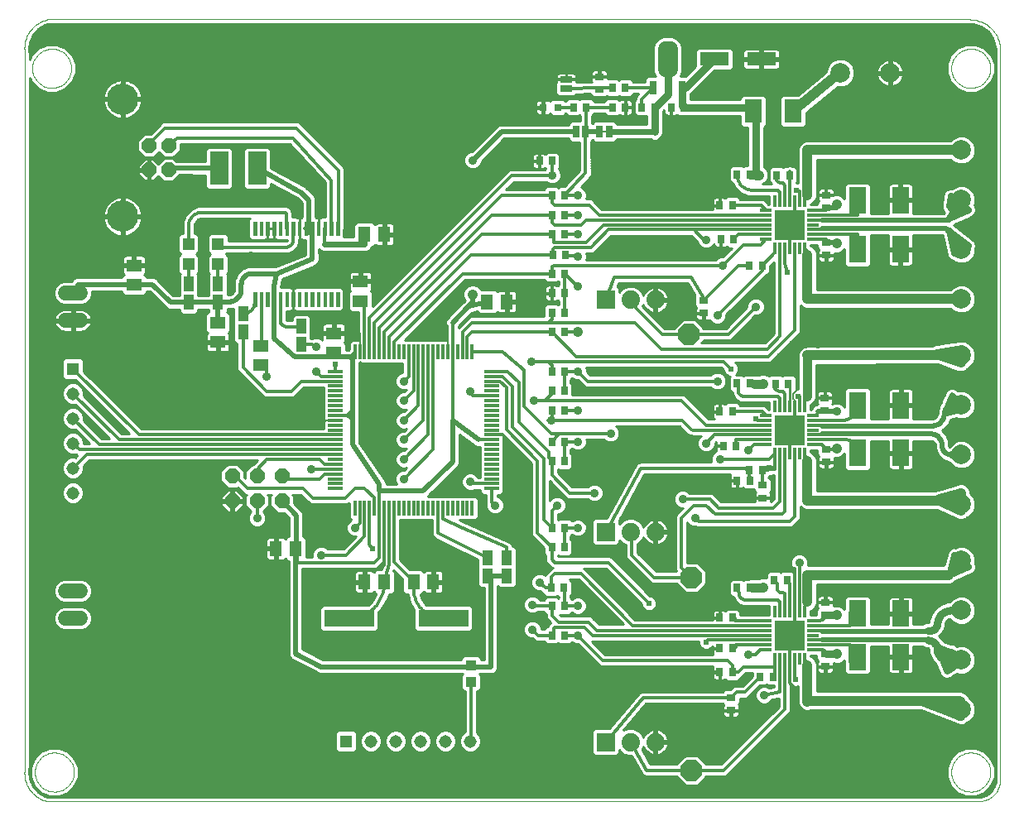
<source format=gtl>
G75*
G70*
%OFA0B0*%
%FSLAX24Y24*%
%IPPOS*%
%LPD*%
%AMOC8*
5,1,8,0,0,1.08239X$1,22.5*
%
%ADD10C,0.0000*%
%ADD11C,0.0787*%
%ADD12C,0.0600*%
%ADD13R,0.0276X0.0354*%
%ADD14R,0.0315X0.0315*%
%ADD15R,0.0315X0.0551*%
%ADD16R,0.0250X0.0500*%
%ADD17C,0.0080*%
%ADD18R,0.0500X0.0250*%
%ADD19R,0.0354X0.0276*%
%ADD20R,0.0740X0.0740*%
%ADD21C,0.0740*%
%ADD22OC8,0.0850*%
%ADD23R,0.0709X0.1063*%
%ADD24R,0.0118X0.0453*%
%ADD25R,0.0453X0.0118*%
%ADD26R,0.1200X0.1200*%
%ADD27R,0.0709X0.0945*%
%ADD28R,0.1181X0.0551*%
%ADD29R,0.0630X0.0512*%
%ADD30R,0.0512X0.0630*%
%ADD31R,0.0472X0.0472*%
%ADD32R,0.0394X0.0591*%
%ADD33C,0.0030*%
%ADD34OC8,0.0574*%
%ADD35C,0.1266*%
%ADD36R,0.0748X0.1339*%
%ADD37R,0.2000X0.0700*%
%ADD38R,0.0591X0.0118*%
%ADD39R,0.0118X0.0591*%
%ADD40OC8,0.0600*%
%ADD41R,0.0515X0.0515*%
%ADD42C,0.0515*%
%ADD43R,0.0433X0.0394*%
%ADD44C,0.0100*%
%ADD45C,0.0120*%
%ADD46C,0.0060*%
%ADD47C,0.0360*%
%ADD48C,0.0240*%
%ADD49C,0.0420*%
%ADD50C,0.0130*%
%ADD51C,0.0200*%
%ADD52C,0.0300*%
%ADD53C,0.0350*%
%ADD54C,0.0400*%
%ADD55C,0.0250*%
%ADD56C,0.0360*%
%ADD57C,0.0315*%
%ADD58C,0.0240*%
D10*
X001176Y000158D02*
X038639Y000158D01*
X038697Y000160D01*
X038755Y000166D01*
X038812Y000175D01*
X038869Y000188D01*
X038924Y000205D01*
X038978Y000226D01*
X039031Y000249D01*
X039083Y000277D01*
X039132Y000307D01*
X039179Y000341D01*
X039224Y000378D01*
X039266Y000418D01*
X039306Y000460D01*
X039343Y000505D01*
X039377Y000552D01*
X039407Y000602D01*
X039435Y000653D01*
X039458Y000706D01*
X039479Y000760D01*
X039496Y000815D01*
X039509Y000872D01*
X039518Y000929D01*
X039524Y000987D01*
X039526Y001045D01*
X039526Y030418D01*
X039524Y030487D01*
X039518Y030556D01*
X039509Y030625D01*
X039495Y030693D01*
X039478Y030760D01*
X039457Y030826D01*
X039432Y030891D01*
X039404Y030954D01*
X039372Y031016D01*
X039337Y031076D01*
X039298Y031133D01*
X039256Y031189D01*
X039212Y031242D01*
X039164Y031292D01*
X039114Y031340D01*
X039061Y031384D01*
X039005Y031426D01*
X038948Y031465D01*
X038888Y031500D01*
X038826Y031532D01*
X038763Y031560D01*
X038698Y031585D01*
X038632Y031606D01*
X038565Y031623D01*
X038497Y031637D01*
X038428Y031646D01*
X038359Y031652D01*
X038290Y031654D01*
X001173Y031654D01*
X001108Y031639D01*
X001045Y031619D01*
X000982Y031596D01*
X000921Y031570D01*
X000861Y031540D01*
X000803Y031507D01*
X000748Y031470D01*
X000694Y031431D01*
X000642Y031389D01*
X000593Y031343D01*
X000547Y031296D01*
X000503Y031245D01*
X000463Y031192D01*
X000425Y031137D01*
X000390Y031080D01*
X000359Y031022D01*
X000331Y030961D01*
X000307Y030899D01*
X000286Y030836D01*
X000268Y030772D01*
X000254Y030706D01*
X000244Y030641D01*
X000238Y030574D01*
X000235Y030508D01*
X000236Y030441D01*
X000241Y030375D01*
X000249Y030309D01*
X000262Y030243D01*
X000262Y001572D01*
X000249Y001506D01*
X000241Y001440D01*
X000236Y001373D01*
X000235Y001307D01*
X000238Y001240D01*
X000244Y001173D01*
X000254Y001107D01*
X000268Y001042D01*
X000286Y000978D01*
X000307Y000914D01*
X000332Y000852D01*
X000360Y000791D01*
X000391Y000733D01*
X000426Y000675D01*
X000464Y000620D01*
X000504Y000567D01*
X000548Y000517D01*
X000595Y000469D01*
X000644Y000424D01*
X000695Y000381D01*
X000749Y000342D01*
X000805Y000305D01*
X000863Y000272D01*
X000923Y000242D01*
X000984Y000216D01*
X001047Y000193D01*
X001111Y000173D01*
X001176Y000158D01*
X000656Y001339D02*
X000658Y001395D01*
X000664Y001450D01*
X000674Y001504D01*
X000687Y001558D01*
X000705Y001611D01*
X000726Y001662D01*
X000750Y001712D01*
X000778Y001760D01*
X000810Y001806D01*
X000844Y001850D01*
X000882Y001891D01*
X000922Y001929D01*
X000965Y001964D01*
X001010Y001996D01*
X001058Y002025D01*
X001107Y002051D01*
X001158Y002073D01*
X001210Y002091D01*
X001264Y002105D01*
X001319Y002116D01*
X001374Y002123D01*
X001429Y002126D01*
X001485Y002125D01*
X001540Y002120D01*
X001595Y002111D01*
X001649Y002099D01*
X001702Y002082D01*
X001754Y002062D01*
X001804Y002038D01*
X001852Y002011D01*
X001899Y001981D01*
X001943Y001947D01*
X001985Y001910D01*
X002023Y001870D01*
X002060Y001828D01*
X002093Y001783D01*
X002122Y001737D01*
X002149Y001688D01*
X002171Y001637D01*
X002191Y001585D01*
X002206Y001531D01*
X002218Y001477D01*
X002226Y001422D01*
X002230Y001367D01*
X002230Y001311D01*
X002226Y001256D01*
X002218Y001201D01*
X002206Y001147D01*
X002191Y001093D01*
X002171Y001041D01*
X002149Y000990D01*
X002122Y000941D01*
X002093Y000895D01*
X002060Y000850D01*
X002023Y000808D01*
X001985Y000768D01*
X001943Y000731D01*
X001899Y000697D01*
X001852Y000667D01*
X001804Y000640D01*
X001754Y000616D01*
X001702Y000596D01*
X001649Y000579D01*
X001595Y000567D01*
X001540Y000558D01*
X001485Y000553D01*
X001429Y000552D01*
X001374Y000555D01*
X001319Y000562D01*
X001264Y000573D01*
X001210Y000587D01*
X001158Y000605D01*
X001107Y000627D01*
X001058Y000653D01*
X001010Y000682D01*
X000965Y000714D01*
X000922Y000749D01*
X000882Y000787D01*
X000844Y000828D01*
X000810Y000872D01*
X000778Y000918D01*
X000750Y000966D01*
X000726Y001016D01*
X000705Y001067D01*
X000687Y001120D01*
X000674Y001174D01*
X000664Y001228D01*
X000658Y001283D01*
X000656Y001339D01*
X000550Y029686D02*
X000552Y029742D01*
X000558Y029797D01*
X000568Y029851D01*
X000581Y029905D01*
X000599Y029958D01*
X000620Y030009D01*
X000644Y030059D01*
X000672Y030107D01*
X000704Y030153D01*
X000738Y030197D01*
X000776Y030238D01*
X000816Y030276D01*
X000859Y030311D01*
X000904Y030343D01*
X000952Y030372D01*
X001001Y030398D01*
X001052Y030420D01*
X001104Y030438D01*
X001158Y030452D01*
X001213Y030463D01*
X001268Y030470D01*
X001323Y030473D01*
X001379Y030472D01*
X001434Y030467D01*
X001489Y030458D01*
X001543Y030446D01*
X001596Y030429D01*
X001648Y030409D01*
X001698Y030385D01*
X001746Y030358D01*
X001793Y030328D01*
X001837Y030294D01*
X001879Y030257D01*
X001917Y030217D01*
X001954Y030175D01*
X001987Y030130D01*
X002016Y030084D01*
X002043Y030035D01*
X002065Y029984D01*
X002085Y029932D01*
X002100Y029878D01*
X002112Y029824D01*
X002120Y029769D01*
X002124Y029714D01*
X002124Y029658D01*
X002120Y029603D01*
X002112Y029548D01*
X002100Y029494D01*
X002085Y029440D01*
X002065Y029388D01*
X002043Y029337D01*
X002016Y029288D01*
X001987Y029242D01*
X001954Y029197D01*
X001917Y029155D01*
X001879Y029115D01*
X001837Y029078D01*
X001793Y029044D01*
X001746Y029014D01*
X001698Y028987D01*
X001648Y028963D01*
X001596Y028943D01*
X001543Y028926D01*
X001489Y028914D01*
X001434Y028905D01*
X001379Y028900D01*
X001323Y028899D01*
X001268Y028902D01*
X001213Y028909D01*
X001158Y028920D01*
X001104Y028934D01*
X001052Y028952D01*
X001001Y028974D01*
X000952Y029000D01*
X000904Y029029D01*
X000859Y029061D01*
X000816Y029096D01*
X000776Y029134D01*
X000738Y029175D01*
X000704Y029219D01*
X000672Y029265D01*
X000644Y029313D01*
X000620Y029363D01*
X000599Y029414D01*
X000581Y029467D01*
X000568Y029521D01*
X000558Y029575D01*
X000552Y029630D01*
X000550Y029686D01*
X037558Y029686D02*
X037560Y029742D01*
X037566Y029797D01*
X037576Y029851D01*
X037589Y029905D01*
X037607Y029958D01*
X037628Y030009D01*
X037652Y030059D01*
X037680Y030107D01*
X037712Y030153D01*
X037746Y030197D01*
X037784Y030238D01*
X037824Y030276D01*
X037867Y030311D01*
X037912Y030343D01*
X037960Y030372D01*
X038009Y030398D01*
X038060Y030420D01*
X038112Y030438D01*
X038166Y030452D01*
X038221Y030463D01*
X038276Y030470D01*
X038331Y030473D01*
X038387Y030472D01*
X038442Y030467D01*
X038497Y030458D01*
X038551Y030446D01*
X038604Y030429D01*
X038656Y030409D01*
X038706Y030385D01*
X038754Y030358D01*
X038801Y030328D01*
X038845Y030294D01*
X038887Y030257D01*
X038925Y030217D01*
X038962Y030175D01*
X038995Y030130D01*
X039024Y030084D01*
X039051Y030035D01*
X039073Y029984D01*
X039093Y029932D01*
X039108Y029878D01*
X039120Y029824D01*
X039128Y029769D01*
X039132Y029714D01*
X039132Y029658D01*
X039128Y029603D01*
X039120Y029548D01*
X039108Y029494D01*
X039093Y029440D01*
X039073Y029388D01*
X039051Y029337D01*
X039024Y029288D01*
X038995Y029242D01*
X038962Y029197D01*
X038925Y029155D01*
X038887Y029115D01*
X038845Y029078D01*
X038801Y029044D01*
X038754Y029014D01*
X038706Y028987D01*
X038656Y028963D01*
X038604Y028943D01*
X038551Y028926D01*
X038497Y028914D01*
X038442Y028905D01*
X038387Y028900D01*
X038331Y028899D01*
X038276Y028902D01*
X038221Y028909D01*
X038166Y028920D01*
X038112Y028934D01*
X038060Y028952D01*
X038009Y028974D01*
X037960Y029000D01*
X037912Y029029D01*
X037867Y029061D01*
X037824Y029096D01*
X037784Y029134D01*
X037746Y029175D01*
X037712Y029219D01*
X037680Y029265D01*
X037652Y029313D01*
X037628Y029363D01*
X037607Y029414D01*
X037589Y029467D01*
X037576Y029521D01*
X037566Y029575D01*
X037560Y029630D01*
X037558Y029686D01*
X037558Y001339D02*
X037560Y001395D01*
X037566Y001450D01*
X037576Y001504D01*
X037589Y001558D01*
X037607Y001611D01*
X037628Y001662D01*
X037652Y001712D01*
X037680Y001760D01*
X037712Y001806D01*
X037746Y001850D01*
X037784Y001891D01*
X037824Y001929D01*
X037867Y001964D01*
X037912Y001996D01*
X037960Y002025D01*
X038009Y002051D01*
X038060Y002073D01*
X038112Y002091D01*
X038166Y002105D01*
X038221Y002116D01*
X038276Y002123D01*
X038331Y002126D01*
X038387Y002125D01*
X038442Y002120D01*
X038497Y002111D01*
X038551Y002099D01*
X038604Y002082D01*
X038656Y002062D01*
X038706Y002038D01*
X038754Y002011D01*
X038801Y001981D01*
X038845Y001947D01*
X038887Y001910D01*
X038925Y001870D01*
X038962Y001828D01*
X038995Y001783D01*
X039024Y001737D01*
X039051Y001688D01*
X039073Y001637D01*
X039093Y001585D01*
X039108Y001531D01*
X039120Y001477D01*
X039128Y001422D01*
X039132Y001367D01*
X039132Y001311D01*
X039128Y001256D01*
X039120Y001201D01*
X039108Y001147D01*
X039093Y001093D01*
X039073Y001041D01*
X039051Y000990D01*
X039024Y000941D01*
X038995Y000895D01*
X038962Y000850D01*
X038925Y000808D01*
X038887Y000768D01*
X038845Y000731D01*
X038801Y000697D01*
X038754Y000667D01*
X038706Y000640D01*
X038656Y000616D01*
X038604Y000596D01*
X038551Y000579D01*
X038497Y000567D01*
X038442Y000558D01*
X038387Y000553D01*
X038331Y000552D01*
X038276Y000555D01*
X038221Y000562D01*
X038166Y000573D01*
X038112Y000587D01*
X038060Y000605D01*
X038009Y000627D01*
X037960Y000653D01*
X037912Y000682D01*
X037867Y000714D01*
X037824Y000749D01*
X037784Y000787D01*
X037746Y000828D01*
X037712Y000872D01*
X037680Y000918D01*
X037652Y000966D01*
X037628Y001016D01*
X037607Y001067D01*
X037589Y001120D01*
X037576Y001174D01*
X037566Y001228D01*
X037560Y001283D01*
X037558Y001339D01*
D11*
X037961Y003859D03*
X037961Y005859D03*
X037961Y007859D03*
X037961Y009859D03*
X037961Y012127D03*
X037961Y014127D03*
X037961Y016127D03*
X037961Y018127D03*
X037961Y020395D03*
X037961Y022395D03*
X037961Y024395D03*
X037961Y026395D03*
X035093Y029502D03*
X033093Y029502D03*
D12*
X026240Y029638D02*
X026040Y029638D01*
X026040Y030474D01*
X026240Y030474D01*
X026240Y029638D01*
X026240Y030237D02*
X026040Y030237D01*
X002486Y020634D02*
X001886Y020634D01*
X001886Y019534D02*
X002486Y019534D01*
X002486Y008634D02*
X001886Y008634D01*
X001886Y007534D02*
X002486Y007534D01*
D13*
X021446Y008767D03*
X021958Y008767D03*
X021983Y008032D03*
X021471Y008032D03*
X021471Y006851D03*
X021983Y006851D03*
X021983Y010394D03*
X021471Y010394D03*
X021471Y011182D03*
X021983Y011182D03*
X021983Y013863D03*
X021471Y013863D03*
X021471Y014650D03*
X021983Y014650D03*
X021983Y015906D03*
X021471Y015906D03*
X021471Y016694D03*
X021983Y016694D03*
X021983Y017481D03*
X021471Y017481D03*
X021471Y019056D03*
X021983Y019056D03*
X021983Y019843D03*
X021471Y019843D03*
X021471Y020631D03*
X021983Y020631D03*
X021983Y021418D03*
X021471Y021418D03*
X021521Y022156D03*
X022033Y022156D03*
X021983Y022993D03*
X021471Y022993D03*
X021471Y023780D03*
X021983Y023780D03*
X021983Y024568D03*
X021471Y024568D03*
X021482Y025956D03*
X020970Y025956D03*
X022341Y028111D03*
X022853Y028111D03*
X023916Y028111D03*
X024427Y028111D03*
X025097Y028111D03*
X025609Y028111D03*
X026278Y028111D03*
X026790Y028111D03*
X024427Y028898D03*
X023916Y028898D03*
X028931Y025413D03*
X029442Y025413D03*
X030531Y025384D03*
X031042Y025384D03*
X028742Y024169D03*
X028231Y024169D03*
X028281Y022799D03*
X028792Y022799D03*
X029431Y021744D03*
X029942Y021744D03*
X029442Y016988D03*
X028931Y016988D03*
X028742Y015869D03*
X028231Y015869D03*
X028381Y014481D03*
X028892Y014481D03*
X029431Y013518D03*
X029442Y013084D03*
X028931Y013084D03*
X029942Y013518D03*
X030481Y016984D03*
X030992Y016984D03*
X030942Y009072D03*
X030431Y009072D03*
X029442Y008763D03*
X028931Y008763D03*
X028742Y007554D03*
X028231Y007554D03*
X028231Y006332D03*
X028742Y006332D03*
X028742Y005370D03*
X028231Y005370D03*
X029859Y005180D03*
X030371Y005180D03*
D14*
X021711Y028111D03*
X021120Y028111D03*
D15*
X025550Y028906D03*
X026140Y028906D03*
X026730Y028906D03*
D16*
X023797Y027132D03*
X023397Y027132D03*
X022814Y027134D03*
X022459Y027134D03*
D17*
X023447Y027132D02*
X023747Y027132D01*
D18*
X022051Y028887D03*
X022051Y029242D03*
D19*
X023384Y029351D03*
X023384Y028839D03*
X032514Y024586D03*
X032514Y024074D03*
X032520Y022674D03*
X032520Y022162D03*
X027586Y020340D03*
X027586Y019828D03*
X032463Y016415D03*
X032463Y015903D03*
X032520Y014345D03*
X032520Y013833D03*
X029964Y012890D03*
X029964Y012378D03*
X032486Y008174D03*
X032486Y007662D03*
X032486Y006105D03*
X032486Y005593D03*
X028686Y004340D03*
X028686Y003828D03*
D20*
X023645Y002552D03*
X023645Y011011D03*
X023645Y020359D03*
D21*
X024645Y020359D03*
X025645Y020359D03*
X025645Y011011D03*
X024645Y011011D03*
X024645Y002552D03*
X025645Y002552D03*
D22*
X027086Y001414D03*
X027086Y009182D03*
X026986Y018969D03*
D23*
X033793Y016111D03*
X035525Y016111D03*
X035525Y014193D03*
X033793Y014193D03*
X033793Y007726D03*
X035525Y007726D03*
X035525Y005974D03*
X033793Y005974D03*
X033780Y022393D03*
X035512Y022393D03*
X035517Y024376D03*
X033785Y024376D03*
D24*
X031636Y024331D03*
X031439Y024331D03*
X031242Y024331D03*
X031046Y024331D03*
X030849Y024331D03*
X030652Y024331D03*
X030455Y024331D03*
X030455Y022442D03*
X030652Y022442D03*
X030849Y022442D03*
X031046Y022442D03*
X031242Y022442D03*
X031439Y022442D03*
X031636Y022442D03*
X031636Y016064D03*
X031439Y016064D03*
X031242Y016064D03*
X031046Y016064D03*
X030849Y016064D03*
X030652Y016064D03*
X030455Y016064D03*
X030455Y014174D03*
X030652Y014174D03*
X030849Y014174D03*
X031046Y014174D03*
X031242Y014174D03*
X031439Y014174D03*
X031636Y014174D03*
X031636Y007796D03*
X031439Y007796D03*
X031242Y007796D03*
X031046Y007796D03*
X030849Y007796D03*
X030652Y007796D03*
X030455Y007796D03*
X030455Y005906D03*
X030652Y005906D03*
X030849Y005906D03*
X031046Y005906D03*
X031242Y005906D03*
X031439Y005906D03*
X031636Y005906D03*
D25*
X031990Y006261D03*
X031990Y006457D03*
X031990Y006654D03*
X031990Y006851D03*
X031990Y007048D03*
X031990Y007245D03*
X031990Y007442D03*
X030101Y007442D03*
X030101Y007245D03*
X030101Y007048D03*
X030101Y006851D03*
X030101Y006654D03*
X030101Y006457D03*
X030101Y006261D03*
X030101Y014528D03*
X030101Y014725D03*
X030101Y014922D03*
X030101Y015119D03*
X030101Y015316D03*
X030101Y015513D03*
X030101Y015709D03*
X031990Y015709D03*
X031990Y015513D03*
X031990Y015316D03*
X031990Y015119D03*
X031990Y014922D03*
X031990Y014725D03*
X031990Y014528D03*
X031990Y022796D03*
X031990Y022993D03*
X031990Y023190D03*
X031990Y023387D03*
X031990Y023583D03*
X031990Y023780D03*
X031990Y023977D03*
X030101Y023977D03*
X030101Y023780D03*
X030101Y023583D03*
X030101Y023387D03*
X030101Y023190D03*
X030101Y022993D03*
X030101Y022796D03*
D26*
X031046Y023387D03*
X031046Y015119D03*
X031046Y006851D03*
D27*
X031184Y027960D03*
X029590Y027960D03*
D28*
X029909Y030054D03*
X028019Y030054D03*
D29*
X013769Y021106D03*
X013769Y020319D03*
X012700Y019019D03*
X012700Y018231D03*
X009755Y018512D03*
X009755Y017725D03*
X008030Y018662D03*
X008030Y019450D03*
X004647Y020963D03*
X004647Y021751D03*
D30*
X013935Y022993D03*
X014723Y022993D03*
X018866Y020287D03*
X019653Y020287D03*
X011153Y010341D03*
X010366Y010341D03*
X013935Y009001D03*
X014723Y009001D03*
X015904Y009001D03*
X016691Y009001D03*
D31*
X008030Y021792D03*
X008030Y022619D03*
X006849Y022619D03*
X006849Y021792D03*
D32*
X006849Y021001D03*
X006849Y020261D03*
X008030Y020261D03*
X008030Y021001D03*
X009036Y019804D03*
X009036Y019064D03*
X011386Y019304D03*
X011386Y018564D03*
X018872Y009977D03*
X019660Y009977D03*
X019660Y009237D03*
X018872Y009237D03*
D33*
X012903Y020105D02*
X012783Y020105D01*
X012783Y020665D01*
X012903Y020665D01*
X012903Y020105D01*
X012903Y020134D02*
X012783Y020134D01*
X012783Y020163D02*
X012903Y020163D01*
X012903Y020192D02*
X012783Y020192D01*
X012783Y020221D02*
X012903Y020221D01*
X012903Y020250D02*
X012783Y020250D01*
X012783Y020279D02*
X012903Y020279D01*
X012903Y020308D02*
X012783Y020308D01*
X012783Y020337D02*
X012903Y020337D01*
X012903Y020366D02*
X012783Y020366D01*
X012783Y020395D02*
X012903Y020395D01*
X012903Y020424D02*
X012783Y020424D01*
X012783Y020453D02*
X012903Y020453D01*
X012903Y020482D02*
X012783Y020482D01*
X012783Y020511D02*
X012903Y020511D01*
X012903Y020540D02*
X012783Y020540D01*
X012783Y020569D02*
X012903Y020569D01*
X012903Y020598D02*
X012783Y020598D01*
X012783Y020627D02*
X012903Y020627D01*
X012903Y020656D02*
X012783Y020656D01*
X012647Y020105D02*
X012527Y020105D01*
X012527Y020665D01*
X012647Y020665D01*
X012647Y020105D01*
X012647Y020134D02*
X012527Y020134D01*
X012527Y020163D02*
X012647Y020163D01*
X012647Y020192D02*
X012527Y020192D01*
X012527Y020221D02*
X012647Y020221D01*
X012647Y020250D02*
X012527Y020250D01*
X012527Y020279D02*
X012647Y020279D01*
X012647Y020308D02*
X012527Y020308D01*
X012527Y020337D02*
X012647Y020337D01*
X012647Y020366D02*
X012527Y020366D01*
X012527Y020395D02*
X012647Y020395D01*
X012647Y020424D02*
X012527Y020424D01*
X012527Y020453D02*
X012647Y020453D01*
X012647Y020482D02*
X012527Y020482D01*
X012527Y020511D02*
X012647Y020511D01*
X012647Y020540D02*
X012527Y020540D01*
X012527Y020569D02*
X012647Y020569D01*
X012647Y020598D02*
X012527Y020598D01*
X012527Y020627D02*
X012647Y020627D01*
X012647Y020656D02*
X012527Y020656D01*
X012391Y020105D02*
X012271Y020105D01*
X012271Y020665D01*
X012391Y020665D01*
X012391Y020105D01*
X012391Y020134D02*
X012271Y020134D01*
X012271Y020163D02*
X012391Y020163D01*
X012391Y020192D02*
X012271Y020192D01*
X012271Y020221D02*
X012391Y020221D01*
X012391Y020250D02*
X012271Y020250D01*
X012271Y020279D02*
X012391Y020279D01*
X012391Y020308D02*
X012271Y020308D01*
X012271Y020337D02*
X012391Y020337D01*
X012391Y020366D02*
X012271Y020366D01*
X012271Y020395D02*
X012391Y020395D01*
X012391Y020424D02*
X012271Y020424D01*
X012271Y020453D02*
X012391Y020453D01*
X012391Y020482D02*
X012271Y020482D01*
X012271Y020511D02*
X012391Y020511D01*
X012391Y020540D02*
X012271Y020540D01*
X012271Y020569D02*
X012391Y020569D01*
X012391Y020598D02*
X012271Y020598D01*
X012271Y020627D02*
X012391Y020627D01*
X012391Y020656D02*
X012271Y020656D01*
X012135Y020105D02*
X012015Y020105D01*
X012015Y020665D01*
X012135Y020665D01*
X012135Y020105D01*
X012135Y020134D02*
X012015Y020134D01*
X012015Y020163D02*
X012135Y020163D01*
X012135Y020192D02*
X012015Y020192D01*
X012015Y020221D02*
X012135Y020221D01*
X012135Y020250D02*
X012015Y020250D01*
X012015Y020279D02*
X012135Y020279D01*
X012135Y020308D02*
X012015Y020308D01*
X012015Y020337D02*
X012135Y020337D01*
X012135Y020366D02*
X012015Y020366D01*
X012015Y020395D02*
X012135Y020395D01*
X012135Y020424D02*
X012015Y020424D01*
X012015Y020453D02*
X012135Y020453D01*
X012135Y020482D02*
X012015Y020482D01*
X012015Y020511D02*
X012135Y020511D01*
X012135Y020540D02*
X012015Y020540D01*
X012015Y020569D02*
X012135Y020569D01*
X012135Y020598D02*
X012015Y020598D01*
X012015Y020627D02*
X012135Y020627D01*
X012135Y020656D02*
X012015Y020656D01*
X011879Y020105D02*
X011759Y020105D01*
X011759Y020665D01*
X011879Y020665D01*
X011879Y020105D01*
X011879Y020134D02*
X011759Y020134D01*
X011759Y020163D02*
X011879Y020163D01*
X011879Y020192D02*
X011759Y020192D01*
X011759Y020221D02*
X011879Y020221D01*
X011879Y020250D02*
X011759Y020250D01*
X011759Y020279D02*
X011879Y020279D01*
X011879Y020308D02*
X011759Y020308D01*
X011759Y020337D02*
X011879Y020337D01*
X011879Y020366D02*
X011759Y020366D01*
X011759Y020395D02*
X011879Y020395D01*
X011879Y020424D02*
X011759Y020424D01*
X011759Y020453D02*
X011879Y020453D01*
X011879Y020482D02*
X011759Y020482D01*
X011759Y020511D02*
X011879Y020511D01*
X011879Y020540D02*
X011759Y020540D01*
X011759Y020569D02*
X011879Y020569D01*
X011879Y020598D02*
X011759Y020598D01*
X011759Y020627D02*
X011879Y020627D01*
X011879Y020656D02*
X011759Y020656D01*
X011623Y020105D02*
X011503Y020105D01*
X011503Y020665D01*
X011623Y020665D01*
X011623Y020105D01*
X011623Y020134D02*
X011503Y020134D01*
X011503Y020163D02*
X011623Y020163D01*
X011623Y020192D02*
X011503Y020192D01*
X011503Y020221D02*
X011623Y020221D01*
X011623Y020250D02*
X011503Y020250D01*
X011503Y020279D02*
X011623Y020279D01*
X011623Y020308D02*
X011503Y020308D01*
X011503Y020337D02*
X011623Y020337D01*
X011623Y020366D02*
X011503Y020366D01*
X011503Y020395D02*
X011623Y020395D01*
X011623Y020424D02*
X011503Y020424D01*
X011503Y020453D02*
X011623Y020453D01*
X011623Y020482D02*
X011503Y020482D01*
X011503Y020511D02*
X011623Y020511D01*
X011623Y020540D02*
X011503Y020540D01*
X011503Y020569D02*
X011623Y020569D01*
X011623Y020598D02*
X011503Y020598D01*
X011503Y020627D02*
X011623Y020627D01*
X011623Y020656D02*
X011503Y020656D01*
X011367Y020105D02*
X011247Y020105D01*
X011247Y020665D01*
X011367Y020665D01*
X011367Y020105D01*
X011367Y020134D02*
X011247Y020134D01*
X011247Y020163D02*
X011367Y020163D01*
X011367Y020192D02*
X011247Y020192D01*
X011247Y020221D02*
X011367Y020221D01*
X011367Y020250D02*
X011247Y020250D01*
X011247Y020279D02*
X011367Y020279D01*
X011367Y020308D02*
X011247Y020308D01*
X011247Y020337D02*
X011367Y020337D01*
X011367Y020366D02*
X011247Y020366D01*
X011247Y020395D02*
X011367Y020395D01*
X011367Y020424D02*
X011247Y020424D01*
X011247Y020453D02*
X011367Y020453D01*
X011367Y020482D02*
X011247Y020482D01*
X011247Y020511D02*
X011367Y020511D01*
X011367Y020540D02*
X011247Y020540D01*
X011247Y020569D02*
X011367Y020569D01*
X011367Y020598D02*
X011247Y020598D01*
X011247Y020627D02*
X011367Y020627D01*
X011367Y020656D02*
X011247Y020656D01*
X011111Y020105D02*
X010991Y020105D01*
X010991Y020665D01*
X011111Y020665D01*
X011111Y020105D01*
X011111Y020134D02*
X010991Y020134D01*
X010991Y020163D02*
X011111Y020163D01*
X011111Y020192D02*
X010991Y020192D01*
X010991Y020221D02*
X011111Y020221D01*
X011111Y020250D02*
X010991Y020250D01*
X010991Y020279D02*
X011111Y020279D01*
X011111Y020308D02*
X010991Y020308D01*
X010991Y020337D02*
X011111Y020337D01*
X011111Y020366D02*
X010991Y020366D01*
X010991Y020395D02*
X011111Y020395D01*
X011111Y020424D02*
X010991Y020424D01*
X010991Y020453D02*
X011111Y020453D01*
X011111Y020482D02*
X010991Y020482D01*
X010991Y020511D02*
X011111Y020511D01*
X011111Y020540D02*
X010991Y020540D01*
X010991Y020569D02*
X011111Y020569D01*
X011111Y020598D02*
X010991Y020598D01*
X010991Y020627D02*
X011111Y020627D01*
X011111Y020656D02*
X010991Y020656D01*
X010856Y020105D02*
X010736Y020105D01*
X010736Y020665D01*
X010856Y020665D01*
X010856Y020105D01*
X010856Y020134D02*
X010736Y020134D01*
X010736Y020163D02*
X010856Y020163D01*
X010856Y020192D02*
X010736Y020192D01*
X010736Y020221D02*
X010856Y020221D01*
X010856Y020250D02*
X010736Y020250D01*
X010736Y020279D02*
X010856Y020279D01*
X010856Y020308D02*
X010736Y020308D01*
X010736Y020337D02*
X010856Y020337D01*
X010856Y020366D02*
X010736Y020366D01*
X010736Y020395D02*
X010856Y020395D01*
X010856Y020424D02*
X010736Y020424D01*
X010736Y020453D02*
X010856Y020453D01*
X010856Y020482D02*
X010736Y020482D01*
X010736Y020511D02*
X010856Y020511D01*
X010856Y020540D02*
X010736Y020540D01*
X010736Y020569D02*
X010856Y020569D01*
X010856Y020598D02*
X010736Y020598D01*
X010736Y020627D02*
X010856Y020627D01*
X010856Y020656D02*
X010736Y020656D01*
X010600Y020105D02*
X010480Y020105D01*
X010480Y020665D01*
X010600Y020665D01*
X010600Y020105D01*
X010600Y020134D02*
X010480Y020134D01*
X010480Y020163D02*
X010600Y020163D01*
X010600Y020192D02*
X010480Y020192D01*
X010480Y020221D02*
X010600Y020221D01*
X010600Y020250D02*
X010480Y020250D01*
X010480Y020279D02*
X010600Y020279D01*
X010600Y020308D02*
X010480Y020308D01*
X010480Y020337D02*
X010600Y020337D01*
X010600Y020366D02*
X010480Y020366D01*
X010480Y020395D02*
X010600Y020395D01*
X010600Y020424D02*
X010480Y020424D01*
X010480Y020453D02*
X010600Y020453D01*
X010600Y020482D02*
X010480Y020482D01*
X010480Y020511D02*
X010600Y020511D01*
X010600Y020540D02*
X010480Y020540D01*
X010480Y020569D02*
X010600Y020569D01*
X010600Y020598D02*
X010480Y020598D01*
X010480Y020627D02*
X010600Y020627D01*
X010600Y020656D02*
X010480Y020656D01*
X010344Y020105D02*
X010224Y020105D01*
X010224Y020665D01*
X010344Y020665D01*
X010344Y020105D01*
X010344Y020134D02*
X010224Y020134D01*
X010224Y020163D02*
X010344Y020163D01*
X010344Y020192D02*
X010224Y020192D01*
X010224Y020221D02*
X010344Y020221D01*
X010344Y020250D02*
X010224Y020250D01*
X010224Y020279D02*
X010344Y020279D01*
X010344Y020308D02*
X010224Y020308D01*
X010224Y020337D02*
X010344Y020337D01*
X010344Y020366D02*
X010224Y020366D01*
X010224Y020395D02*
X010344Y020395D01*
X010344Y020424D02*
X010224Y020424D01*
X010224Y020453D02*
X010344Y020453D01*
X010344Y020482D02*
X010224Y020482D01*
X010224Y020511D02*
X010344Y020511D01*
X010344Y020540D02*
X010224Y020540D01*
X010224Y020569D02*
X010344Y020569D01*
X010344Y020598D02*
X010224Y020598D01*
X010224Y020627D02*
X010344Y020627D01*
X010344Y020656D02*
X010224Y020656D01*
X010088Y020105D02*
X009968Y020105D01*
X009968Y020665D01*
X010088Y020665D01*
X010088Y020105D01*
X010088Y020134D02*
X009968Y020134D01*
X009968Y020163D02*
X010088Y020163D01*
X010088Y020192D02*
X009968Y020192D01*
X009968Y020221D02*
X010088Y020221D01*
X010088Y020250D02*
X009968Y020250D01*
X009968Y020279D02*
X010088Y020279D01*
X010088Y020308D02*
X009968Y020308D01*
X009968Y020337D02*
X010088Y020337D01*
X010088Y020366D02*
X009968Y020366D01*
X009968Y020395D02*
X010088Y020395D01*
X010088Y020424D02*
X009968Y020424D01*
X009968Y020453D02*
X010088Y020453D01*
X010088Y020482D02*
X009968Y020482D01*
X009968Y020511D02*
X010088Y020511D01*
X010088Y020540D02*
X009968Y020540D01*
X009968Y020569D02*
X010088Y020569D01*
X010088Y020598D02*
X009968Y020598D01*
X009968Y020627D02*
X010088Y020627D01*
X010088Y020656D02*
X009968Y020656D01*
X009832Y020105D02*
X009712Y020105D01*
X009712Y020665D01*
X009832Y020665D01*
X009832Y020105D01*
X009832Y020134D02*
X009712Y020134D01*
X009712Y020163D02*
X009832Y020163D01*
X009832Y020192D02*
X009712Y020192D01*
X009712Y020221D02*
X009832Y020221D01*
X009832Y020250D02*
X009712Y020250D01*
X009712Y020279D02*
X009832Y020279D01*
X009832Y020308D02*
X009712Y020308D01*
X009712Y020337D02*
X009832Y020337D01*
X009832Y020366D02*
X009712Y020366D01*
X009712Y020395D02*
X009832Y020395D01*
X009832Y020424D02*
X009712Y020424D01*
X009712Y020453D02*
X009832Y020453D01*
X009832Y020482D02*
X009712Y020482D01*
X009712Y020511D02*
X009832Y020511D01*
X009832Y020540D02*
X009712Y020540D01*
X009712Y020569D02*
X009832Y020569D01*
X009832Y020598D02*
X009712Y020598D01*
X009712Y020627D02*
X009832Y020627D01*
X009832Y020656D02*
X009712Y020656D01*
X009576Y020105D02*
X009456Y020105D01*
X009456Y020665D01*
X009576Y020665D01*
X009576Y020105D01*
X009576Y020134D02*
X009456Y020134D01*
X009456Y020163D02*
X009576Y020163D01*
X009576Y020192D02*
X009456Y020192D01*
X009456Y020221D02*
X009576Y020221D01*
X009576Y020250D02*
X009456Y020250D01*
X009456Y020279D02*
X009576Y020279D01*
X009576Y020308D02*
X009456Y020308D01*
X009456Y020337D02*
X009576Y020337D01*
X009576Y020366D02*
X009456Y020366D01*
X009456Y020395D02*
X009576Y020395D01*
X009576Y020424D02*
X009456Y020424D01*
X009456Y020453D02*
X009576Y020453D01*
X009576Y020482D02*
X009456Y020482D01*
X009456Y020511D02*
X009576Y020511D01*
X009576Y020540D02*
X009456Y020540D01*
X009456Y020569D02*
X009576Y020569D01*
X009576Y020598D02*
X009456Y020598D01*
X009456Y020627D02*
X009576Y020627D01*
X009576Y020656D02*
X009456Y020656D01*
X009456Y022959D02*
X009576Y022959D01*
X009456Y022959D02*
X009456Y023519D01*
X009576Y023519D01*
X009576Y022959D01*
X009576Y022988D02*
X009456Y022988D01*
X009456Y023017D02*
X009576Y023017D01*
X009576Y023046D02*
X009456Y023046D01*
X009456Y023075D02*
X009576Y023075D01*
X009576Y023104D02*
X009456Y023104D01*
X009456Y023133D02*
X009576Y023133D01*
X009576Y023162D02*
X009456Y023162D01*
X009456Y023191D02*
X009576Y023191D01*
X009576Y023220D02*
X009456Y023220D01*
X009456Y023249D02*
X009576Y023249D01*
X009576Y023278D02*
X009456Y023278D01*
X009456Y023307D02*
X009576Y023307D01*
X009576Y023336D02*
X009456Y023336D01*
X009456Y023365D02*
X009576Y023365D01*
X009576Y023394D02*
X009456Y023394D01*
X009456Y023423D02*
X009576Y023423D01*
X009576Y023452D02*
X009456Y023452D01*
X009456Y023481D02*
X009576Y023481D01*
X009576Y023510D02*
X009456Y023510D01*
X009712Y022959D02*
X009832Y022959D01*
X009712Y022959D02*
X009712Y023519D01*
X009832Y023519D01*
X009832Y022959D01*
X009832Y022988D02*
X009712Y022988D01*
X009712Y023017D02*
X009832Y023017D01*
X009832Y023046D02*
X009712Y023046D01*
X009712Y023075D02*
X009832Y023075D01*
X009832Y023104D02*
X009712Y023104D01*
X009712Y023133D02*
X009832Y023133D01*
X009832Y023162D02*
X009712Y023162D01*
X009712Y023191D02*
X009832Y023191D01*
X009832Y023220D02*
X009712Y023220D01*
X009712Y023249D02*
X009832Y023249D01*
X009832Y023278D02*
X009712Y023278D01*
X009712Y023307D02*
X009832Y023307D01*
X009832Y023336D02*
X009712Y023336D01*
X009712Y023365D02*
X009832Y023365D01*
X009832Y023394D02*
X009712Y023394D01*
X009712Y023423D02*
X009832Y023423D01*
X009832Y023452D02*
X009712Y023452D01*
X009712Y023481D02*
X009832Y023481D01*
X009832Y023510D02*
X009712Y023510D01*
X009968Y022959D02*
X010088Y022959D01*
X009968Y022959D02*
X009968Y023519D01*
X010088Y023519D01*
X010088Y022959D01*
X010088Y022988D02*
X009968Y022988D01*
X009968Y023017D02*
X010088Y023017D01*
X010088Y023046D02*
X009968Y023046D01*
X009968Y023075D02*
X010088Y023075D01*
X010088Y023104D02*
X009968Y023104D01*
X009968Y023133D02*
X010088Y023133D01*
X010088Y023162D02*
X009968Y023162D01*
X009968Y023191D02*
X010088Y023191D01*
X010088Y023220D02*
X009968Y023220D01*
X009968Y023249D02*
X010088Y023249D01*
X010088Y023278D02*
X009968Y023278D01*
X009968Y023307D02*
X010088Y023307D01*
X010088Y023336D02*
X009968Y023336D01*
X009968Y023365D02*
X010088Y023365D01*
X010088Y023394D02*
X009968Y023394D01*
X009968Y023423D02*
X010088Y023423D01*
X010088Y023452D02*
X009968Y023452D01*
X009968Y023481D02*
X010088Y023481D01*
X010088Y023510D02*
X009968Y023510D01*
X010224Y022959D02*
X010344Y022959D01*
X010224Y022959D02*
X010224Y023519D01*
X010344Y023519D01*
X010344Y022959D01*
X010344Y022988D02*
X010224Y022988D01*
X010224Y023017D02*
X010344Y023017D01*
X010344Y023046D02*
X010224Y023046D01*
X010224Y023075D02*
X010344Y023075D01*
X010344Y023104D02*
X010224Y023104D01*
X010224Y023133D02*
X010344Y023133D01*
X010344Y023162D02*
X010224Y023162D01*
X010224Y023191D02*
X010344Y023191D01*
X010344Y023220D02*
X010224Y023220D01*
X010224Y023249D02*
X010344Y023249D01*
X010344Y023278D02*
X010224Y023278D01*
X010224Y023307D02*
X010344Y023307D01*
X010344Y023336D02*
X010224Y023336D01*
X010224Y023365D02*
X010344Y023365D01*
X010344Y023394D02*
X010224Y023394D01*
X010224Y023423D02*
X010344Y023423D01*
X010344Y023452D02*
X010224Y023452D01*
X010224Y023481D02*
X010344Y023481D01*
X010344Y023510D02*
X010224Y023510D01*
X010480Y022959D02*
X010600Y022959D01*
X010480Y022959D02*
X010480Y023519D01*
X010600Y023519D01*
X010600Y022959D01*
X010600Y022988D02*
X010480Y022988D01*
X010480Y023017D02*
X010600Y023017D01*
X010600Y023046D02*
X010480Y023046D01*
X010480Y023075D02*
X010600Y023075D01*
X010600Y023104D02*
X010480Y023104D01*
X010480Y023133D02*
X010600Y023133D01*
X010600Y023162D02*
X010480Y023162D01*
X010480Y023191D02*
X010600Y023191D01*
X010600Y023220D02*
X010480Y023220D01*
X010480Y023249D02*
X010600Y023249D01*
X010600Y023278D02*
X010480Y023278D01*
X010480Y023307D02*
X010600Y023307D01*
X010600Y023336D02*
X010480Y023336D01*
X010480Y023365D02*
X010600Y023365D01*
X010600Y023394D02*
X010480Y023394D01*
X010480Y023423D02*
X010600Y023423D01*
X010600Y023452D02*
X010480Y023452D01*
X010480Y023481D02*
X010600Y023481D01*
X010600Y023510D02*
X010480Y023510D01*
X010736Y022959D02*
X010856Y022959D01*
X010736Y022959D02*
X010736Y023519D01*
X010856Y023519D01*
X010856Y022959D01*
X010856Y022988D02*
X010736Y022988D01*
X010736Y023017D02*
X010856Y023017D01*
X010856Y023046D02*
X010736Y023046D01*
X010736Y023075D02*
X010856Y023075D01*
X010856Y023104D02*
X010736Y023104D01*
X010736Y023133D02*
X010856Y023133D01*
X010856Y023162D02*
X010736Y023162D01*
X010736Y023191D02*
X010856Y023191D01*
X010856Y023220D02*
X010736Y023220D01*
X010736Y023249D02*
X010856Y023249D01*
X010856Y023278D02*
X010736Y023278D01*
X010736Y023307D02*
X010856Y023307D01*
X010856Y023336D02*
X010736Y023336D01*
X010736Y023365D02*
X010856Y023365D01*
X010856Y023394D02*
X010736Y023394D01*
X010736Y023423D02*
X010856Y023423D01*
X010856Y023452D02*
X010736Y023452D01*
X010736Y023481D02*
X010856Y023481D01*
X010856Y023510D02*
X010736Y023510D01*
X010991Y022959D02*
X011111Y022959D01*
X010991Y022959D02*
X010991Y023519D01*
X011111Y023519D01*
X011111Y022959D01*
X011111Y022988D02*
X010991Y022988D01*
X010991Y023017D02*
X011111Y023017D01*
X011111Y023046D02*
X010991Y023046D01*
X010991Y023075D02*
X011111Y023075D01*
X011111Y023104D02*
X010991Y023104D01*
X010991Y023133D02*
X011111Y023133D01*
X011111Y023162D02*
X010991Y023162D01*
X010991Y023191D02*
X011111Y023191D01*
X011111Y023220D02*
X010991Y023220D01*
X010991Y023249D02*
X011111Y023249D01*
X011111Y023278D02*
X010991Y023278D01*
X010991Y023307D02*
X011111Y023307D01*
X011111Y023336D02*
X010991Y023336D01*
X010991Y023365D02*
X011111Y023365D01*
X011111Y023394D02*
X010991Y023394D01*
X010991Y023423D02*
X011111Y023423D01*
X011111Y023452D02*
X010991Y023452D01*
X010991Y023481D02*
X011111Y023481D01*
X011111Y023510D02*
X010991Y023510D01*
X011247Y022959D02*
X011367Y022959D01*
X011247Y022959D02*
X011247Y023519D01*
X011367Y023519D01*
X011367Y022959D01*
X011367Y022988D02*
X011247Y022988D01*
X011247Y023017D02*
X011367Y023017D01*
X011367Y023046D02*
X011247Y023046D01*
X011247Y023075D02*
X011367Y023075D01*
X011367Y023104D02*
X011247Y023104D01*
X011247Y023133D02*
X011367Y023133D01*
X011367Y023162D02*
X011247Y023162D01*
X011247Y023191D02*
X011367Y023191D01*
X011367Y023220D02*
X011247Y023220D01*
X011247Y023249D02*
X011367Y023249D01*
X011367Y023278D02*
X011247Y023278D01*
X011247Y023307D02*
X011367Y023307D01*
X011367Y023336D02*
X011247Y023336D01*
X011247Y023365D02*
X011367Y023365D01*
X011367Y023394D02*
X011247Y023394D01*
X011247Y023423D02*
X011367Y023423D01*
X011367Y023452D02*
X011247Y023452D01*
X011247Y023481D02*
X011367Y023481D01*
X011367Y023510D02*
X011247Y023510D01*
X011503Y022959D02*
X011623Y022959D01*
X011503Y022959D02*
X011503Y023519D01*
X011623Y023519D01*
X011623Y022959D01*
X011623Y022988D02*
X011503Y022988D01*
X011503Y023017D02*
X011623Y023017D01*
X011623Y023046D02*
X011503Y023046D01*
X011503Y023075D02*
X011623Y023075D01*
X011623Y023104D02*
X011503Y023104D01*
X011503Y023133D02*
X011623Y023133D01*
X011623Y023162D02*
X011503Y023162D01*
X011503Y023191D02*
X011623Y023191D01*
X011623Y023220D02*
X011503Y023220D01*
X011503Y023249D02*
X011623Y023249D01*
X011623Y023278D02*
X011503Y023278D01*
X011503Y023307D02*
X011623Y023307D01*
X011623Y023336D02*
X011503Y023336D01*
X011503Y023365D02*
X011623Y023365D01*
X011623Y023394D02*
X011503Y023394D01*
X011503Y023423D02*
X011623Y023423D01*
X011623Y023452D02*
X011503Y023452D01*
X011503Y023481D02*
X011623Y023481D01*
X011623Y023510D02*
X011503Y023510D01*
X011759Y022959D02*
X011879Y022959D01*
X011759Y022959D02*
X011759Y023519D01*
X011879Y023519D01*
X011879Y022959D01*
X011879Y022988D02*
X011759Y022988D01*
X011759Y023017D02*
X011879Y023017D01*
X011879Y023046D02*
X011759Y023046D01*
X011759Y023075D02*
X011879Y023075D01*
X011879Y023104D02*
X011759Y023104D01*
X011759Y023133D02*
X011879Y023133D01*
X011879Y023162D02*
X011759Y023162D01*
X011759Y023191D02*
X011879Y023191D01*
X011879Y023220D02*
X011759Y023220D01*
X011759Y023249D02*
X011879Y023249D01*
X011879Y023278D02*
X011759Y023278D01*
X011759Y023307D02*
X011879Y023307D01*
X011879Y023336D02*
X011759Y023336D01*
X011759Y023365D02*
X011879Y023365D01*
X011879Y023394D02*
X011759Y023394D01*
X011759Y023423D02*
X011879Y023423D01*
X011879Y023452D02*
X011759Y023452D01*
X011759Y023481D02*
X011879Y023481D01*
X011879Y023510D02*
X011759Y023510D01*
X012015Y022959D02*
X012135Y022959D01*
X012015Y022959D02*
X012015Y023519D01*
X012135Y023519D01*
X012135Y022959D01*
X012135Y022988D02*
X012015Y022988D01*
X012015Y023017D02*
X012135Y023017D01*
X012135Y023046D02*
X012015Y023046D01*
X012015Y023075D02*
X012135Y023075D01*
X012135Y023104D02*
X012015Y023104D01*
X012015Y023133D02*
X012135Y023133D01*
X012135Y023162D02*
X012015Y023162D01*
X012015Y023191D02*
X012135Y023191D01*
X012135Y023220D02*
X012015Y023220D01*
X012015Y023249D02*
X012135Y023249D01*
X012135Y023278D02*
X012015Y023278D01*
X012015Y023307D02*
X012135Y023307D01*
X012135Y023336D02*
X012015Y023336D01*
X012015Y023365D02*
X012135Y023365D01*
X012135Y023394D02*
X012015Y023394D01*
X012015Y023423D02*
X012135Y023423D01*
X012135Y023452D02*
X012015Y023452D01*
X012015Y023481D02*
X012135Y023481D01*
X012135Y023510D02*
X012015Y023510D01*
X012271Y022959D02*
X012391Y022959D01*
X012271Y022959D02*
X012271Y023519D01*
X012391Y023519D01*
X012391Y022959D01*
X012391Y022988D02*
X012271Y022988D01*
X012271Y023017D02*
X012391Y023017D01*
X012391Y023046D02*
X012271Y023046D01*
X012271Y023075D02*
X012391Y023075D01*
X012391Y023104D02*
X012271Y023104D01*
X012271Y023133D02*
X012391Y023133D01*
X012391Y023162D02*
X012271Y023162D01*
X012271Y023191D02*
X012391Y023191D01*
X012391Y023220D02*
X012271Y023220D01*
X012271Y023249D02*
X012391Y023249D01*
X012391Y023278D02*
X012271Y023278D01*
X012271Y023307D02*
X012391Y023307D01*
X012391Y023336D02*
X012271Y023336D01*
X012271Y023365D02*
X012391Y023365D01*
X012391Y023394D02*
X012271Y023394D01*
X012271Y023423D02*
X012391Y023423D01*
X012391Y023452D02*
X012271Y023452D01*
X012271Y023481D02*
X012391Y023481D01*
X012391Y023510D02*
X012271Y023510D01*
X012527Y022959D02*
X012647Y022959D01*
X012527Y022959D02*
X012527Y023519D01*
X012647Y023519D01*
X012647Y022959D01*
X012647Y022988D02*
X012527Y022988D01*
X012527Y023017D02*
X012647Y023017D01*
X012647Y023046D02*
X012527Y023046D01*
X012527Y023075D02*
X012647Y023075D01*
X012647Y023104D02*
X012527Y023104D01*
X012527Y023133D02*
X012647Y023133D01*
X012647Y023162D02*
X012527Y023162D01*
X012527Y023191D02*
X012647Y023191D01*
X012647Y023220D02*
X012527Y023220D01*
X012527Y023249D02*
X012647Y023249D01*
X012647Y023278D02*
X012527Y023278D01*
X012527Y023307D02*
X012647Y023307D01*
X012647Y023336D02*
X012527Y023336D01*
X012527Y023365D02*
X012647Y023365D01*
X012647Y023394D02*
X012527Y023394D01*
X012527Y023423D02*
X012647Y023423D01*
X012647Y023452D02*
X012527Y023452D01*
X012527Y023481D02*
X012647Y023481D01*
X012647Y023510D02*
X012527Y023510D01*
X012783Y022959D02*
X012903Y022959D01*
X012783Y022959D02*
X012783Y023519D01*
X012903Y023519D01*
X012903Y022959D01*
X012903Y022988D02*
X012783Y022988D01*
X012783Y023017D02*
X012903Y023017D01*
X012903Y023046D02*
X012783Y023046D01*
X012783Y023075D02*
X012903Y023075D01*
X012903Y023104D02*
X012783Y023104D01*
X012783Y023133D02*
X012903Y023133D01*
X012903Y023162D02*
X012783Y023162D01*
X012783Y023191D02*
X012903Y023191D01*
X012903Y023220D02*
X012783Y023220D01*
X012783Y023249D02*
X012903Y023249D01*
X012903Y023278D02*
X012783Y023278D01*
X012783Y023307D02*
X012903Y023307D01*
X012903Y023336D02*
X012783Y023336D01*
X012783Y023365D02*
X012903Y023365D01*
X012903Y023394D02*
X012783Y023394D01*
X012783Y023423D02*
X012903Y023423D01*
X012903Y023452D02*
X012783Y023452D01*
X012783Y023481D02*
X012903Y023481D01*
X012903Y023510D02*
X012783Y023510D01*
D34*
X006041Y025592D03*
X005253Y025592D03*
X005253Y026576D03*
X006041Y026576D03*
D35*
X004186Y028446D03*
X004186Y023722D03*
D36*
X008076Y025660D03*
X009611Y025660D03*
D37*
X013310Y007526D03*
X017110Y007526D03*
D38*
X019053Y012757D03*
X019053Y012954D03*
X019053Y013150D03*
X019053Y013347D03*
X019053Y013544D03*
X019053Y013741D03*
X019053Y013938D03*
X019053Y014135D03*
X019053Y014331D03*
X019053Y014528D03*
X019053Y014725D03*
X019053Y014922D03*
X019053Y015119D03*
X019053Y015316D03*
X019053Y015513D03*
X019053Y015709D03*
X019053Y015906D03*
X019053Y016103D03*
X019053Y016300D03*
X019053Y016497D03*
X019053Y016694D03*
X019053Y016891D03*
X019053Y017087D03*
X019053Y017284D03*
X019053Y017481D03*
X012754Y017481D03*
X012754Y017284D03*
X012754Y017087D03*
X012754Y016891D03*
X012754Y016694D03*
X012754Y016497D03*
X012754Y016300D03*
X012754Y016103D03*
X012754Y015906D03*
X012754Y015709D03*
X012754Y015513D03*
X012754Y015316D03*
X012754Y015119D03*
X012754Y014922D03*
X012754Y014725D03*
X012754Y014528D03*
X012754Y014331D03*
X012754Y014135D03*
X012754Y013938D03*
X012754Y013741D03*
X012754Y013544D03*
X012754Y013347D03*
X012754Y013150D03*
X012754Y012954D03*
X012754Y012757D03*
D39*
X013542Y011969D03*
X013738Y011969D03*
X013935Y011969D03*
X014132Y011969D03*
X014329Y011969D03*
X014526Y011969D03*
X014723Y011969D03*
X014920Y011969D03*
X015116Y011969D03*
X015313Y011969D03*
X015510Y011969D03*
X015707Y011969D03*
X015904Y011969D03*
X016101Y011969D03*
X016297Y011969D03*
X016494Y011969D03*
X016691Y011969D03*
X016888Y011969D03*
X017085Y011969D03*
X017282Y011969D03*
X017479Y011969D03*
X017675Y011969D03*
X017872Y011969D03*
X018069Y011969D03*
X018266Y011969D03*
X018266Y018269D03*
X018069Y018269D03*
X017872Y018269D03*
X017675Y018269D03*
X017479Y018269D03*
X017282Y018269D03*
X017085Y018269D03*
X016888Y018269D03*
X016691Y018269D03*
X016494Y018269D03*
X016297Y018269D03*
X016101Y018269D03*
X015904Y018269D03*
X015707Y018269D03*
X015510Y018269D03*
X015313Y018269D03*
X015116Y018269D03*
X014920Y018269D03*
X014723Y018269D03*
X014526Y018269D03*
X014329Y018269D03*
X014132Y018269D03*
X013935Y018269D03*
X013738Y018269D03*
X013542Y018269D03*
D40*
X010605Y013257D03*
X010605Y012257D03*
X009605Y012257D03*
X008605Y012257D03*
X008605Y013257D03*
X009605Y013257D03*
D41*
X002186Y017584D03*
X013186Y002584D03*
D42*
X014186Y002584D03*
X015186Y002584D03*
X016186Y002584D03*
X017186Y002584D03*
X018186Y002584D03*
X002186Y012584D03*
X002186Y013584D03*
X002186Y014584D03*
X002186Y015584D03*
X002186Y016584D03*
D43*
X018211Y005644D03*
X018211Y004975D03*
D44*
X000863Y000552D02*
X000776Y000552D01*
X000789Y000538D02*
X000577Y000774D01*
X000449Y001063D01*
X000417Y001377D01*
X000432Y001488D01*
X000442Y001498D01*
X000442Y001553D01*
X000454Y001608D01*
X000442Y001626D01*
X000442Y029318D01*
X000517Y029138D01*
X000789Y028866D01*
X001144Y028718D01*
X001529Y028718D01*
X001885Y028866D01*
X002157Y029138D01*
X002304Y029493D01*
X002304Y029878D01*
X002157Y030234D01*
X001885Y030506D01*
X001529Y030653D01*
X001144Y030653D01*
X000789Y030506D01*
X000517Y030234D01*
X000442Y030053D01*
X000442Y030190D01*
X000454Y030208D01*
X000442Y030262D01*
X000442Y030317D01*
X000432Y030328D01*
X000417Y030438D01*
X000449Y030751D01*
X000577Y031040D01*
X000787Y031275D01*
X001060Y031433D01*
X001198Y031474D01*
X038290Y031474D01*
X038455Y031461D01*
X038769Y031359D01*
X039036Y031165D01*
X039231Y030898D01*
X039333Y030583D01*
X039346Y030418D01*
X039346Y030358D01*
X039346Y030344D01*
X039346Y001045D01*
X039337Y000934D01*
X039269Y000724D01*
X039139Y000545D01*
X038960Y000415D01*
X038750Y000347D01*
X038639Y000338D01*
X038586Y000338D01*
X038565Y000338D01*
X001201Y000338D01*
X001062Y000380D01*
X000789Y000538D01*
X000895Y000519D02*
X000623Y000791D01*
X000476Y001147D01*
X000476Y001532D01*
X000623Y001887D01*
X000895Y002159D01*
X001251Y002307D01*
X001636Y002307D01*
X001991Y002159D01*
X002263Y001887D01*
X002411Y001532D01*
X002411Y001147D01*
X002263Y000791D01*
X001991Y000519D01*
X001636Y000372D01*
X001251Y000372D01*
X000895Y000519D01*
X000935Y000453D02*
X001055Y000453D01*
X001146Y000355D02*
X038773Y000355D01*
X038733Y000453D02*
X039012Y000453D01*
X038925Y000552D02*
X039144Y000552D01*
X039215Y000650D02*
X039024Y000650D01*
X039122Y000749D02*
X039277Y000749D01*
X039309Y000847D02*
X039188Y000847D01*
X039165Y000791D02*
X039312Y001147D01*
X039312Y001532D01*
X039165Y001887D01*
X038893Y002159D01*
X038537Y002307D01*
X038152Y002307D01*
X037797Y002159D01*
X037525Y001887D01*
X037377Y001532D01*
X037377Y001147D01*
X037525Y000791D01*
X037797Y000519D01*
X038152Y000372D01*
X038537Y000372D01*
X038893Y000519D01*
X039165Y000791D01*
X039229Y000946D02*
X039338Y000946D01*
X039346Y001044D02*
X039270Y001044D01*
X039310Y001143D02*
X039346Y001143D01*
X039346Y001241D02*
X039312Y001241D01*
X039312Y001340D02*
X039346Y001340D01*
X039346Y001439D02*
X039312Y001439D01*
X039310Y001537D02*
X039346Y001537D01*
X039346Y001636D02*
X039269Y001636D01*
X039228Y001734D02*
X039346Y001734D01*
X039346Y001833D02*
X039187Y001833D01*
X039121Y001931D02*
X039346Y001931D01*
X039346Y002030D02*
X039022Y002030D01*
X038924Y002128D02*
X039346Y002128D01*
X039346Y002227D02*
X038730Y002227D01*
X039346Y002325D02*
X029642Y002325D01*
X029544Y002227D02*
X037960Y002227D01*
X037766Y002128D02*
X029445Y002128D01*
X029346Y002030D02*
X037667Y002030D01*
X037569Y001931D02*
X029248Y001931D01*
X029149Y001833D02*
X037502Y001833D01*
X037461Y001734D02*
X029051Y001734D01*
X028952Y001636D02*
X037420Y001636D01*
X037380Y001537D02*
X028854Y001537D01*
X028755Y001439D02*
X037377Y001439D01*
X037377Y001340D02*
X028657Y001340D01*
X028558Y001241D02*
X037377Y001241D01*
X037379Y001143D02*
X027671Y001143D01*
X027691Y001164D02*
X027691Y001174D01*
X028344Y001174D01*
X028439Y001174D01*
X028527Y001211D01*
X031052Y003735D01*
X031089Y003824D01*
X031089Y003919D01*
X031089Y004858D01*
X031116Y004830D01*
X031227Y004784D01*
X031346Y004784D01*
X031381Y004799D01*
X031381Y004109D01*
X031439Y003969D01*
X031546Y003862D01*
X031685Y003805D01*
X031837Y003805D01*
X031896Y003829D01*
X036351Y003829D01*
X036671Y003703D01*
X037807Y003255D01*
X037859Y003232D01*
X037868Y003232D01*
X037877Y003228D01*
X037933Y003229D01*
X037990Y003227D01*
X037999Y003230D01*
X038008Y003230D01*
X038060Y003253D01*
X038113Y003273D01*
X038120Y003279D01*
X038128Y003283D01*
X038168Y003324D01*
X038169Y003325D01*
X038286Y003373D01*
X038447Y003534D01*
X038535Y003745D01*
X038535Y003974D01*
X038447Y004184D01*
X038286Y004346D01*
X038271Y004352D01*
X038265Y004365D01*
X038248Y004411D01*
X038236Y004424D01*
X038228Y004439D01*
X038191Y004471D01*
X038159Y004507D01*
X038143Y004514D01*
X038129Y004526D01*
X038083Y004541D01*
X038039Y004562D01*
X038027Y004562D01*
X037961Y004589D01*
X036711Y004589D01*
X032141Y004589D01*
X032141Y005709D01*
X032083Y005849D01*
X031976Y005956D01*
X031875Y005998D01*
X031875Y006022D01*
X031940Y006022D01*
X031943Y006021D01*
X032129Y006021D01*
X032129Y005892D01*
X032194Y005828D01*
X032189Y005823D01*
X032170Y005789D01*
X032159Y005750D01*
X032159Y005612D01*
X032467Y005612D01*
X032467Y005574D01*
X032159Y005574D01*
X032159Y005435D01*
X032170Y005397D01*
X032189Y005363D01*
X032217Y005335D01*
X032251Y005315D01*
X032290Y005305D01*
X032467Y005305D01*
X032467Y005574D01*
X032505Y005574D01*
X032505Y005305D01*
X032683Y005305D01*
X032721Y005315D01*
X032756Y005335D01*
X032784Y005363D01*
X032803Y005397D01*
X032814Y005435D01*
X032814Y005574D01*
X032506Y005574D01*
X032506Y005612D01*
X032814Y005612D01*
X032814Y005748D01*
X032884Y005719D01*
X033039Y005719D01*
X033182Y005779D01*
X033246Y005843D01*
X033246Y005832D01*
X033246Y005736D01*
X033259Y005707D01*
X033259Y005368D01*
X033364Y005263D01*
X034222Y005263D01*
X034327Y005368D01*
X034327Y006404D01*
X035021Y006404D01*
X035021Y006024D01*
X035475Y006024D01*
X035475Y005924D01*
X035021Y005924D01*
X035021Y005423D01*
X035031Y005385D01*
X035051Y005351D01*
X035079Y005323D01*
X035113Y005303D01*
X035151Y005293D01*
X035475Y005293D01*
X035475Y005924D01*
X035575Y005924D01*
X035575Y005293D01*
X035899Y005293D01*
X035938Y005303D01*
X035972Y005323D01*
X036000Y005351D01*
X036019Y005385D01*
X036030Y005423D01*
X036030Y005924D01*
X035576Y005924D01*
X035576Y006024D01*
X036030Y006024D01*
X036030Y006404D01*
X036400Y006404D01*
X036429Y006375D01*
X036551Y006324D01*
X036616Y006324D01*
X036624Y006324D01*
X036639Y006318D01*
X036650Y006306D01*
X036656Y006292D01*
X036656Y006284D01*
X036656Y006277D01*
X036656Y006219D01*
X036656Y006219D01*
X036656Y006134D01*
X036771Y005857D01*
X036930Y005698D01*
X037076Y005322D01*
X037094Y005268D01*
X037100Y005261D01*
X037103Y005253D01*
X037142Y005212D01*
X037180Y005168D01*
X037188Y005165D01*
X037193Y005159D01*
X037246Y005136D01*
X037298Y005110D01*
X037306Y005109D01*
X037314Y005106D01*
X037371Y005105D01*
X037429Y005100D01*
X037436Y005103D01*
X037445Y005103D01*
X037498Y005124D01*
X037553Y005142D01*
X037559Y005147D01*
X037567Y005150D01*
X037609Y005190D01*
X037652Y005228D01*
X037656Y005235D01*
X037772Y005317D01*
X037847Y005286D01*
X038075Y005286D01*
X038286Y005373D01*
X038447Y005534D01*
X038535Y005745D01*
X038535Y005974D01*
X038447Y006184D01*
X038286Y006346D01*
X038075Y006433D01*
X037847Y006433D01*
X037783Y006407D01*
X037759Y006428D01*
X037716Y006469D01*
X037710Y006471D01*
X037704Y006476D01*
X037650Y006494D01*
X037594Y006516D01*
X037587Y006516D01*
X037580Y006518D01*
X037527Y006514D01*
X037422Y006540D01*
X037239Y006610D01*
X037210Y006681D01*
X037059Y006831D01*
X037135Y006880D01*
X037135Y006880D01*
X037281Y007089D01*
X037302Y007185D01*
X037316Y007219D01*
X037316Y007248D01*
X037323Y007277D01*
X037318Y007304D01*
X037319Y007323D01*
X037343Y007396D01*
X037388Y007458D01*
X037450Y007503D01*
X037493Y007516D01*
X037636Y007373D01*
X037847Y007286D01*
X038075Y007286D01*
X038286Y007373D01*
X038447Y007534D01*
X038535Y007745D01*
X039346Y007745D01*
X039346Y007647D02*
X038494Y007647D01*
X038535Y007745D02*
X038535Y007974D01*
X038447Y008184D01*
X038286Y008346D01*
X038075Y008433D01*
X037847Y008433D01*
X037636Y008346D01*
X037479Y008189D01*
X037418Y008189D01*
X037146Y008101D01*
X037146Y008101D01*
X036914Y007932D01*
X036745Y007700D01*
X036656Y007428D01*
X036656Y007377D01*
X036623Y007384D01*
X036494Y007361D01*
X036384Y007291D01*
X036382Y007289D01*
X036030Y007289D01*
X036030Y007676D01*
X035576Y007676D01*
X035576Y007775D01*
X036030Y007775D01*
X036030Y008277D01*
X036019Y008315D01*
X036000Y008349D01*
X035972Y008377D01*
X035938Y008397D01*
X035899Y008407D01*
X035575Y008407D01*
X035575Y007776D01*
X035475Y007776D01*
X035475Y008407D01*
X035151Y008407D01*
X035113Y008397D01*
X035079Y008377D01*
X035051Y008349D01*
X035031Y008315D01*
X035021Y008277D01*
X035021Y007775D01*
X035475Y007775D01*
X035475Y007676D01*
X035021Y007676D01*
X035021Y007289D01*
X034327Y007289D01*
X034327Y008332D01*
X034222Y008437D01*
X033364Y008437D01*
X033259Y008332D01*
X033259Y007888D01*
X033157Y007990D01*
X033014Y008049D01*
X032859Y008049D01*
X032814Y008030D01*
X032814Y008155D01*
X032506Y008155D01*
X032506Y008193D01*
X032814Y008193D01*
X032814Y008332D01*
X032803Y008370D01*
X032784Y008404D01*
X032756Y008432D01*
X032721Y008452D01*
X032683Y008462D01*
X032505Y008462D01*
X032505Y008193D01*
X032467Y008193D01*
X032467Y008155D01*
X032159Y008155D01*
X032159Y008016D01*
X032170Y007978D01*
X032189Y007944D01*
X032194Y007939D01*
X032129Y007875D01*
X032129Y007682D01*
X031943Y007682D01*
X031940Y007681D01*
X031875Y007681D01*
X031875Y007845D01*
X031976Y007887D01*
X032083Y007994D01*
X032141Y008134D01*
X032141Y008904D01*
X037512Y008904D01*
X037652Y008962D01*
X037719Y009030D01*
X038442Y009356D01*
X038525Y009445D01*
X038568Y009558D01*
X038564Y009679D01*
X038535Y009746D01*
X038535Y009974D01*
X038447Y010184D01*
X038286Y010346D01*
X038075Y010433D01*
X037847Y010433D01*
X037734Y010387D01*
X037702Y010395D01*
X037582Y010377D01*
X037478Y010315D01*
X037405Y010217D01*
X037267Y009664D01*
X031780Y009664D01*
X031799Y009710D01*
X031799Y009853D01*
X031744Y009985D01*
X031643Y010087D01*
X031511Y010141D01*
X031368Y010141D01*
X031235Y010087D01*
X031134Y009985D01*
X031079Y009853D01*
X031079Y009710D01*
X031134Y009578D01*
X031199Y009512D01*
X031199Y009385D01*
X031155Y009429D01*
X030730Y009429D01*
X030686Y009386D01*
X030643Y009429D01*
X030218Y009429D01*
X030113Y009324D01*
X030113Y009154D01*
X030064Y009174D01*
X029909Y009174D01*
X029824Y009139D01*
X029447Y009139D01*
X029400Y009120D01*
X029230Y009120D01*
X029186Y009076D01*
X029143Y009120D01*
X028718Y009120D01*
X028613Y009014D01*
X028613Y008511D01*
X028718Y008405D01*
X028781Y008405D01*
X028841Y008259D01*
X028981Y008120D01*
X029163Y008044D01*
X029214Y008044D01*
X030216Y008044D01*
X030216Y007681D01*
X030151Y007681D01*
X030148Y007682D01*
X029060Y007682D01*
X029060Y007806D01*
X028955Y007911D01*
X028530Y007911D01*
X028465Y007847D01*
X028460Y007851D01*
X028426Y007871D01*
X028388Y007881D01*
X028249Y007881D01*
X028249Y007573D01*
X028212Y007573D01*
X028212Y007881D01*
X028073Y007881D01*
X028035Y007871D01*
X028001Y007851D01*
X027973Y007824D01*
X027953Y007789D01*
X027943Y007751D01*
X027943Y007573D01*
X028211Y007573D01*
X028211Y007535D01*
X027943Y007535D01*
X027943Y007485D01*
X024825Y007485D01*
X022772Y009538D01*
X022756Y009544D01*
X023637Y009544D01*
X025086Y008095D01*
X025086Y008075D01*
X025132Y007964D01*
X025216Y007880D01*
X025327Y007834D01*
X025446Y007834D01*
X025556Y007880D01*
X025641Y007964D01*
X025686Y008075D01*
X025686Y008194D01*
X025641Y008304D01*
X025556Y008389D01*
X025446Y008434D01*
X025426Y008434D01*
X023872Y009988D01*
X023784Y010024D01*
X023689Y010024D01*
X021711Y010024D01*
X021711Y010065D01*
X021727Y010081D01*
X021771Y010037D01*
X022196Y010037D01*
X022301Y010143D01*
X022301Y010646D01*
X022223Y010724D01*
X022223Y010852D01*
X022279Y010908D01*
X022311Y010877D01*
X022443Y010822D01*
X022586Y010822D01*
X022719Y010877D01*
X022820Y010978D01*
X022875Y011110D01*
X022875Y011254D01*
X022820Y011386D01*
X022719Y011487D01*
X022586Y011542D01*
X022443Y011542D01*
X022311Y011487D01*
X022279Y011455D01*
X022196Y011539D01*
X021771Y011539D01*
X021727Y011495D01*
X021711Y011511D01*
X021711Y011724D01*
X021758Y011724D01*
X021890Y011779D01*
X021992Y011880D01*
X022046Y012013D01*
X022046Y012156D01*
X021992Y012288D01*
X021890Y012389D01*
X021758Y012444D01*
X021615Y012444D01*
X021483Y012389D01*
X021381Y012288D01*
X021376Y012276D01*
X021376Y013055D01*
X022050Y012381D01*
X022139Y012344D01*
X022234Y012344D01*
X022917Y012344D01*
X022983Y012279D01*
X023115Y012224D01*
X023258Y012224D01*
X023390Y012279D01*
X023492Y012380D01*
X023546Y012513D01*
X023546Y012656D01*
X023492Y012788D01*
X023390Y012889D01*
X023258Y012944D01*
X023115Y012944D01*
X022983Y012889D01*
X022917Y012824D01*
X022286Y012824D01*
X021711Y013399D01*
X021711Y013533D01*
X021727Y013549D01*
X021771Y013506D01*
X022196Y013506D01*
X022301Y013611D01*
X022301Y014115D01*
X022223Y014192D01*
X022223Y014321D01*
X022279Y014377D01*
X022311Y014345D01*
X022443Y014290D01*
X022586Y014290D01*
X022719Y014345D01*
X022820Y014446D01*
X027354Y014446D01*
X027381Y014380D02*
X027483Y014279D01*
X027615Y014224D01*
X027758Y014224D01*
X027890Y014279D01*
X027992Y014380D01*
X028046Y014513D01*
X028046Y014605D01*
X028093Y014651D01*
X028093Y014500D01*
X028361Y014500D01*
X028361Y014463D01*
X028093Y014463D01*
X028093Y014285D01*
X028098Y014266D01*
X028033Y014239D01*
X027931Y014138D01*
X027876Y014006D01*
X027876Y013863D01*
X027892Y013824D01*
X025065Y013824D01*
X025031Y013828D01*
X025018Y013824D01*
X025005Y013824D01*
X024973Y013811D01*
X024939Y013801D01*
X024929Y013793D01*
X024916Y013788D01*
X024892Y013763D01*
X024865Y013741D01*
X024858Y013730D01*
X024849Y013720D01*
X024836Y013688D01*
X023672Y011561D01*
X023201Y011561D01*
X023095Y011456D01*
X023095Y010566D01*
X023201Y010461D01*
X024090Y010461D01*
X024195Y010566D01*
X024195Y010683D01*
X024334Y010545D01*
X024446Y010498D01*
X024446Y010036D01*
X024483Y009948D01*
X024550Y009881D01*
X024551Y009881D02*
X025453Y008978D01*
X025541Y008942D01*
X025637Y008942D01*
X026481Y008942D01*
X026481Y008931D01*
X026836Y008577D01*
X027337Y008577D01*
X027691Y008931D01*
X027691Y009432D01*
X027337Y009787D01*
X026926Y009787D01*
X026926Y011392D01*
X026931Y011380D01*
X027033Y011279D01*
X027165Y011224D01*
X027266Y011224D01*
X027339Y011194D01*
X027434Y011194D01*
X031084Y011194D01*
X031172Y011231D01*
X031240Y011298D01*
X031446Y011504D01*
X031482Y011592D01*
X031482Y011688D01*
X031482Y012026D01*
X031546Y011962D01*
X031685Y011904D01*
X037001Y011904D01*
X037715Y011569D01*
X037721Y011562D01*
X037783Y011537D01*
X037843Y011508D01*
X037852Y011508D01*
X037861Y011504D01*
X037927Y011504D01*
X037994Y011501D01*
X038003Y011504D01*
X038012Y011504D01*
X038074Y011530D01*
X038136Y011552D01*
X038143Y011559D01*
X038152Y011562D01*
X038191Y011602D01*
X038286Y011641D01*
X038447Y011802D01*
X038535Y012013D01*
X038535Y012241D01*
X038447Y012452D01*
X038318Y012581D01*
X038322Y012619D01*
X038316Y012639D01*
X038316Y012660D01*
X038295Y012711D01*
X038280Y012764D01*
X038267Y012780D01*
X038259Y012799D01*
X038219Y012839D01*
X038185Y012882D01*
X038166Y012892D01*
X038152Y012906D01*
X038101Y012928D01*
X038052Y012954D01*
X038031Y012956D01*
X038012Y012964D01*
X037957Y012964D01*
X037902Y012970D01*
X037882Y012964D01*
X037861Y012964D01*
X037810Y012943D01*
X037042Y012717D01*
X037033Y012718D01*
X036970Y012696D01*
X036907Y012677D01*
X036899Y012671D01*
X036890Y012668D01*
X036886Y012664D01*
X032141Y012664D01*
X032141Y013935D01*
X032083Y014074D01*
X031976Y014181D01*
X031875Y014223D01*
X031875Y014289D01*
X031940Y014289D01*
X031943Y014288D01*
X032163Y014288D01*
X032163Y014133D01*
X032228Y014068D01*
X032223Y014063D01*
X032203Y014029D01*
X032193Y013991D01*
X032193Y013852D01*
X032501Y013852D01*
X032501Y013814D01*
X032193Y013814D01*
X032193Y013676D01*
X032203Y013637D01*
X032223Y013603D01*
X032251Y013575D01*
X032285Y013556D01*
X032323Y013545D01*
X032501Y013545D01*
X032501Y013814D01*
X032539Y013814D01*
X032539Y013545D01*
X032717Y013545D01*
X032755Y013556D01*
X032790Y013575D01*
X032817Y013603D01*
X032837Y013637D01*
X032847Y013676D01*
X032847Y013814D01*
X032539Y013814D01*
X032539Y013852D01*
X032847Y013852D01*
X032847Y013991D01*
X032845Y014000D01*
X032859Y013994D01*
X033014Y013994D01*
X033157Y014054D01*
X033259Y014155D01*
X033259Y013587D01*
X033364Y013481D01*
X034222Y013481D01*
X034327Y013587D01*
X034327Y014679D01*
X035021Y014679D01*
X035021Y014243D01*
X035475Y014243D01*
X035475Y014143D01*
X035021Y014143D01*
X035021Y013642D01*
X035031Y013604D01*
X035051Y013569D01*
X035079Y013541D01*
X035113Y013522D01*
X035151Y013511D01*
X035475Y013511D01*
X035475Y014143D01*
X035575Y014143D01*
X035575Y013511D01*
X035899Y013511D01*
X035938Y013522D01*
X035972Y013541D01*
X036000Y013569D01*
X036019Y013604D01*
X036030Y013642D01*
X036030Y014143D01*
X035576Y014143D01*
X035576Y014243D01*
X036030Y014243D01*
X036030Y014679D01*
X036681Y014679D01*
X036736Y014679D01*
X036770Y014676D01*
X036831Y014651D01*
X036878Y014604D01*
X036903Y014542D01*
X036906Y014509D01*
X036906Y014484D01*
X036906Y014479D01*
X036906Y014454D01*
X036906Y014454D01*
X036906Y014358D01*
X037003Y014123D01*
X037183Y013944D01*
X037405Y013852D01*
X037473Y013807D01*
X037474Y013802D01*
X037636Y013641D01*
X037847Y013554D01*
X037895Y013554D01*
X037904Y013551D01*
X037921Y013552D01*
X037937Y013549D01*
X037960Y013554D01*
X038075Y013554D01*
X038286Y013641D01*
X038447Y013802D01*
X038535Y014013D01*
X038535Y014241D01*
X038447Y014452D01*
X038286Y014614D01*
X038075Y014701D01*
X037978Y014701D01*
X037958Y014711D01*
X037938Y014712D01*
X037919Y014718D01*
X037882Y014715D01*
X037846Y014717D01*
X037828Y014710D01*
X037808Y014709D01*
X037775Y014692D01*
X037741Y014680D01*
X037726Y014667D01*
X037709Y014658D01*
X037691Y014636D01*
X037636Y014614D01*
X037475Y014452D01*
X037468Y014469D01*
X037466Y014484D01*
X037466Y014540D01*
X037466Y014654D01*
X037466Y014654D01*
X037355Y014923D01*
X037176Y015102D01*
X037228Y015123D01*
X037228Y015123D01*
X037448Y015342D01*
X037448Y015342D01*
X037526Y015530D01*
X037525Y015530D02*
X039346Y015530D01*
X039346Y015432D02*
X037485Y015432D01*
X037526Y015530D02*
X037761Y015589D01*
X037847Y015554D01*
X038075Y015554D01*
X038286Y015641D01*
X038447Y015802D01*
X038535Y016013D01*
X038535Y016241D01*
X038447Y016452D01*
X038286Y016614D01*
X038075Y016701D01*
X037847Y016701D01*
X037828Y016693D01*
X037784Y016733D01*
X037753Y016766D01*
X037743Y016771D01*
X037735Y016778D01*
X037692Y016794D01*
X037652Y016812D01*
X037640Y016813D01*
X037630Y016816D01*
X037585Y016814D01*
X037540Y016816D01*
X037530Y016812D01*
X037519Y016812D01*
X037478Y016793D01*
X037436Y016777D01*
X037428Y016769D01*
X037418Y016764D01*
X037387Y016731D01*
X037355Y016701D01*
X037350Y016691D01*
X037342Y016682D01*
X037327Y016640D01*
X037233Y016434D01*
X037231Y016433D01*
X037212Y016403D01*
X037188Y016376D01*
X037182Y016356D01*
X037171Y016339D01*
X037165Y016304D01*
X037153Y016270D01*
X037154Y016259D01*
X037091Y016121D01*
X037073Y016093D01*
X037068Y016071D01*
X037059Y016049D01*
X037058Y016032D01*
X037006Y015908D01*
X037006Y015840D01*
X037006Y015784D01*
X037002Y015741D01*
X036969Y015662D01*
X036909Y015601D01*
X036829Y015568D01*
X036787Y015564D01*
X036030Y015564D01*
X036030Y016061D01*
X035576Y016061D01*
X035576Y016161D01*
X036030Y016161D01*
X036030Y016663D01*
X036019Y016701D01*
X036000Y016735D01*
X035972Y016763D01*
X035938Y016783D01*
X035899Y016793D01*
X035575Y016793D01*
X035575Y016162D01*
X035475Y016162D01*
X035475Y016793D01*
X035151Y016793D01*
X035113Y016783D01*
X035079Y016763D01*
X035051Y016735D01*
X035031Y016701D01*
X035021Y016663D01*
X035021Y016161D01*
X035475Y016161D01*
X035475Y016061D01*
X035021Y016061D01*
X035021Y015564D01*
X034327Y015564D01*
X034327Y016717D01*
X034222Y016823D01*
X033364Y016823D01*
X033259Y016717D01*
X033259Y016022D01*
X033242Y016063D01*
X033140Y016164D01*
X033008Y016219D01*
X032865Y016219D01*
X032760Y016176D01*
X032756Y016180D01*
X032761Y016185D01*
X032780Y016219D01*
X032791Y016257D01*
X032791Y016396D01*
X032483Y016396D01*
X032483Y016433D01*
X032791Y016433D01*
X032791Y016572D01*
X032780Y016610D01*
X032761Y016644D01*
X032733Y016672D01*
X032698Y016692D01*
X032660Y016702D01*
X032482Y016702D01*
X032482Y016434D01*
X032444Y016434D01*
X032444Y016702D01*
X032266Y016702D01*
X032228Y016692D01*
X032194Y016672D01*
X032166Y016644D01*
X032146Y016610D01*
X032136Y016572D01*
X032136Y016433D01*
X032444Y016433D01*
X032444Y016396D01*
X032136Y016396D01*
X032136Y016257D01*
X032146Y016219D01*
X032166Y016185D01*
X032171Y016180D01*
X032130Y016139D01*
X032028Y016097D01*
X031949Y016018D01*
X031920Y015948D01*
X031875Y015948D01*
X031875Y016014D01*
X031876Y016016D01*
X031876Y016142D01*
X031965Y016179D01*
X032066Y016280D01*
X032121Y016413D01*
X032121Y017748D01*
X036846Y017754D01*
X036880Y017747D01*
X036921Y017754D01*
X036963Y017754D01*
X036994Y017768D01*
X037010Y017771D01*
X037780Y017487D01*
X037823Y017464D01*
X037850Y017461D01*
X037876Y017452D01*
X037925Y017454D01*
X037974Y017449D01*
X038000Y017456D01*
X038027Y017458D01*
X038071Y017478D01*
X038119Y017492D01*
X038140Y017510D01*
X038164Y017521D01*
X038197Y017557D01*
X038236Y017588D01*
X038248Y017612D01*
X038267Y017632D01*
X038267Y017633D01*
X038286Y017641D01*
X038447Y017802D01*
X038535Y018013D01*
X038535Y018241D01*
X038447Y018452D01*
X038286Y018614D01*
X038215Y018643D01*
X038190Y018656D01*
X038152Y018685D01*
X038146Y018686D01*
X038141Y018690D01*
X038123Y018693D01*
X038108Y018702D01*
X038103Y018703D01*
X038099Y018705D01*
X038052Y018710D01*
X038005Y018721D01*
X037999Y018720D01*
X037993Y018722D01*
X037976Y018718D01*
X037958Y018721D01*
X037954Y018719D01*
X037949Y018720D01*
X037903Y018706D01*
X037869Y018701D01*
X037847Y018701D01*
X037834Y018696D01*
X036951Y018563D01*
X036896Y018561D01*
X036876Y018552D01*
X036855Y018549D01*
X036808Y018521D01*
X036794Y018514D01*
X031685Y018507D01*
X031545Y018449D01*
X031439Y018342D01*
X031381Y018202D01*
X031381Y018051D01*
X031401Y018003D01*
X031401Y016784D01*
X031337Y016784D01*
X031310Y016773D01*
X031310Y017236D01*
X031205Y017341D01*
X030780Y017341D01*
X030736Y017298D01*
X030693Y017341D01*
X030268Y017341D01*
X030224Y017298D01*
X030207Y017315D01*
X030064Y017374D01*
X029909Y017374D01*
X029824Y017339D01*
X029660Y017339D01*
X029655Y017345D01*
X029230Y017345D01*
X029186Y017301D01*
X029143Y017345D01*
X028871Y017345D01*
X028941Y017414D01*
X028986Y017525D01*
X028986Y017644D01*
X028941Y017754D01*
X028856Y017839D01*
X028843Y017844D01*
X030139Y017844D01*
X030234Y017844D01*
X030322Y017881D01*
X031378Y018937D01*
X031446Y019004D01*
X031482Y019092D01*
X031482Y020136D01*
X031546Y020073D01*
X031685Y020015D01*
X031837Y020015D01*
X037530Y020015D01*
X037636Y019909D01*
X037847Y019821D01*
X038075Y019821D01*
X038286Y019909D01*
X038447Y020070D01*
X038535Y020281D01*
X038535Y020509D01*
X038447Y020720D01*
X038286Y020881D01*
X038075Y020969D01*
X037847Y020969D01*
X037636Y020881D01*
X037530Y020775D01*
X032141Y020775D01*
X032141Y022260D01*
X032083Y022399D01*
X031976Y022506D01*
X031894Y022541D01*
X031884Y022557D01*
X031940Y022557D01*
X031943Y022556D01*
X032163Y022556D01*
X032163Y022462D01*
X032228Y022397D01*
X032223Y022392D01*
X032203Y022358D01*
X032193Y022320D01*
X032193Y022181D01*
X032501Y022181D01*
X032501Y022143D01*
X032193Y022143D01*
X032193Y022005D01*
X032203Y021966D01*
X032223Y021932D01*
X032251Y021904D01*
X032285Y021885D01*
X032323Y021874D01*
X032501Y021874D01*
X032501Y022143D01*
X032539Y022143D01*
X032539Y021874D01*
X032717Y021874D01*
X032755Y021885D01*
X032790Y021904D01*
X032817Y021932D01*
X032837Y021966D01*
X032847Y022005D01*
X032847Y022143D01*
X032539Y022143D01*
X032539Y022181D01*
X032847Y022181D01*
X032847Y022249D01*
X032859Y022244D01*
X033014Y022244D01*
X033157Y022304D01*
X033246Y022392D01*
X033246Y021787D01*
X033351Y021681D01*
X034209Y021681D01*
X034314Y021787D01*
X034314Y022954D01*
X035011Y022954D01*
X035008Y022944D01*
X035008Y022443D01*
X035462Y022443D01*
X035462Y022343D01*
X035008Y022343D01*
X035008Y021842D01*
X035018Y021804D01*
X035038Y021769D01*
X035066Y021741D01*
X035100Y021722D01*
X035138Y021711D01*
X035462Y021711D01*
X035462Y022343D01*
X035562Y022343D01*
X035562Y021711D01*
X035886Y021711D01*
X035925Y021722D01*
X035959Y021741D01*
X035987Y021769D01*
X036006Y021804D01*
X036017Y021842D01*
X036017Y022343D01*
X035563Y022343D01*
X035563Y022443D01*
X036017Y022443D01*
X036017Y022944D01*
X036014Y022954D01*
X037212Y022954D01*
X037215Y022950D01*
X037385Y022185D01*
X037390Y022141D01*
X037398Y022126D01*
X037402Y022109D01*
X037427Y022073D01*
X037448Y022035D01*
X037461Y022024D01*
X037471Y022009D01*
X037508Y021986D01*
X037542Y021959D01*
X037559Y021954D01*
X037574Y021944D01*
X037606Y021939D01*
X037636Y021909D01*
X037847Y021821D01*
X038075Y021821D01*
X038286Y021909D01*
X038447Y022070D01*
X038535Y022281D01*
X038535Y022467D01*
X038546Y022506D01*
X038546Y022510D01*
X038547Y022513D01*
X038539Y022570D01*
X038533Y022627D01*
X038532Y022630D01*
X038531Y022633D01*
X038503Y022683D01*
X038475Y022734D01*
X038473Y022736D01*
X038471Y022738D01*
X038425Y022774D01*
X038381Y022810D01*
X038378Y022811D01*
X037740Y023304D01*
X037740Y023304D01*
X037710Y023350D01*
X037705Y023354D01*
X037701Y023359D01*
X037669Y023380D01*
X037678Y023386D01*
X037679Y023388D01*
X038321Y023687D01*
X038333Y023689D01*
X038376Y023713D01*
X038420Y023734D01*
X038428Y023742D01*
X038439Y023748D01*
X038469Y023787D01*
X038502Y023823D01*
X038506Y023834D01*
X038514Y023844D01*
X038527Y023891D01*
X038544Y023937D01*
X038543Y023949D01*
X038546Y023960D01*
X038541Y024009D01*
X038538Y024058D01*
X038533Y024069D01*
X038532Y024081D01*
X038508Y024124D01*
X038488Y024167D01*
X038535Y024281D01*
X038535Y024509D01*
X038447Y024720D01*
X038286Y024881D01*
X038075Y024969D01*
X037847Y024969D01*
X037636Y024881D01*
X037590Y024836D01*
X037560Y024844D01*
X037537Y024841D01*
X037514Y024844D01*
X037478Y024834D01*
X037440Y024830D01*
X037420Y024818D01*
X037397Y024812D01*
X037367Y024789D01*
X037334Y024770D01*
X037320Y024752D01*
X037301Y024738D01*
X037283Y024705D01*
X037259Y024675D01*
X037253Y024653D01*
X037241Y024632D01*
X037237Y024595D01*
X037226Y024558D01*
X037229Y024535D01*
X037188Y024202D01*
X036021Y024202D01*
X036021Y024104D02*
X037179Y024104D01*
X037176Y024112D02*
X037184Y024083D01*
X037187Y024052D01*
X037200Y024025D01*
X037208Y023995D01*
X037227Y023971D01*
X037249Y023927D01*
X037256Y023900D01*
X037274Y023876D01*
X037249Y023838D01*
X036021Y023839D01*
X036021Y024326D01*
X035567Y024326D01*
X035567Y024425D01*
X036021Y024425D01*
X036021Y024927D01*
X036011Y024965D01*
X035991Y024999D01*
X035964Y025027D01*
X035929Y025047D01*
X035891Y025057D01*
X035567Y025057D01*
X035567Y024426D01*
X035467Y024426D01*
X035467Y025057D01*
X035143Y025057D01*
X035105Y025047D01*
X035071Y025027D01*
X035043Y024999D01*
X035023Y024965D01*
X035013Y024927D01*
X035013Y024425D01*
X035467Y024425D01*
X035467Y024326D01*
X035013Y024326D01*
X035013Y023839D01*
X034319Y023839D01*
X034319Y024982D01*
X034214Y025087D01*
X033356Y025087D01*
X033251Y024982D01*
X033251Y024447D01*
X033157Y024540D01*
X033014Y024599D01*
X032859Y024599D01*
X032781Y024567D01*
X032533Y024567D01*
X032533Y024605D01*
X032495Y024605D01*
X032495Y024874D01*
X032317Y024874D01*
X032279Y024863D01*
X032245Y024844D01*
X032217Y024816D01*
X032197Y024781D01*
X032187Y024743D01*
X032187Y024605D01*
X032495Y024605D01*
X032495Y024567D01*
X032187Y024567D01*
X032187Y024428D01*
X032197Y024390D01*
X032217Y024356D01*
X032222Y024351D01*
X032157Y024286D01*
X032157Y024217D01*
X031943Y024217D01*
X031940Y024216D01*
X031875Y024216D01*
X031875Y024220D01*
X031976Y024262D01*
X032083Y024369D01*
X032141Y024509D01*
X032141Y026015D01*
X037530Y026015D01*
X037636Y025909D01*
X037847Y025821D01*
X038075Y025821D01*
X038286Y025909D01*
X038447Y026070D01*
X038535Y026281D01*
X038535Y026509D01*
X038447Y026720D01*
X038286Y026881D01*
X038075Y026969D01*
X037847Y026969D01*
X037636Y026881D01*
X037530Y026775D01*
X031685Y026775D01*
X031546Y026717D01*
X031439Y026610D01*
X031381Y026471D01*
X031381Y026319D01*
X031381Y025080D01*
X031371Y025084D01*
X031312Y025084D01*
X031360Y025133D01*
X031360Y025636D01*
X031255Y025741D01*
X031153Y025741D01*
X031140Y025747D01*
X031099Y025765D01*
X031096Y025765D01*
X031093Y025766D01*
X031048Y025766D01*
X031003Y025767D01*
X031001Y025766D01*
X030998Y025766D01*
X030956Y025749D01*
X030937Y025741D01*
X030830Y025741D01*
X030786Y025698D01*
X030743Y025741D01*
X030318Y025741D01*
X030213Y025636D01*
X030213Y025133D01*
X030318Y025027D01*
X030334Y025027D01*
X030335Y025024D01*
X029961Y025024D01*
X030032Y025054D01*
X030142Y025163D01*
X030201Y025307D01*
X030201Y025462D01*
X030142Y025605D01*
X030032Y025715D01*
X030016Y025721D01*
X030016Y026189D01*
X030018Y027308D01*
X030018Y027308D01*
X030124Y027413D01*
X030124Y028507D01*
X030018Y028613D01*
X029161Y028613D01*
X029055Y028507D01*
X029055Y028441D01*
X027060Y028441D01*
X027060Y028548D01*
X027068Y028556D01*
X027068Y028655D01*
X027083Y028671D01*
X028026Y029598D01*
X028684Y029598D01*
X028789Y029704D01*
X028789Y030404D01*
X028684Y030509D01*
X027354Y030509D01*
X027248Y030404D01*
X027248Y029759D01*
X026845Y029361D01*
X026643Y029361D01*
X026647Y029365D01*
X026720Y029542D01*
X026720Y030570D01*
X026647Y030746D01*
X026512Y030881D01*
X026335Y030954D01*
X025944Y030954D01*
X025768Y030881D01*
X025633Y030746D01*
X025560Y030570D01*
X025560Y029542D01*
X025633Y029365D01*
X025637Y029361D01*
X025318Y029361D01*
X025212Y029256D01*
X025212Y029138D01*
X024745Y029138D01*
X024745Y029150D01*
X024640Y029256D01*
X024215Y029256D01*
X024171Y029212D01*
X024128Y029256D01*
X023711Y029256D01*
X023711Y029332D01*
X023403Y029332D01*
X023403Y029370D01*
X023711Y029370D01*
X023711Y029509D01*
X023701Y029547D01*
X023681Y029581D01*
X023653Y029609D01*
X023619Y029629D01*
X023581Y029639D01*
X023403Y029639D01*
X023403Y029370D01*
X023365Y029370D01*
X023365Y029332D01*
X023057Y029332D01*
X023057Y029194D01*
X023067Y029155D01*
X023079Y029136D01*
X022451Y029131D01*
X022451Y029229D01*
X022063Y029229D01*
X022063Y029254D01*
X022451Y029254D01*
X022451Y029386D01*
X022440Y029425D01*
X023057Y029425D01*
X023057Y029370D02*
X023365Y029370D01*
X023365Y029639D01*
X023187Y029639D01*
X023149Y029629D01*
X023115Y029609D01*
X023087Y029581D01*
X023067Y029547D01*
X023057Y029509D01*
X023057Y029370D01*
X023057Y029326D02*
X022451Y029326D01*
X022451Y029228D02*
X023057Y029228D01*
X023061Y029523D02*
X002304Y029523D01*
X002304Y029622D02*
X023137Y029622D01*
X023365Y029622D02*
X023403Y029622D01*
X023403Y029523D02*
X023365Y029523D01*
X023365Y029425D02*
X023403Y029425D01*
X023631Y029622D02*
X025560Y029622D01*
X025560Y029721D02*
X002304Y029721D01*
X002304Y029819D02*
X025560Y029819D01*
X025560Y029918D02*
X002288Y029918D01*
X002247Y030016D02*
X025560Y030016D01*
X025560Y030115D02*
X002206Y030115D01*
X002165Y030213D02*
X025560Y030213D01*
X025560Y030312D02*
X002079Y030312D01*
X001980Y030410D02*
X025560Y030410D01*
X025560Y030509D02*
X001878Y030509D01*
X001640Y030607D02*
X025576Y030607D01*
X025616Y030706D02*
X000444Y030706D01*
X000434Y030607D02*
X001034Y030607D01*
X000796Y030509D02*
X000424Y030509D01*
X000421Y030410D02*
X000693Y030410D01*
X000595Y030312D02*
X000442Y030312D01*
X000453Y030213D02*
X000508Y030213D01*
X000467Y030115D02*
X000442Y030115D01*
X000473Y030804D02*
X025691Y030804D01*
X025821Y030903D02*
X000516Y030903D01*
X000560Y031002D02*
X039155Y031002D01*
X039084Y031100D02*
X000631Y031100D01*
X000719Y031199D02*
X038990Y031199D01*
X038854Y031297D02*
X000826Y031297D01*
X000996Y031396D02*
X038657Y031396D01*
X039227Y030903D02*
X026459Y030903D01*
X026589Y030804D02*
X039261Y030804D01*
X039293Y030706D02*
X026664Y030706D01*
X026704Y030607D02*
X038042Y030607D01*
X038152Y030653D02*
X037797Y030506D01*
X037525Y030234D01*
X037377Y029878D01*
X037377Y029493D01*
X037525Y029138D01*
X037797Y028866D01*
X038152Y028718D01*
X038537Y028718D01*
X038893Y028866D01*
X039165Y029138D01*
X039312Y029493D01*
X039312Y029878D01*
X039165Y030234D01*
X038893Y030506D01*
X038537Y030653D01*
X038152Y030653D01*
X037804Y030509D02*
X028685Y030509D01*
X028783Y030410D02*
X029192Y030410D01*
X029198Y030422D02*
X029178Y030387D01*
X029168Y030349D01*
X029168Y030104D01*
X029859Y030104D01*
X029859Y030479D01*
X029298Y030479D01*
X029260Y030469D01*
X029226Y030450D01*
X029198Y030422D01*
X029168Y030312D02*
X028789Y030312D01*
X028789Y030213D02*
X029168Y030213D01*
X029168Y030115D02*
X028789Y030115D01*
X028789Y030016D02*
X029859Y030016D01*
X029859Y030004D02*
X029168Y030004D01*
X029168Y029759D01*
X029178Y029720D01*
X029198Y029686D01*
X029226Y029658D01*
X029260Y029639D01*
X029298Y029628D01*
X029859Y029628D01*
X029859Y030004D01*
X029959Y030004D01*
X029959Y030104D01*
X030649Y030104D01*
X030649Y030349D01*
X030639Y030387D01*
X030619Y030422D01*
X030591Y030450D01*
X030557Y030469D01*
X030519Y030479D01*
X029959Y030479D01*
X029959Y030104D01*
X029859Y030104D01*
X029859Y030004D01*
X029859Y029918D02*
X029959Y029918D01*
X029959Y030004D02*
X029959Y029628D01*
X030519Y029628D01*
X030557Y029639D01*
X030591Y029658D01*
X030619Y029686D01*
X030639Y029720D01*
X030649Y029759D01*
X030649Y030004D01*
X029959Y030004D01*
X029959Y030016D02*
X032835Y030016D01*
X032768Y029988D02*
X032979Y030076D01*
X033207Y030076D01*
X033418Y029988D01*
X033579Y029827D01*
X033667Y029616D01*
X033667Y029388D01*
X033579Y029177D01*
X033418Y029016D01*
X033207Y028928D01*
X032979Y028928D01*
X032977Y028929D01*
X031718Y027905D01*
X031718Y027413D01*
X031613Y027308D01*
X030755Y027308D01*
X030650Y027413D01*
X030650Y028507D01*
X030755Y028613D01*
X031384Y028613D01*
X032519Y029536D01*
X032519Y029616D01*
X032607Y029827D01*
X032768Y029988D01*
X032697Y029918D02*
X030649Y029918D01*
X030649Y029819D02*
X032604Y029819D01*
X032563Y029721D02*
X030639Y029721D01*
X030649Y030115D02*
X037475Y030115D01*
X037516Y030213D02*
X030649Y030213D01*
X030649Y030312D02*
X037603Y030312D01*
X037701Y030410D02*
X030626Y030410D01*
X029959Y030410D02*
X029859Y030410D01*
X029859Y030312D02*
X029959Y030312D01*
X029959Y030213D02*
X029859Y030213D01*
X029859Y030115D02*
X029959Y030115D01*
X029959Y029819D02*
X029859Y029819D01*
X029859Y029721D02*
X029959Y029721D01*
X029178Y029721D02*
X028789Y029721D01*
X028789Y029819D02*
X029168Y029819D01*
X029168Y029918D02*
X028789Y029918D01*
X028708Y029622D02*
X032522Y029622D01*
X032504Y029523D02*
X027950Y029523D01*
X027850Y029425D02*
X032383Y029425D01*
X032261Y029326D02*
X027750Y029326D01*
X027650Y029228D02*
X032140Y029228D01*
X032019Y029129D02*
X027550Y029129D01*
X027449Y029031D02*
X031898Y029031D01*
X031777Y028932D02*
X027349Y028932D01*
X027249Y028834D02*
X031656Y028834D01*
X031534Y028735D02*
X027149Y028735D01*
X027068Y028637D02*
X031413Y028637D01*
X031891Y028045D02*
X039346Y028045D01*
X039346Y027947D02*
X031769Y027947D01*
X031718Y027848D02*
X039346Y027848D01*
X039346Y027750D02*
X031718Y027750D01*
X031718Y027651D02*
X039346Y027651D01*
X039346Y027553D02*
X031718Y027553D01*
X031718Y027454D02*
X039346Y027454D01*
X039346Y027355D02*
X031660Y027355D01*
X031660Y026764D02*
X030017Y026764D01*
X030017Y026666D02*
X031494Y026666D01*
X031421Y026567D02*
X030017Y026567D01*
X030017Y026469D02*
X031381Y026469D01*
X031381Y026370D02*
X030017Y026370D01*
X030017Y026271D02*
X031381Y026271D01*
X031381Y026173D02*
X030016Y026173D01*
X030016Y026074D02*
X031381Y026074D01*
X031381Y025976D02*
X030016Y025976D01*
X030016Y025877D02*
X031381Y025877D01*
X031381Y025779D02*
X030016Y025779D01*
X030067Y025680D02*
X030257Y025680D01*
X030213Y025582D02*
X030152Y025582D01*
X030193Y025483D02*
X030213Y025483D01*
X030201Y025385D02*
X030213Y025385D01*
X030213Y025286D02*
X030193Y025286D01*
X030213Y025188D02*
X030152Y025188D01*
X030068Y025089D02*
X030256Y025089D01*
X030216Y024544D02*
X029575Y024544D01*
X029572Y024543D01*
X029527Y024544D01*
X029482Y024544D01*
X029479Y024545D01*
X029354Y024548D01*
X029354Y024548D01*
X029044Y024686D01*
X029044Y024686D01*
X028809Y024932D01*
X028809Y024932D01*
X028761Y025055D01*
X028718Y025055D01*
X028613Y025161D01*
X028613Y025664D01*
X028718Y025770D01*
X029143Y025770D01*
X029186Y025726D01*
X029230Y025770D01*
X029356Y025770D01*
X029356Y026119D01*
X029356Y026119D01*
X029356Y026191D01*
X029356Y026250D01*
X029357Y026250D01*
X029358Y027308D01*
X029161Y027308D01*
X029055Y027413D01*
X029055Y027781D01*
X027029Y027781D01*
X027002Y027754D01*
X026577Y027754D01*
X026512Y027819D01*
X026508Y027814D01*
X026473Y027794D01*
X026435Y027784D01*
X026297Y027784D01*
X026297Y028092D01*
X026259Y028092D01*
X026259Y027784D01*
X026120Y027784D01*
X026082Y027794D01*
X026048Y027814D01*
X026020Y027842D01*
X026000Y027876D01*
X025990Y027914D01*
X025990Y028015D01*
X025946Y027971D01*
X025946Y027056D01*
X025895Y026932D01*
X025800Y026838D01*
X025676Y026786D01*
X025541Y026786D01*
X025449Y026824D01*
X024102Y026831D01*
X024102Y026807D01*
X023997Y026702D01*
X023598Y026702D01*
X023597Y026702D01*
X023597Y026702D01*
X023198Y026702D01*
X023104Y026795D01*
X023051Y026743D01*
X023051Y026686D01*
X023073Y025466D01*
X023074Y025421D01*
X023074Y025420D01*
X023074Y025419D01*
X023057Y025375D01*
X023040Y025332D01*
X023039Y025331D01*
X023039Y025330D01*
X023006Y025296D01*
X022637Y024907D01*
X022719Y024873D01*
X022820Y024772D01*
X022875Y024639D01*
X022875Y024496D01*
X022845Y024424D01*
X023034Y024424D01*
X023122Y024388D01*
X023190Y024320D01*
X023190Y024320D01*
X023490Y024020D01*
X027943Y024020D01*
X027943Y024150D01*
X028211Y024150D01*
X028211Y024187D01*
X027943Y024187D01*
X027943Y024365D01*
X027953Y024404D01*
X027973Y024438D01*
X028001Y024466D01*
X028035Y024485D01*
X028073Y024496D01*
X028212Y024496D01*
X028212Y024188D01*
X028249Y024188D01*
X028249Y024496D01*
X028388Y024496D01*
X028426Y024485D01*
X028460Y024466D01*
X028465Y024461D01*
X028530Y024526D01*
X028955Y024526D01*
X029060Y024420D01*
X029060Y024408D01*
X029957Y024408D01*
X030045Y024372D01*
X030113Y024304D01*
X030113Y024304D01*
X030201Y024216D01*
X030216Y024216D01*
X030216Y024544D01*
X030216Y024498D02*
X028983Y024498D01*
X029035Y024695D02*
X022852Y024695D01*
X022875Y024596D02*
X029246Y024596D01*
X028941Y024793D02*
X022798Y024793D01*
X022673Y024892D02*
X028847Y024892D01*
X028786Y024990D02*
X022716Y024990D01*
X022809Y025089D02*
X028685Y025089D01*
X028613Y025188D02*
X022903Y025188D01*
X022997Y025286D02*
X028613Y025286D01*
X028613Y025385D02*
X023061Y025385D01*
X023073Y025483D02*
X028613Y025483D01*
X028613Y025582D02*
X023071Y025582D01*
X023069Y025680D02*
X028629Y025680D01*
X029356Y025779D02*
X023068Y025779D01*
X023066Y025877D02*
X029356Y025877D01*
X029356Y025976D02*
X023064Y025976D01*
X023062Y026074D02*
X029356Y026074D01*
X029356Y026173D02*
X023061Y026173D01*
X023059Y026271D02*
X029357Y026271D01*
X029357Y026370D02*
X023057Y026370D01*
X023055Y026469D02*
X029357Y026469D01*
X029357Y026567D02*
X023054Y026567D01*
X023052Y026666D02*
X029357Y026666D01*
X029357Y026764D02*
X024059Y026764D01*
X024102Y027430D02*
X024102Y027456D01*
X023997Y027562D01*
X023598Y027562D01*
X023597Y027561D01*
X023597Y027562D01*
X023198Y027562D01*
X023106Y027471D01*
X023093Y027485D01*
X023093Y027781D01*
X023170Y027859D01*
X023170Y027871D01*
X023598Y027871D01*
X023598Y027859D01*
X023703Y027754D01*
X024128Y027754D01*
X024193Y027819D01*
X024197Y027814D01*
X024232Y027794D01*
X024270Y027784D01*
X024408Y027784D01*
X024408Y028092D01*
X024446Y028092D01*
X024446Y027784D01*
X024585Y027784D01*
X024623Y027794D01*
X024657Y027814D01*
X024685Y027842D01*
X024705Y027876D01*
X024715Y027914D01*
X024715Y028092D01*
X024447Y028092D01*
X024447Y028130D01*
X024715Y028130D01*
X024715Y028308D01*
X024705Y028346D01*
X024685Y028380D01*
X024657Y028408D01*
X024623Y028428D01*
X024585Y028438D01*
X024446Y028438D01*
X024446Y028130D01*
X024408Y028130D01*
X024408Y028438D01*
X024270Y028438D01*
X024232Y028428D01*
X024197Y028408D01*
X024193Y028403D01*
X024128Y028468D01*
X023703Y028468D01*
X023598Y028363D01*
X023598Y028351D01*
X023170Y028351D01*
X023170Y028363D01*
X023065Y028468D01*
X022640Y028468D01*
X022597Y028425D01*
X022553Y028468D01*
X022128Y028468D01*
X022026Y028366D01*
X021943Y028448D01*
X021479Y028448D01*
X021394Y028364D01*
X021370Y028389D01*
X021336Y028408D01*
X021298Y028418D01*
X021149Y028418D01*
X021149Y028140D01*
X021091Y028140D01*
X021091Y028082D01*
X020813Y028082D01*
X020813Y027934D01*
X020823Y027896D01*
X020843Y027861D01*
X020871Y027834D01*
X020905Y027814D01*
X020943Y027804D01*
X021091Y027804D01*
X021091Y028082D01*
X021149Y028082D01*
X021149Y027804D01*
X021298Y027804D01*
X021336Y027814D01*
X021370Y027834D01*
X021394Y027858D01*
X021479Y027774D01*
X021943Y027774D01*
X022026Y027856D01*
X022128Y027754D01*
X022553Y027754D01*
X022597Y027797D01*
X022613Y027781D01*
X022613Y027564D01*
X022260Y027564D01*
X022154Y027459D01*
X022154Y027414D01*
X019492Y027414D01*
X019381Y027414D01*
X019278Y027372D01*
X018250Y026344D01*
X018215Y026344D01*
X018083Y026289D01*
X017981Y026188D01*
X017926Y026056D01*
X017926Y025913D01*
X017981Y025780D01*
X018083Y025679D01*
X018215Y025624D01*
X018358Y025624D01*
X018490Y025679D01*
X018592Y025780D01*
X018646Y025913D01*
X018646Y025948D01*
X019552Y026854D01*
X022154Y026854D01*
X022154Y026810D01*
X022260Y026704D01*
X022571Y026704D01*
X022571Y026681D01*
X022571Y026636D01*
X022572Y026634D01*
X022592Y025556D01*
X021992Y024925D01*
X021771Y024925D01*
X021727Y024881D01*
X021684Y024925D01*
X021259Y024925D01*
X021154Y024819D01*
X021154Y024808D01*
X019633Y024808D01*
X019940Y025115D01*
X021246Y025115D01*
X021283Y025079D01*
X021415Y025024D01*
X021558Y025024D01*
X021690Y025079D01*
X021792Y025180D01*
X021846Y025313D01*
X021846Y025456D01*
X021792Y025588D01*
X021738Y025642D01*
X021800Y025704D01*
X021800Y026207D01*
X021694Y026313D01*
X021270Y026313D01*
X021205Y026248D01*
X021200Y026253D01*
X021166Y026273D01*
X021128Y026283D01*
X020989Y026283D01*
X020989Y025975D01*
X020951Y025975D01*
X020951Y026283D01*
X020813Y026283D01*
X020775Y026273D01*
X020740Y026253D01*
X020712Y026225D01*
X020693Y026191D01*
X020683Y026153D01*
X020683Y025975D01*
X020951Y025975D01*
X020951Y025937D01*
X020683Y025937D01*
X020683Y025759D01*
X020693Y025721D01*
X020712Y025686D01*
X020740Y025659D01*
X020775Y025639D01*
X020813Y025629D01*
X020951Y025629D01*
X020951Y025937D01*
X020989Y025937D01*
X020989Y025629D01*
X021128Y025629D01*
X021166Y025639D01*
X021200Y025659D01*
X021205Y025663D01*
X021231Y025638D01*
X021188Y025595D01*
X019793Y025595D01*
X019705Y025559D01*
X019637Y025491D01*
X014264Y020117D01*
X014264Y020649D01*
X014179Y020734D01*
X014204Y020758D01*
X014223Y020792D01*
X014234Y020831D01*
X014234Y021056D01*
X013819Y021056D01*
X013819Y021156D01*
X014234Y021156D01*
X014234Y021382D01*
X014223Y021420D01*
X014204Y021454D01*
X014176Y021482D01*
X014142Y021502D01*
X014103Y021512D01*
X013819Y021512D01*
X013819Y021156D01*
X013719Y021156D01*
X013719Y021056D01*
X013304Y021056D01*
X013304Y020831D01*
X013314Y020792D01*
X013334Y020758D01*
X013358Y020734D01*
X013274Y020649D01*
X013274Y019988D01*
X013379Y019883D01*
X013695Y019883D01*
X013695Y018724D01*
X013675Y018744D01*
X013408Y018744D01*
X013303Y018638D01*
X013303Y018369D01*
X013285Y018352D01*
X013195Y018352D01*
X013195Y018562D01*
X013110Y018646D01*
X013135Y018670D01*
X013155Y018705D01*
X013165Y018743D01*
X013165Y018969D01*
X012750Y018969D01*
X012750Y019068D01*
X013165Y019068D01*
X013165Y019294D01*
X013155Y019332D01*
X013135Y019366D01*
X013107Y019394D01*
X013073Y019414D01*
X013035Y019424D01*
X012750Y019424D01*
X012750Y019069D01*
X012650Y019069D01*
X012650Y019424D01*
X012365Y019424D01*
X012327Y019414D01*
X012293Y019394D01*
X012265Y019366D01*
X012245Y019332D01*
X012235Y019294D01*
X012235Y019068D01*
X012650Y019068D01*
X012650Y018969D01*
X012235Y018969D01*
X012235Y018745D01*
X012190Y018789D01*
X012058Y018844D01*
X011915Y018844D01*
X011818Y018804D01*
X011809Y018804D01*
X011765Y018805D01*
X011763Y018805D01*
X011763Y018934D01*
X011763Y018934D01*
X011763Y018934D01*
X011763Y019674D01*
X011658Y019780D01*
X011115Y019780D01*
X011010Y019674D01*
X011010Y019524D01*
X010786Y019524D01*
X010785Y019524D01*
X010783Y019525D01*
X010781Y019527D01*
X010780Y019530D01*
X010780Y019531D01*
X010780Y019569D01*
X010780Y019579D01*
X010780Y019910D01*
X010936Y019910D01*
X010967Y019940D01*
X010970Y019940D01*
X011051Y019940D01*
X011051Y020384D01*
X011052Y020384D01*
X011052Y019940D01*
X011133Y019940D01*
X011136Y019940D01*
X011167Y019910D01*
X011422Y019910D01*
X011678Y019910D01*
X011934Y019910D01*
X012190Y019910D01*
X012446Y019910D01*
X012702Y019910D01*
X012984Y019910D01*
X013098Y020024D01*
X013098Y020745D01*
X012984Y020860D01*
X012702Y020860D01*
X012446Y020860D01*
X012190Y020860D01*
X011934Y020860D01*
X011678Y020860D01*
X011422Y020860D01*
X011167Y020860D01*
X011136Y020829D01*
X011133Y020830D01*
X011052Y020830D01*
X011052Y020385D01*
X011051Y020385D01*
X011051Y020830D01*
X010970Y020830D01*
X010967Y020829D01*
X010936Y020860D01*
X010655Y020860D01*
X010564Y020860D01*
X010564Y020886D01*
X010634Y021214D01*
X011878Y021719D01*
X011880Y021719D01*
X011931Y021741D01*
X011980Y021761D01*
X011981Y021762D01*
X011982Y021762D01*
X012021Y021801D01*
X012059Y021839D01*
X012060Y021840D01*
X012061Y021841D01*
X012081Y021891D01*
X012103Y021942D01*
X012103Y021943D01*
X012103Y021944D01*
X012103Y021996D01*
X012103Y022053D01*
X012103Y022054D01*
X012102Y022404D01*
X012161Y022345D01*
X012271Y022299D01*
X013876Y022299D01*
X013995Y022299D01*
X014105Y022345D01*
X014190Y022429D01*
X014218Y022498D01*
X014266Y022498D01*
X014350Y022582D01*
X014375Y022558D01*
X014409Y022538D01*
X014447Y022528D01*
X014673Y022528D01*
X014673Y022943D01*
X014773Y022943D01*
X014773Y023043D01*
X015129Y023043D01*
X015129Y023328D01*
X015118Y023366D01*
X015099Y023400D01*
X015071Y023428D01*
X015036Y023448D01*
X014998Y023458D01*
X014773Y023458D01*
X014773Y023043D01*
X014673Y023043D01*
X014673Y023458D01*
X014447Y023458D01*
X014409Y023448D01*
X014375Y023428D01*
X014350Y023403D01*
X014266Y023488D01*
X013605Y023488D01*
X013499Y023382D01*
X013499Y022899D01*
X013098Y022899D01*
X013098Y023166D01*
X013126Y023235D01*
X013126Y023330D01*
X013126Y025632D01*
X013090Y025720D01*
X013022Y025788D01*
X011322Y027488D01*
X011234Y027524D01*
X011139Y027524D01*
X005839Y027524D01*
X005750Y027488D01*
X005683Y027420D01*
X005306Y027043D01*
X005060Y027043D01*
X004786Y026770D01*
X004786Y026383D01*
X005060Y026109D01*
X005447Y026109D01*
X005647Y026310D01*
X005847Y026109D01*
X006234Y026109D01*
X006508Y026383D01*
X006508Y026644D01*
X010930Y026644D01*
X012347Y025091D01*
X012347Y023714D01*
X012190Y023714D01*
X012159Y023683D01*
X012157Y023684D01*
X012075Y023684D01*
X011993Y023684D01*
X011991Y023683D01*
X011966Y023707D01*
X011966Y024440D01*
X011924Y024543D01*
X011845Y024622D01*
X011594Y024872D01*
X011569Y024904D01*
X011555Y024911D01*
X011544Y024922D01*
X011507Y024938D01*
X010165Y025675D01*
X010165Y026404D01*
X010060Y026509D01*
X009163Y026509D01*
X009057Y026404D01*
X009057Y024916D01*
X009163Y024811D01*
X010060Y024811D01*
X010165Y024916D01*
X010165Y025036D01*
X011216Y024459D01*
X011406Y024268D01*
X011406Y023698D01*
X011392Y023683D01*
X011389Y023684D01*
X011307Y023684D01*
X011226Y023684D01*
X011223Y023683D01*
X011192Y023714D01*
X011035Y023714D01*
X011035Y023727D01*
X011035Y023740D01*
X011035Y023823D01*
X011035Y023869D01*
X010942Y024031D01*
X010780Y024124D01*
X010734Y024124D01*
X007339Y024124D01*
X007232Y024124D01*
X007232Y024124D01*
X006946Y024006D01*
X006727Y023787D01*
X006609Y023501D01*
X006609Y023346D01*
X006609Y023299D01*
X006609Y023035D01*
X006538Y023035D01*
X006432Y022930D01*
X006432Y022308D01*
X006535Y022206D01*
X006432Y022103D01*
X006432Y021481D01*
X006508Y021406D01*
X006472Y021371D01*
X006472Y020631D01*
X006472Y020631D01*
X006472Y020630D01*
X006472Y020541D01*
X006226Y020541D01*
X005624Y021143D01*
X005545Y021222D01*
X005442Y021264D01*
X005142Y021264D01*
X005142Y021294D01*
X005058Y021378D01*
X005082Y021403D01*
X005102Y021437D01*
X005112Y021475D01*
X005112Y021701D01*
X004697Y021701D01*
X004697Y021801D01*
X004597Y021801D01*
X004597Y022157D01*
X004312Y022157D01*
X004274Y022146D01*
X004240Y022127D01*
X004212Y022099D01*
X004192Y022065D01*
X004182Y022026D01*
X004182Y021801D01*
X004597Y021801D01*
X004597Y021701D01*
X004182Y021701D01*
X004182Y021475D01*
X004192Y021437D01*
X004212Y021403D01*
X004237Y021378D01*
X004152Y021294D01*
X004152Y021264D01*
X002442Y021264D01*
X002331Y021264D01*
X002228Y021222D01*
X002149Y021143D01*
X002137Y021114D01*
X001791Y021114D01*
X001615Y021041D01*
X001480Y020906D01*
X001406Y020730D01*
X001406Y020539D01*
X001480Y020362D01*
X001615Y020227D01*
X001791Y020154D01*
X002582Y020154D01*
X002758Y020227D01*
X002893Y020362D01*
X002966Y020539D01*
X002966Y020704D01*
X004152Y020704D01*
X004152Y020633D01*
X004258Y020527D01*
X005037Y020527D01*
X005142Y020633D01*
X005142Y020704D01*
X005271Y020704D01*
X005873Y020102D01*
X005951Y020023D01*
X006054Y019981D01*
X006472Y019981D01*
X006472Y019891D01*
X006577Y019785D01*
X007120Y019785D01*
X007225Y019891D01*
X007225Y019981D01*
X007653Y019981D01*
X007653Y019891D01*
X007658Y019885D01*
X007640Y019885D01*
X007535Y019780D01*
X007535Y019119D01*
X007619Y019035D01*
X007595Y019010D01*
X007575Y018976D01*
X007565Y018938D01*
X007565Y018712D01*
X007980Y018712D01*
X007980Y018612D01*
X008080Y018612D01*
X008080Y018712D01*
X008495Y018712D01*
X008495Y018938D01*
X008484Y018976D01*
X008465Y019010D01*
X008440Y019035D01*
X008525Y019119D01*
X008525Y019780D01*
X008419Y019885D01*
X008401Y019885D01*
X008407Y019891D01*
X008407Y020004D01*
X008431Y020004D01*
X008455Y020004D01*
X008542Y020004D01*
X008542Y020004D01*
X008638Y020004D01*
X008638Y020004D01*
X008660Y020013D01*
X008660Y019434D01*
X008660Y019434D01*
X008660Y019434D01*
X008660Y018694D01*
X008765Y018589D01*
X008796Y018589D01*
X008796Y017682D01*
X008796Y017586D01*
X008833Y017498D01*
X009783Y016548D01*
X009850Y016481D01*
X009939Y016444D01*
X011034Y016444D01*
X011122Y016481D01*
X011190Y016548D01*
X011190Y016548D01*
X011489Y016847D01*
X012279Y016847D01*
X012279Y016827D01*
X012279Y016630D01*
X012279Y016434D01*
X012279Y016237D01*
X012279Y016040D01*
X012279Y015843D01*
X012279Y015576D01*
X012309Y015546D01*
X012309Y015513D01*
X012342Y015513D01*
X012342Y015513D01*
X012342Y015512D01*
X012309Y015512D01*
X012309Y015479D01*
X012279Y015449D01*
X012279Y015252D01*
X012279Y015162D01*
X004948Y015162D01*
X002624Y017486D01*
X002624Y017916D01*
X002518Y018022D01*
X001854Y018022D01*
X001749Y017916D01*
X001749Y017252D01*
X001854Y017147D01*
X002284Y017147D01*
X004466Y014965D01*
X004145Y014965D01*
X002621Y016489D01*
X002624Y016497D01*
X002624Y016671D01*
X002557Y016832D01*
X002434Y016955D01*
X002273Y017022D01*
X002099Y017022D01*
X001939Y016955D01*
X001816Y016832D01*
X001749Y016671D01*
X001749Y016497D01*
X001816Y016336D01*
X001939Y016213D01*
X002099Y016147D01*
X002273Y016147D01*
X002281Y016150D01*
X003663Y014768D01*
X003342Y014768D01*
X002621Y015489D01*
X002624Y015497D01*
X002624Y015671D01*
X002557Y015832D01*
X002434Y015955D01*
X002273Y016022D01*
X002099Y016022D01*
X001939Y015955D01*
X001816Y015832D01*
X001749Y015671D01*
X001749Y015497D01*
X001816Y015336D01*
X001939Y015213D01*
X002099Y015147D01*
X002273Y015147D01*
X002281Y015150D01*
X002860Y014571D01*
X002624Y014571D01*
X002624Y014671D01*
X002557Y014832D01*
X002434Y014955D01*
X002273Y015022D01*
X002099Y015022D01*
X001939Y014955D01*
X001816Y014832D01*
X001749Y014671D01*
X001749Y014497D01*
X001816Y014336D01*
X001939Y014213D01*
X002099Y014147D01*
X002273Y014147D01*
X002281Y014150D01*
X002303Y014128D01*
X002365Y014102D01*
X002281Y014018D01*
X002273Y014022D01*
X002099Y014022D01*
X001939Y013955D01*
X001816Y013832D01*
X001749Y013671D01*
X001749Y013497D01*
X001816Y013336D01*
X001939Y013213D01*
X002099Y013147D01*
X002273Y013147D01*
X002434Y013213D01*
X002557Y013336D01*
X002624Y013497D01*
X002624Y013671D01*
X002621Y013679D01*
X002836Y013895D01*
X009616Y013895D01*
X009458Y013737D01*
X009406Y013737D01*
X009125Y013455D01*
X009125Y013182D01*
X009085Y013222D01*
X009085Y013455D01*
X008803Y013737D01*
X008406Y013737D01*
X008125Y013455D01*
X008125Y013058D01*
X008406Y012777D01*
X008803Y012777D01*
X008827Y012801D01*
X009075Y012553D01*
X009163Y012517D01*
X009186Y012517D01*
X009125Y012455D01*
X009125Y012058D01*
X009351Y011831D01*
X009299Y011779D01*
X009245Y011647D01*
X009245Y011504D01*
X009299Y011372D01*
X009401Y011270D01*
X009533Y011216D01*
X009676Y011216D01*
X009808Y011270D01*
X009910Y011372D01*
X009965Y011504D01*
X009965Y011647D01*
X009910Y011779D01*
X009858Y011831D01*
X010085Y012058D01*
X010085Y012455D01*
X010023Y012517D01*
X010186Y012517D01*
X010125Y012455D01*
X010125Y012058D01*
X010406Y011777D01*
X010689Y011777D01*
X010899Y011566D01*
X010899Y010836D01*
X010823Y010836D01*
X010738Y010752D01*
X010714Y010776D01*
X010679Y010796D01*
X010641Y010806D01*
X010415Y010806D01*
X010415Y010391D01*
X010316Y010391D01*
X010315Y010391D02*
X010315Y010291D01*
X009960Y010291D01*
X009960Y010007D01*
X009970Y009968D01*
X009990Y009934D01*
X010018Y009906D01*
X010052Y009887D01*
X010090Y009876D01*
X010316Y009876D01*
X010316Y010291D01*
X010415Y010291D01*
X010415Y009876D01*
X010641Y009876D01*
X010679Y009887D01*
X010714Y009906D01*
X010738Y009931D01*
X010823Y009846D01*
X010873Y009846D01*
X010873Y006129D01*
X010869Y006086D01*
X010873Y006074D01*
X010873Y006062D01*
X010890Y006021D01*
X010903Y005980D01*
X010911Y005970D01*
X010916Y005959D01*
X010947Y005928D01*
X010975Y005894D01*
X010986Y005889D01*
X010994Y005880D01*
X011035Y005864D01*
X012019Y005355D01*
X012028Y005347D01*
X012068Y005330D01*
X012107Y005310D01*
X012120Y005309D01*
X012131Y005304D01*
X012175Y005304D01*
X012219Y005301D01*
X012230Y005304D01*
X017873Y005304D01*
X017815Y005246D01*
X017815Y004703D01*
X017920Y004598D01*
X017971Y004598D01*
X017971Y002969D01*
X017939Y002955D01*
X017816Y002832D01*
X017749Y002671D01*
X017749Y002497D01*
X017816Y002336D01*
X017939Y002213D01*
X018099Y002147D01*
X018273Y002147D01*
X018434Y002213D01*
X018557Y002336D01*
X018624Y002497D01*
X018624Y002671D01*
X018557Y002832D01*
X018451Y002938D01*
X018451Y004598D01*
X018503Y004598D01*
X018608Y004703D01*
X018608Y005246D01*
X018550Y005304D01*
X019077Y005304D01*
X019180Y005347D01*
X019258Y005426D01*
X019301Y005529D01*
X019301Y005640D01*
X019301Y008849D01*
X019388Y008762D01*
X019931Y008762D01*
X020036Y008867D01*
X020036Y009607D01*
X020036Y009607D01*
X020036Y009607D01*
X020036Y010347D01*
X019931Y010452D01*
X019895Y010452D01*
X019883Y010483D01*
X019866Y010526D01*
X019864Y010528D01*
X019863Y010530D01*
X019832Y010562D01*
X019800Y010595D01*
X019798Y010596D01*
X019796Y010598D01*
X019755Y010615D01*
X017964Y011404D01*
X017761Y011494D01*
X017936Y011494D01*
X018132Y011494D01*
X018400Y011494D01*
X018505Y011599D01*
X018505Y012339D01*
X018400Y012445D01*
X018132Y012445D01*
X017936Y012445D01*
X017739Y012445D01*
X017542Y012445D01*
X017345Y012445D01*
X017148Y012445D01*
X016951Y012445D01*
X016754Y012445D01*
X016628Y012445D01*
X016476Y012445D01*
X016531Y012500D01*
X017716Y013685D01*
X017759Y013788D01*
X017759Y013899D01*
X017759Y014949D01*
X018391Y014469D01*
X018499Y014440D01*
X018578Y014451D01*
X018578Y014395D01*
X018578Y014198D01*
X018578Y014001D01*
X018578Y013804D01*
X018578Y013607D01*
X018578Y013410D01*
X018578Y013214D01*
X018578Y013194D01*
X018510Y013194D01*
X018492Y013238D01*
X018390Y013339D01*
X018258Y013394D01*
X018115Y013394D01*
X017983Y013339D01*
X017881Y013238D01*
X017826Y013106D01*
X017826Y012963D01*
X017881Y012830D01*
X017983Y012729D01*
X018115Y012674D01*
X018258Y012674D01*
X018353Y012714D01*
X018578Y012714D01*
X018578Y012623D01*
X018684Y012518D01*
X018813Y012518D01*
X018813Y012265D01*
X018813Y012170D01*
X018826Y012138D01*
X018826Y012013D01*
X018881Y011880D01*
X018983Y011779D01*
X019115Y011724D01*
X019258Y011724D01*
X019390Y011779D01*
X019492Y011880D01*
X019546Y012013D01*
X019546Y012156D01*
X019492Y012288D01*
X019390Y012389D01*
X019293Y012430D01*
X019293Y012518D01*
X019423Y012518D01*
X019529Y012623D01*
X019529Y012820D01*
X019529Y013017D01*
X019529Y013214D01*
X019529Y013410D01*
X019529Y013607D01*
X019529Y013804D01*
X019529Y014001D01*
X019529Y014198D01*
X019529Y014395D01*
X019529Y014592D01*
X019529Y014859D01*
X019499Y014889D01*
X019499Y014922D01*
X019499Y014933D01*
X020646Y013785D01*
X020646Y010932D01*
X020683Y010844D01*
X020750Y010776D01*
X020751Y010776D01*
X021154Y010373D01*
X021154Y010143D01*
X021231Y010065D01*
X021231Y009947D01*
X021231Y009851D01*
X021268Y009763D01*
X021383Y009648D01*
X021450Y009581D01*
X021503Y009559D01*
X021450Y009538D01*
X021383Y009470D01*
X021243Y009330D01*
X021216Y009264D01*
X021190Y009289D01*
X021058Y009344D01*
X020915Y009344D01*
X020783Y009289D01*
X020681Y009188D01*
X020626Y009056D01*
X020626Y008913D01*
X020681Y008780D01*
X020783Y008679D01*
X020915Y008624D01*
X021007Y008624D01*
X021068Y008563D01*
X021129Y008538D01*
X021129Y008515D01*
X021234Y008409D01*
X021659Y008409D01*
X021702Y008453D01*
X021743Y008412D01*
X021743Y008362D01*
X021727Y008346D01*
X021684Y008389D01*
X021259Y008389D01*
X021154Y008284D01*
X021154Y008272D01*
X020998Y008272D01*
X020992Y008288D01*
X020890Y008389D01*
X020758Y008444D01*
X020615Y008444D01*
X020483Y008389D01*
X020381Y008288D01*
X020326Y008156D01*
X020326Y008013D01*
X020381Y007880D01*
X020483Y007779D01*
X020615Y007724D01*
X020758Y007724D01*
X020890Y007779D01*
X020904Y007792D01*
X021154Y007792D01*
X021154Y007781D01*
X021246Y007688D01*
X021246Y007586D01*
X021283Y007498D01*
X021350Y007431D01*
X021422Y007359D01*
X021400Y007338D01*
X021333Y007270D01*
X021307Y007208D01*
X021259Y007208D01*
X021154Y007103D01*
X021154Y007091D01*
X021046Y007091D01*
X021046Y007156D01*
X020992Y007288D01*
X020890Y007389D01*
X020758Y007444D01*
X020615Y007444D01*
X020483Y007389D01*
X020381Y007288D01*
X020326Y007156D01*
X020326Y007013D01*
X020381Y006880D01*
X020483Y006779D01*
X020615Y006724D01*
X020707Y006724D01*
X020716Y006715D01*
X020784Y006648D01*
X020872Y006611D01*
X021154Y006611D01*
X021154Y006599D01*
X021259Y006494D01*
X021684Y006494D01*
X021727Y006538D01*
X021771Y006494D01*
X022196Y006494D01*
X022279Y006578D01*
X022311Y006546D01*
X022443Y006491D01*
X022535Y006491D01*
X023396Y005631D01*
X023484Y005594D01*
X023579Y005594D01*
X027950Y005594D01*
X027943Y005567D01*
X027943Y005389D01*
X028211Y005389D01*
X028211Y005351D01*
X027943Y005351D01*
X027943Y005174D01*
X027953Y005135D01*
X027973Y005101D01*
X028001Y005073D01*
X028035Y005054D01*
X028073Y005043D01*
X028212Y005043D01*
X028212Y005351D01*
X028249Y005351D01*
X028249Y005043D01*
X028388Y005043D01*
X028426Y005054D01*
X028460Y005073D01*
X028465Y005078D01*
X028530Y005013D01*
X028955Y005013D01*
X029060Y005119D01*
X029060Y005147D01*
X029109Y005167D01*
X029286Y005344D01*
X029541Y005344D01*
X029541Y005201D01*
X029137Y004797D01*
X028951Y004797D01*
X028856Y004797D01*
X028768Y004761D01*
X028665Y004658D01*
X028435Y004658D01*
X028357Y004580D01*
X025181Y004580D01*
X025171Y004583D01*
X025134Y004580D01*
X025097Y004580D01*
X025087Y004576D01*
X025076Y004575D01*
X025043Y004558D01*
X025008Y004544D01*
X025001Y004536D01*
X024991Y004531D01*
X024967Y004502D01*
X024941Y004476D01*
X024937Y004466D01*
X023793Y003102D01*
X023201Y003102D01*
X023095Y002996D01*
X023095Y002107D01*
X023201Y002002D01*
X024090Y002002D01*
X024195Y002107D01*
X024195Y002224D01*
X024334Y002086D01*
X024536Y002002D01*
X024682Y002002D01*
X025076Y001308D01*
X025089Y001278D01*
X025100Y001267D01*
X025107Y001254D01*
X025133Y001234D01*
X025156Y001211D01*
X025171Y001205D01*
X025183Y001195D01*
X025214Y001187D01*
X025245Y001174D01*
X025260Y001174D01*
X025275Y001170D01*
X025307Y001174D01*
X026481Y001174D01*
X026481Y001164D01*
X026836Y000809D01*
X027337Y000809D01*
X027691Y001164D01*
X027572Y001044D02*
X037420Y001044D01*
X037461Y000946D02*
X027474Y000946D01*
X027375Y000847D02*
X037501Y000847D01*
X037567Y000749D02*
X002221Y000749D01*
X002286Y000847D02*
X026798Y000847D01*
X026699Y000946D02*
X002327Y000946D01*
X002368Y001044D02*
X026601Y001044D01*
X026502Y001143D02*
X002409Y001143D01*
X002411Y001241D02*
X025123Y001241D01*
X025058Y001340D02*
X002411Y001340D01*
X002411Y001439D02*
X025002Y001439D01*
X024946Y001537D02*
X002408Y001537D01*
X002367Y001636D02*
X024890Y001636D01*
X024834Y001734D02*
X002327Y001734D01*
X002286Y001833D02*
X024778Y001833D01*
X024722Y001931D02*
X002219Y001931D01*
X002121Y002030D02*
X023173Y002030D01*
X023095Y002128D02*
X002022Y002128D01*
X001828Y002227D02*
X012774Y002227D01*
X012749Y002252D02*
X012854Y002147D01*
X013518Y002147D01*
X013624Y002252D01*
X013624Y002916D01*
X013518Y003022D01*
X012854Y003022D01*
X012749Y002916D01*
X012749Y002252D01*
X012749Y002325D02*
X000442Y002325D01*
X000442Y002227D02*
X001058Y002227D01*
X000864Y002128D02*
X000442Y002128D01*
X000442Y002030D02*
X000766Y002030D01*
X000667Y001931D02*
X000442Y001931D01*
X000442Y001833D02*
X000600Y001833D01*
X000560Y001734D02*
X000442Y001734D01*
X000442Y001636D02*
X000519Y001636D01*
X000478Y001537D02*
X000442Y001537D01*
X000425Y001439D02*
X000476Y001439D01*
X000476Y001340D02*
X000421Y001340D01*
X000431Y001241D02*
X000476Y001241D01*
X000477Y001143D02*
X000441Y001143D01*
X000458Y001044D02*
X000518Y001044D01*
X000501Y000946D02*
X000559Y000946D01*
X000545Y000847D02*
X000600Y000847D01*
X000600Y000749D02*
X000666Y000749D01*
X000688Y000650D02*
X000764Y000650D01*
X001831Y000453D02*
X037956Y000453D01*
X037764Y000552D02*
X002024Y000552D01*
X002122Y000650D02*
X037666Y000650D01*
X039346Y002424D02*
X029741Y002424D01*
X029839Y002523D02*
X039346Y002523D01*
X039346Y002621D02*
X029938Y002621D01*
X030036Y002720D02*
X039346Y002720D01*
X039346Y002818D02*
X030135Y002818D01*
X030233Y002917D02*
X039346Y002917D01*
X039346Y003015D02*
X030332Y003015D01*
X030430Y003114D02*
X039346Y003114D01*
X039346Y003212D02*
X030529Y003212D01*
X030628Y003311D02*
X037667Y003311D01*
X037416Y003409D02*
X030726Y003409D01*
X030825Y003508D02*
X037166Y003508D01*
X036916Y003607D02*
X030923Y003607D01*
X031022Y003705D02*
X036666Y003705D01*
X036416Y003804D02*
X031080Y003804D01*
X031089Y003902D02*
X031506Y003902D01*
X031426Y004001D02*
X031089Y004001D01*
X031089Y004099D02*
X031385Y004099D01*
X031381Y004198D02*
X031089Y004198D01*
X031089Y004296D02*
X031381Y004296D01*
X031381Y004395D02*
X031089Y004395D01*
X031089Y004493D02*
X031381Y004493D01*
X031381Y004592D02*
X031089Y004592D01*
X031089Y004691D02*
X031381Y004691D01*
X031381Y004789D02*
X031358Y004789D01*
X031215Y004789D02*
X031089Y004789D01*
X030412Y004789D02*
X030096Y004789D01*
X030083Y004794D02*
X029940Y004794D01*
X029808Y004739D01*
X029706Y004638D01*
X029651Y004506D01*
X029651Y004363D01*
X029706Y004230D01*
X029808Y004129D01*
X029940Y004074D01*
X030083Y004074D01*
X030215Y004129D01*
X030317Y004230D01*
X030328Y004258D01*
X030609Y004319D01*
X030609Y003971D01*
X028292Y001654D01*
X027691Y001654D01*
X027691Y001665D01*
X027337Y002019D01*
X026836Y002019D01*
X026481Y001665D01*
X026481Y001654D01*
X025432Y001654D01*
X025103Y002232D01*
X025111Y002240D01*
X025161Y002360D01*
X025163Y002352D01*
X025200Y002279D01*
X025249Y002213D01*
X025306Y002155D01*
X025373Y002107D01*
X025446Y002070D01*
X025523Y002045D01*
X025595Y002033D01*
X025595Y002502D01*
X025695Y002502D01*
X025695Y002033D01*
X025767Y002045D01*
X025845Y002070D01*
X025918Y002107D01*
X025984Y002155D01*
X026042Y002213D01*
X026090Y002279D01*
X026127Y002352D01*
X026152Y002430D01*
X026164Y002502D01*
X025695Y002502D01*
X025695Y002602D01*
X025595Y002602D01*
X025595Y003070D01*
X025523Y003059D01*
X025446Y003034D01*
X025373Y002997D01*
X025306Y002949D01*
X025249Y002891D01*
X025200Y002824D01*
X025163Y002752D01*
X025161Y002744D01*
X025111Y002864D01*
X024957Y003018D01*
X024755Y003102D01*
X024536Y003102D01*
X024357Y003028D01*
X025256Y004100D01*
X028357Y004100D01*
X028394Y004063D01*
X028389Y004058D01*
X028370Y004024D01*
X028359Y003986D01*
X028359Y003847D01*
X028667Y003847D01*
X028667Y003809D01*
X028359Y003809D01*
X028359Y003671D01*
X028370Y003633D01*
X028389Y003598D01*
X028417Y003571D01*
X028451Y003551D01*
X028490Y003541D01*
X028667Y003541D01*
X028667Y003809D01*
X028705Y003809D01*
X028705Y003541D01*
X028883Y003541D01*
X028921Y003551D01*
X028956Y003571D01*
X028984Y003598D01*
X029003Y003633D01*
X029014Y003671D01*
X029014Y003809D01*
X028706Y003809D01*
X028706Y003847D01*
X029014Y003847D01*
X029014Y003986D01*
X029003Y004024D01*
X028984Y004058D01*
X028979Y004063D01*
X029044Y004128D01*
X029044Y004317D01*
X029285Y004317D01*
X029373Y004354D01*
X029440Y004421D01*
X029841Y004822D01*
X030071Y004822D01*
X030115Y004866D01*
X030158Y004822D01*
X030412Y004822D01*
X030412Y004768D01*
X030227Y004727D01*
X030215Y004739D01*
X030083Y004794D01*
X029927Y004789D02*
X029808Y004789D01*
X029759Y004691D02*
X029709Y004691D01*
X029687Y004592D02*
X029611Y004592D01*
X029651Y004493D02*
X029512Y004493D01*
X029414Y004395D02*
X029651Y004395D01*
X029679Y004296D02*
X029044Y004296D01*
X029044Y004198D02*
X029739Y004198D01*
X029879Y004099D02*
X029015Y004099D01*
X029010Y004001D02*
X030609Y004001D01*
X030609Y004099D02*
X030143Y004099D01*
X030284Y004198D02*
X030609Y004198D01*
X030609Y004296D02*
X030503Y004296D01*
X030540Y003902D02*
X029014Y003902D01*
X029014Y003804D02*
X030441Y003804D01*
X030343Y003705D02*
X029014Y003705D01*
X028988Y003607D02*
X030244Y003607D01*
X030146Y003508D02*
X024760Y003508D01*
X024842Y003607D02*
X028385Y003607D01*
X028359Y003705D02*
X024925Y003705D01*
X025008Y003804D02*
X028359Y003804D01*
X028359Y003902D02*
X025090Y003902D01*
X025173Y004001D02*
X028363Y004001D01*
X028358Y004099D02*
X025256Y004099D01*
X024877Y004395D02*
X018451Y004395D01*
X018451Y004493D02*
X024958Y004493D01*
X024794Y004296D02*
X018451Y004296D01*
X018451Y004198D02*
X024712Y004198D01*
X024629Y004099D02*
X018451Y004099D01*
X018451Y004001D02*
X024547Y004001D01*
X024464Y003902D02*
X018451Y003902D01*
X018451Y003804D02*
X024381Y003804D01*
X024299Y003705D02*
X018451Y003705D01*
X018451Y003607D02*
X024216Y003607D01*
X024134Y003508D02*
X018451Y003508D01*
X018451Y003409D02*
X024051Y003409D01*
X023968Y003311D02*
X018451Y003311D01*
X018451Y003212D02*
X023886Y003212D01*
X023803Y003114D02*
X018451Y003114D01*
X018451Y003015D02*
X023114Y003015D01*
X023095Y002917D02*
X018473Y002917D01*
X018563Y002818D02*
X023095Y002818D01*
X023095Y002720D02*
X018604Y002720D01*
X018624Y002621D02*
X023095Y002621D01*
X023095Y002523D02*
X018624Y002523D01*
X018594Y002424D02*
X023095Y002424D01*
X023095Y002325D02*
X018546Y002325D01*
X018448Y002227D02*
X023095Y002227D01*
X024118Y002030D02*
X024468Y002030D01*
X024291Y002128D02*
X024195Y002128D01*
X025106Y002227D02*
X025239Y002227D01*
X025177Y002325D02*
X025147Y002325D01*
X025162Y002128D02*
X025343Y002128D01*
X025218Y002030D02*
X028668Y002030D01*
X028766Y002128D02*
X025947Y002128D01*
X026052Y002227D02*
X028865Y002227D01*
X028963Y002325D02*
X026113Y002325D01*
X026150Y002424D02*
X029062Y002424D01*
X029160Y002523D02*
X025695Y002523D01*
X025695Y002602D02*
X026164Y002602D01*
X026152Y002674D01*
X026127Y002752D01*
X026090Y002824D01*
X026042Y002891D01*
X025984Y002949D01*
X025918Y002997D01*
X025845Y003034D01*
X025767Y003059D01*
X025695Y003070D01*
X025695Y002602D01*
X025695Y002621D02*
X025595Y002621D01*
X025595Y002720D02*
X025695Y002720D01*
X025695Y002818D02*
X025595Y002818D01*
X025595Y002917D02*
X025695Y002917D01*
X025695Y003015D02*
X025595Y003015D01*
X025409Y003015D02*
X024960Y003015D01*
X025058Y002917D02*
X025275Y002917D01*
X025197Y002818D02*
X025130Y002818D01*
X025595Y002424D02*
X025695Y002424D01*
X025695Y002325D02*
X025595Y002325D01*
X025595Y002227D02*
X025695Y002227D01*
X025695Y002128D02*
X025595Y002128D01*
X025274Y001931D02*
X026748Y001931D01*
X026649Y001833D02*
X025330Y001833D01*
X025386Y001734D02*
X026551Y001734D01*
X027425Y001931D02*
X028569Y001931D01*
X028471Y001833D02*
X027523Y001833D01*
X027622Y001734D02*
X028372Y001734D01*
X029259Y002621D02*
X026161Y002621D01*
X026137Y002720D02*
X029357Y002720D01*
X029456Y002818D02*
X026093Y002818D01*
X026016Y002917D02*
X029555Y002917D01*
X029653Y003015D02*
X025881Y003015D01*
X024677Y003409D02*
X030047Y003409D01*
X029949Y003311D02*
X024595Y003311D01*
X024512Y003212D02*
X029850Y003212D01*
X029752Y003114D02*
X024429Y003114D01*
X023351Y005676D02*
X019301Y005676D01*
X019301Y005774D02*
X023252Y005774D01*
X023154Y005873D02*
X019301Y005873D01*
X019301Y005972D02*
X023055Y005972D01*
X022956Y006070D02*
X019301Y006070D01*
X019301Y006169D02*
X022858Y006169D01*
X022759Y006267D02*
X019301Y006267D01*
X019301Y006366D02*
X022661Y006366D01*
X022562Y006464D02*
X019301Y006464D01*
X019301Y006563D02*
X021190Y006563D01*
X020770Y006661D02*
X019301Y006661D01*
X019301Y006760D02*
X020529Y006760D01*
X020403Y006858D02*
X019301Y006858D01*
X019301Y006957D02*
X020349Y006957D01*
X020326Y007056D02*
X019301Y007056D01*
X019301Y007154D02*
X020326Y007154D01*
X020367Y007253D02*
X019301Y007253D01*
X019301Y007351D02*
X020444Y007351D01*
X020564Y007745D02*
X019301Y007745D01*
X019301Y007647D02*
X021246Y007647D01*
X021262Y007548D02*
X019301Y007548D01*
X019301Y007450D02*
X021332Y007450D01*
X021414Y007351D02*
X020929Y007351D01*
X021006Y007253D02*
X021326Y007253D01*
X021205Y007154D02*
X021046Y007154D01*
X021189Y007745D02*
X020809Y007745D01*
X020418Y007844D02*
X019301Y007844D01*
X019301Y007942D02*
X020356Y007942D01*
X020326Y008041D02*
X019301Y008041D01*
X019301Y008140D02*
X020326Y008140D01*
X020361Y008238D02*
X019301Y008238D01*
X019301Y008337D02*
X020430Y008337D01*
X020593Y008435D02*
X019301Y008435D01*
X019301Y008534D02*
X021129Y008534D01*
X021208Y008435D02*
X020780Y008435D01*
X020943Y008337D02*
X021206Y008337D01*
X020896Y008632D02*
X019301Y008632D01*
X019301Y008731D02*
X020731Y008731D01*
X020661Y008829D02*
X019999Y008829D01*
X020036Y008928D02*
X020626Y008928D01*
X020626Y009026D02*
X020036Y009026D01*
X020036Y009125D02*
X020655Y009125D01*
X020717Y009224D02*
X020036Y009224D01*
X020036Y009322D02*
X020861Y009322D01*
X021112Y009322D02*
X021240Y009322D01*
X021333Y009421D02*
X020036Y009421D01*
X020036Y009519D02*
X021432Y009519D01*
X021383Y009470D02*
X021383Y009470D01*
X021414Y009618D02*
X020036Y009618D01*
X020036Y009716D02*
X021315Y009716D01*
X021247Y009815D02*
X020036Y009815D01*
X020036Y009913D02*
X021231Y009913D01*
X021231Y010012D02*
X020036Y010012D01*
X020036Y010110D02*
X021186Y010110D01*
X021154Y010209D02*
X020036Y010209D01*
X020036Y010307D02*
X021154Y010307D01*
X021121Y010406D02*
X019977Y010406D01*
X019874Y010505D02*
X021022Y010505D01*
X020923Y010603D02*
X019783Y010603D01*
X019558Y010702D02*
X020825Y010702D01*
X020726Y010800D02*
X019334Y010800D01*
X019110Y010899D02*
X020660Y010899D01*
X020646Y010997D02*
X018887Y010997D01*
X018663Y011096D02*
X020646Y011096D01*
X020646Y011194D02*
X018439Y011194D01*
X018215Y011293D02*
X020646Y011293D01*
X020646Y011391D02*
X017992Y011391D01*
X017770Y011490D02*
X020646Y011490D01*
X020646Y011589D02*
X018494Y011589D01*
X018505Y011687D02*
X020646Y011687D01*
X020646Y011786D02*
X019397Y011786D01*
X019493Y011884D02*
X020646Y011884D01*
X020646Y011983D02*
X019534Y011983D01*
X019546Y012081D02*
X020646Y012081D01*
X020646Y012180D02*
X019537Y012180D01*
X019496Y012278D02*
X020646Y012278D01*
X020646Y012377D02*
X019403Y012377D01*
X019293Y012475D02*
X020646Y012475D01*
X020646Y012574D02*
X019480Y012574D01*
X019529Y012673D02*
X020646Y012673D01*
X020646Y012771D02*
X019529Y012771D01*
X019529Y012870D02*
X020646Y012870D01*
X020646Y012968D02*
X019529Y012968D01*
X019529Y013067D02*
X020646Y013067D01*
X020646Y013165D02*
X019529Y013165D01*
X019529Y013264D02*
X020646Y013264D01*
X020646Y013362D02*
X019529Y013362D01*
X019529Y013461D02*
X020646Y013461D01*
X020646Y013559D02*
X019529Y013559D01*
X019529Y013658D02*
X020646Y013658D01*
X020646Y013756D02*
X019529Y013756D01*
X019529Y013855D02*
X020576Y013855D01*
X020478Y013954D02*
X019529Y013954D01*
X019529Y014052D02*
X020379Y014052D01*
X020281Y014151D02*
X019529Y014151D01*
X019529Y014249D02*
X020182Y014249D01*
X020084Y014348D02*
X019529Y014348D01*
X019529Y014446D02*
X019985Y014446D01*
X019886Y014545D02*
X019529Y014545D01*
X019529Y014643D02*
X019788Y014643D01*
X019689Y014742D02*
X019529Y014742D01*
X019529Y014840D02*
X019591Y014840D01*
X019499Y014922D02*
X019466Y014922D01*
X019465Y014922D01*
X019466Y014922D01*
X019499Y014922D01*
X018578Y014446D02*
X018543Y014446D01*
X018476Y014446D02*
X017759Y014446D01*
X017759Y014348D02*
X018578Y014348D01*
X018578Y014249D02*
X017759Y014249D01*
X017759Y014151D02*
X018578Y014151D01*
X018578Y014052D02*
X017759Y014052D01*
X017759Y013954D02*
X018578Y013954D01*
X018578Y013855D02*
X017759Y013855D01*
X017746Y013756D02*
X018578Y013756D01*
X018578Y013658D02*
X017689Y013658D01*
X017591Y013559D02*
X018578Y013559D01*
X018578Y013461D02*
X017492Y013461D01*
X017394Y013362D02*
X018038Y013362D01*
X017907Y013264D02*
X017295Y013264D01*
X017196Y013165D02*
X017851Y013165D01*
X017826Y013067D02*
X017098Y013067D01*
X016999Y012968D02*
X017826Y012968D01*
X017865Y012870D02*
X016901Y012870D01*
X016802Y012771D02*
X017941Y012771D01*
X018578Y012673D02*
X016704Y012673D01*
X016605Y012574D02*
X018627Y012574D01*
X018813Y012475D02*
X016507Y012475D01*
X016628Y011494D02*
X016361Y011494D01*
X016164Y011494D01*
X015967Y011494D01*
X015770Y011494D01*
X015573Y011494D01*
X015376Y011494D01*
X015356Y011494D01*
X015356Y009888D01*
X015748Y009496D01*
X016234Y009496D01*
X016319Y009411D01*
X016343Y009436D01*
X016377Y009455D01*
X016416Y009466D01*
X016641Y009466D01*
X016641Y009051D01*
X016741Y009051D01*
X016741Y009466D01*
X016967Y009466D01*
X017005Y009455D01*
X017039Y009436D01*
X017067Y009408D01*
X017087Y009374D01*
X017097Y009335D01*
X017097Y009051D01*
X016741Y009051D01*
X016741Y008951D01*
X017097Y008951D01*
X017097Y008666D01*
X017087Y008628D01*
X017067Y008594D01*
X017039Y008566D01*
X017005Y008546D01*
X016967Y008536D01*
X016741Y008536D01*
X016741Y008951D01*
X016641Y008951D01*
X016641Y008536D01*
X016416Y008536D01*
X016377Y008546D01*
X016343Y008566D01*
X016319Y008590D01*
X016234Y008506D01*
X016179Y008506D01*
X016217Y008362D01*
X016343Y008144D01*
X016431Y008056D01*
X018185Y008056D01*
X018290Y007951D01*
X018290Y007101D01*
X018185Y006996D01*
X016036Y006996D01*
X015930Y007101D01*
X015930Y007884D01*
X015762Y008174D01*
X015762Y008174D01*
X015674Y008506D01*
X015573Y008506D01*
X015468Y008611D01*
X015468Y009097D01*
X015102Y009463D01*
X015099Y009450D01*
X015159Y009390D01*
X015159Y008611D01*
X015053Y008506D01*
X014905Y008506D01*
X014850Y008301D01*
X014850Y008301D01*
X014632Y007924D01*
X014632Y007924D01*
X014490Y007781D01*
X014490Y007101D01*
X014385Y006996D01*
X012236Y006996D01*
X012130Y007101D01*
X012130Y007951D01*
X012236Y008056D01*
X014072Y008056D01*
X014240Y008225D01*
X014393Y008490D01*
X014398Y008506D01*
X014392Y008506D01*
X014308Y008590D01*
X014283Y008566D01*
X014249Y008546D01*
X014211Y008536D01*
X013985Y008536D01*
X013985Y008951D01*
X013885Y008951D01*
X013529Y008951D01*
X013529Y008666D01*
X013540Y008628D01*
X013559Y008594D01*
X013587Y008566D01*
X013621Y008546D01*
X013660Y008536D01*
X013885Y008536D01*
X013885Y008951D01*
X013885Y009051D01*
X013529Y009051D01*
X013529Y009335D01*
X013540Y009374D01*
X013559Y009408D01*
X013587Y009436D01*
X013621Y009455D01*
X013660Y009466D01*
X013885Y009466D01*
X013885Y009051D01*
X013985Y009051D01*
X013985Y009466D01*
X014211Y009466D01*
X014249Y009455D01*
X014283Y009436D01*
X014308Y009411D01*
X014392Y009496D01*
X014613Y009496D01*
X014680Y009731D01*
X014680Y009788D01*
X014662Y009770D01*
X014662Y009770D01*
X014453Y009561D01*
X014364Y009525D01*
X014269Y009525D01*
X011433Y009525D01*
X011433Y006288D01*
X012254Y005864D01*
X017815Y005864D01*
X017815Y005915D01*
X017920Y006021D01*
X018503Y006021D01*
X018608Y005915D01*
X018608Y005864D01*
X018741Y005864D01*
X018741Y008762D01*
X018601Y008762D01*
X018495Y008867D01*
X018495Y009607D01*
X018496Y009607D01*
X018495Y009607D01*
X018495Y009896D01*
X016789Y010743D01*
X016752Y010758D01*
X016746Y010764D01*
X016739Y010768D01*
X016713Y010797D01*
X016685Y010825D01*
X016681Y010833D01*
X016676Y010840D01*
X016663Y010877D01*
X016648Y010914D01*
X016648Y010922D01*
X016645Y010930D01*
X016648Y010970D01*
X016648Y011494D01*
X016628Y011494D01*
X016648Y011490D02*
X015356Y011490D01*
X015356Y011391D02*
X016648Y011391D01*
X016648Y011293D02*
X015356Y011293D01*
X015356Y011194D02*
X016648Y011194D01*
X016648Y011096D02*
X015356Y011096D01*
X015356Y010997D02*
X016648Y010997D01*
X016654Y010899D02*
X015356Y010899D01*
X015356Y010800D02*
X016710Y010800D01*
X016872Y010702D02*
X015356Y010702D01*
X015356Y010603D02*
X017070Y010603D01*
X017269Y010505D02*
X015356Y010505D01*
X015356Y010406D02*
X017468Y010406D01*
X017666Y010307D02*
X015356Y010307D01*
X015356Y010209D02*
X017865Y010209D01*
X018064Y010110D02*
X015356Y010110D01*
X015356Y010012D02*
X018262Y010012D01*
X018461Y009913D02*
X015356Y009913D01*
X015429Y009815D02*
X018495Y009815D01*
X018495Y009716D02*
X015528Y009716D01*
X015626Y009618D02*
X018495Y009618D01*
X018495Y009519D02*
X015725Y009519D01*
X015342Y009224D02*
X015159Y009224D01*
X015159Y009322D02*
X015243Y009322D01*
X015145Y009421D02*
X015128Y009421D01*
X015159Y009125D02*
X015440Y009125D01*
X015468Y009026D02*
X015159Y009026D01*
X015159Y008928D02*
X015468Y008928D01*
X015468Y008829D02*
X015159Y008829D01*
X015159Y008731D02*
X015468Y008731D01*
X015468Y008632D02*
X015159Y008632D01*
X015081Y008534D02*
X015545Y008534D01*
X015692Y008435D02*
X014886Y008435D01*
X014860Y008337D02*
X015719Y008337D01*
X015745Y008238D02*
X014814Y008238D01*
X014757Y008140D02*
X015782Y008140D01*
X015839Y008041D02*
X014700Y008041D01*
X014643Y007942D02*
X015896Y007942D01*
X015930Y007844D02*
X014552Y007844D01*
X014490Y007745D02*
X015930Y007745D01*
X015930Y007647D02*
X014490Y007647D01*
X014490Y007548D02*
X015930Y007548D01*
X015930Y007450D02*
X014490Y007450D01*
X014490Y007351D02*
X015930Y007351D01*
X015930Y007253D02*
X014490Y007253D01*
X014490Y007154D02*
X015930Y007154D01*
X015976Y007056D02*
X014444Y007056D01*
X014155Y008140D02*
X011433Y008140D01*
X011433Y008238D02*
X014248Y008238D01*
X014305Y008337D02*
X011433Y008337D01*
X011433Y008435D02*
X014362Y008435D01*
X014364Y008534D02*
X011433Y008534D01*
X011433Y008632D02*
X013538Y008632D01*
X013529Y008731D02*
X011433Y008731D01*
X011433Y008829D02*
X013529Y008829D01*
X013529Y008928D02*
X011433Y008928D01*
X011433Y009026D02*
X013885Y009026D01*
X013885Y008928D02*
X013985Y008928D01*
X013985Y008829D02*
X013885Y008829D01*
X013885Y008731D02*
X013985Y008731D01*
X013985Y008632D02*
X013885Y008632D01*
X013885Y009125D02*
X013985Y009125D01*
X013985Y009224D02*
X013885Y009224D01*
X013885Y009322D02*
X013985Y009322D01*
X013985Y009421D02*
X013885Y009421D01*
X013572Y009421D02*
X011433Y009421D01*
X011433Y009519D02*
X014620Y009519D01*
X014648Y009618D02*
X014509Y009618D01*
X014608Y009716D02*
X014675Y009716D01*
X014317Y009421D02*
X014298Y009421D01*
X013529Y009322D02*
X011433Y009322D01*
X011433Y009224D02*
X013529Y009224D01*
X013529Y009125D02*
X011433Y009125D01*
X010873Y009125D02*
X000442Y009125D01*
X000442Y009224D02*
X010873Y009224D01*
X010873Y009322D02*
X000442Y009322D01*
X000442Y009421D02*
X010873Y009421D01*
X010873Y009519D02*
X000442Y009519D01*
X000442Y009618D02*
X010873Y009618D01*
X010873Y009716D02*
X000442Y009716D01*
X000442Y009815D02*
X010873Y009815D01*
X010756Y009913D02*
X010721Y009913D01*
X010415Y009913D02*
X010316Y009913D01*
X010316Y010012D02*
X010415Y010012D01*
X010415Y010110D02*
X010316Y010110D01*
X010316Y010209D02*
X010415Y010209D01*
X010315Y010307D02*
X000442Y010307D01*
X000442Y010209D02*
X009960Y010209D01*
X009960Y010110D02*
X000442Y010110D01*
X000442Y010012D02*
X009960Y010012D01*
X010011Y009913D02*
X000442Y009913D01*
X000442Y010406D02*
X009960Y010406D01*
X009960Y010391D02*
X010315Y010391D01*
X010316Y010391D02*
X010316Y010806D01*
X010090Y010806D01*
X010052Y010796D01*
X010018Y010776D01*
X009990Y010748D01*
X009970Y010714D01*
X009960Y010676D01*
X009960Y010391D01*
X009960Y010505D02*
X000442Y010505D01*
X000442Y010603D02*
X009960Y010603D01*
X009967Y010702D02*
X000442Y010702D01*
X000442Y010800D02*
X010067Y010800D01*
X010316Y010800D02*
X010415Y010800D01*
X010415Y010702D02*
X010316Y010702D01*
X010316Y010603D02*
X010415Y010603D01*
X010415Y010505D02*
X010316Y010505D01*
X010316Y010406D02*
X010415Y010406D01*
X010664Y010800D02*
X010786Y010800D01*
X010899Y010899D02*
X000442Y010899D01*
X000442Y010997D02*
X010899Y010997D01*
X010899Y011096D02*
X000442Y011096D01*
X000442Y011194D02*
X010899Y011194D01*
X010899Y011293D02*
X009831Y011293D01*
X009918Y011391D02*
X010899Y011391D01*
X010899Y011490D02*
X009959Y011490D01*
X009965Y011589D02*
X010877Y011589D01*
X010778Y011687D02*
X009948Y011687D01*
X009904Y011786D02*
X010397Y011786D01*
X010298Y011884D02*
X009911Y011884D01*
X010009Y011983D02*
X010200Y011983D01*
X010125Y012081D02*
X010085Y012081D01*
X010085Y012180D02*
X010125Y012180D01*
X010125Y012278D02*
X010085Y012278D01*
X010085Y012377D02*
X010125Y012377D01*
X010145Y012475D02*
X010065Y012475D01*
X009145Y012475D02*
X009022Y012475D01*
X009055Y012443D02*
X008791Y012707D01*
X008654Y012707D01*
X008654Y012307D01*
X008555Y012307D01*
X008555Y012707D01*
X008418Y012707D01*
X008155Y012443D01*
X008155Y012307D01*
X008554Y012307D01*
X008554Y012207D01*
X008155Y012207D01*
X008155Y012070D01*
X008418Y011807D01*
X008555Y011807D01*
X008555Y012206D01*
X008654Y012206D01*
X008654Y011807D01*
X008791Y011807D01*
X009055Y012070D01*
X009055Y012207D01*
X008655Y012207D01*
X008655Y012307D01*
X009055Y012307D01*
X009055Y012443D01*
X009055Y012377D02*
X009125Y012377D01*
X009125Y012278D02*
X008655Y012278D01*
X008654Y012180D02*
X008555Y012180D01*
X008554Y012278D02*
X002499Y012278D01*
X002557Y012336D02*
X002624Y012497D01*
X002624Y012671D01*
X002557Y012832D01*
X002434Y012955D01*
X002273Y013022D01*
X002099Y013022D01*
X001939Y012955D01*
X001816Y012832D01*
X001749Y012671D01*
X001749Y012497D01*
X001816Y012336D01*
X001939Y012213D01*
X002099Y012147D01*
X002273Y012147D01*
X002434Y012213D01*
X002557Y012336D01*
X002574Y012377D02*
X008155Y012377D01*
X008187Y012475D02*
X002615Y012475D01*
X002624Y012574D02*
X008285Y012574D01*
X008384Y012673D02*
X002623Y012673D01*
X002583Y012771D02*
X008857Y012771D01*
X008825Y012673D02*
X008956Y012673D01*
X008924Y012574D02*
X009054Y012574D01*
X009055Y012180D02*
X009125Y012180D01*
X009125Y012081D02*
X009055Y012081D01*
X008967Y011983D02*
X009200Y011983D01*
X009298Y011884D02*
X008868Y011884D01*
X008654Y011884D02*
X008555Y011884D01*
X008555Y011983D02*
X008654Y011983D01*
X008654Y012081D02*
X008555Y012081D01*
X008341Y011884D02*
X000442Y011884D01*
X000442Y011786D02*
X009306Y011786D01*
X009261Y011687D02*
X000442Y011687D01*
X000442Y011589D02*
X009245Y011589D01*
X009250Y011490D02*
X000442Y011490D01*
X000442Y011391D02*
X009291Y011391D01*
X009378Y011293D02*
X000442Y011293D01*
X000442Y011983D02*
X008242Y011983D01*
X008155Y012081D02*
X000442Y012081D01*
X000442Y012180D02*
X002020Y012180D01*
X001874Y012278D02*
X000442Y012278D01*
X000442Y012377D02*
X001799Y012377D01*
X001758Y012475D02*
X000442Y012475D01*
X000442Y012574D02*
X001749Y012574D01*
X001750Y012673D02*
X000442Y012673D01*
X000442Y012771D02*
X001790Y012771D01*
X001853Y012870D02*
X000442Y012870D01*
X000442Y012968D02*
X001970Y012968D01*
X002055Y013165D02*
X000442Y013165D01*
X000442Y013067D02*
X008125Y013067D01*
X008125Y013165D02*
X002318Y013165D01*
X002485Y013264D02*
X008125Y013264D01*
X008125Y013362D02*
X002568Y013362D01*
X002609Y013461D02*
X008130Y013461D01*
X008229Y013559D02*
X002624Y013559D01*
X002624Y013658D02*
X008327Y013658D01*
X008882Y013658D02*
X009327Y013658D01*
X009229Y013559D02*
X008981Y013559D01*
X009079Y013461D02*
X009130Y013461D01*
X009125Y013362D02*
X009085Y013362D01*
X009085Y013264D02*
X009125Y013264D01*
X009478Y013756D02*
X002698Y013756D01*
X002797Y013855D02*
X009576Y013855D01*
X008313Y012870D02*
X002520Y012870D01*
X002403Y012968D02*
X008214Y012968D01*
X008555Y012673D02*
X008654Y012673D01*
X008654Y012574D02*
X008555Y012574D01*
X008555Y012475D02*
X008654Y012475D01*
X008654Y012377D02*
X008555Y012377D01*
X008155Y012180D02*
X002353Y012180D01*
X001888Y013264D02*
X000442Y013264D01*
X000442Y013362D02*
X001805Y013362D01*
X001764Y013461D02*
X000442Y013461D01*
X000442Y013559D02*
X001749Y013559D01*
X001749Y013658D02*
X000442Y013658D01*
X000442Y013756D02*
X001784Y013756D01*
X001839Y013855D02*
X000442Y013855D01*
X000442Y013954D02*
X001937Y013954D01*
X002090Y014151D02*
X000442Y014151D01*
X000442Y014249D02*
X001903Y014249D01*
X001811Y014348D02*
X000442Y014348D01*
X000442Y014446D02*
X001770Y014446D01*
X001749Y014545D02*
X000442Y014545D01*
X000442Y014643D02*
X001749Y014643D01*
X001778Y014742D02*
X000442Y014742D01*
X000442Y014840D02*
X001824Y014840D01*
X001923Y014939D02*
X000442Y014939D01*
X000442Y015038D02*
X002394Y015038D01*
X002450Y014939D02*
X002492Y014939D01*
X002549Y014840D02*
X002591Y014840D01*
X002595Y014742D02*
X002689Y014742D01*
X002624Y014643D02*
X002788Y014643D01*
X003171Y014939D02*
X003492Y014939D01*
X003394Y015038D02*
X003073Y015038D01*
X002974Y015136D02*
X003295Y015136D01*
X003197Y015235D02*
X002875Y015235D01*
X002777Y015333D02*
X003098Y015333D01*
X003000Y015432D02*
X002678Y015432D01*
X002624Y015530D02*
X002901Y015530D01*
X002802Y015629D02*
X002624Y015629D01*
X002601Y015727D02*
X002704Y015727D01*
X002605Y015826D02*
X002560Y015826D01*
X002507Y015924D02*
X002465Y015924D01*
X002408Y016023D02*
X000442Y016023D01*
X000442Y016122D02*
X002310Y016122D01*
X001932Y016220D02*
X000442Y016220D01*
X000442Y016319D02*
X001833Y016319D01*
X001782Y016417D02*
X000442Y016417D01*
X000442Y016516D02*
X001749Y016516D01*
X001749Y016614D02*
X000442Y016614D01*
X000442Y016713D02*
X001766Y016713D01*
X001807Y016811D02*
X000442Y016811D01*
X000442Y016910D02*
X001893Y016910D01*
X002067Y017008D02*
X000442Y017008D01*
X000442Y017107D02*
X002324Y017107D01*
X002306Y017008D02*
X002423Y017008D01*
X002479Y016910D02*
X002521Y016910D01*
X002566Y016811D02*
X002620Y016811D01*
X002607Y016713D02*
X002718Y016713D01*
X002624Y016614D02*
X002817Y016614D01*
X002916Y016516D02*
X002624Y016516D01*
X002693Y016417D02*
X003014Y016417D01*
X003113Y016319D02*
X002791Y016319D01*
X002890Y016220D02*
X003211Y016220D01*
X003310Y016122D02*
X002989Y016122D01*
X003087Y016023D02*
X003408Y016023D01*
X003507Y015924D02*
X003186Y015924D01*
X003284Y015826D02*
X003605Y015826D01*
X003704Y015727D02*
X003383Y015727D01*
X003481Y015629D02*
X003802Y015629D01*
X003901Y015530D02*
X003580Y015530D01*
X003678Y015432D02*
X004000Y015432D01*
X004098Y015333D02*
X003777Y015333D01*
X003875Y015235D02*
X004197Y015235D01*
X004295Y015136D02*
X003974Y015136D01*
X004073Y015038D02*
X004394Y015038D01*
X004777Y015333D02*
X012279Y015333D01*
X012279Y015235D02*
X004875Y015235D01*
X004678Y015432D02*
X012279Y015432D01*
X012309Y015530D02*
X004580Y015530D01*
X004481Y015629D02*
X012279Y015629D01*
X012279Y015727D02*
X004383Y015727D01*
X004284Y015826D02*
X012279Y015826D01*
X012279Y015924D02*
X004186Y015924D01*
X004087Y016023D02*
X012279Y016023D01*
X012279Y016122D02*
X003989Y016122D01*
X003890Y016220D02*
X012279Y016220D01*
X012279Y016319D02*
X003791Y016319D01*
X003693Y016417D02*
X012279Y016417D01*
X012279Y016516D02*
X011157Y016516D01*
X011256Y016614D02*
X012279Y016614D01*
X012279Y016713D02*
X011354Y016713D01*
X011453Y016811D02*
X012279Y016811D01*
X013724Y016811D02*
X015277Y016811D01*
X015306Y016782D02*
X015438Y016727D01*
X015582Y016727D01*
X015610Y016739D01*
X015531Y016660D01*
X015438Y016660D01*
X015306Y016605D01*
X015205Y016504D01*
X015150Y016372D01*
X015150Y016228D01*
X015205Y016096D01*
X015306Y015995D01*
X015438Y015940D01*
X015582Y015940D01*
X015610Y015952D01*
X015531Y015873D01*
X015438Y015873D01*
X015306Y015818D01*
X015205Y015716D01*
X015150Y015584D01*
X015150Y015441D01*
X015205Y015309D01*
X015306Y015207D01*
X015438Y015153D01*
X015582Y015153D01*
X015610Y015164D01*
X015531Y015085D01*
X015438Y015085D01*
X015306Y015030D01*
X015205Y014929D01*
X015150Y014797D01*
X015150Y014654D01*
X015205Y014521D01*
X015306Y014420D01*
X015438Y014365D01*
X015582Y014365D01*
X015610Y014377D01*
X015531Y014298D01*
X015438Y014298D01*
X015306Y014243D01*
X015205Y014142D01*
X015150Y014009D01*
X015150Y013866D01*
X015205Y013734D01*
X015306Y013633D01*
X015438Y013578D01*
X015582Y013578D01*
X015610Y013589D01*
X015531Y013510D01*
X015438Y013510D01*
X015306Y013456D01*
X015205Y013354D01*
X015150Y013222D01*
X015150Y013079D01*
X015205Y012946D01*
X015213Y012938D01*
X014809Y012938D01*
X014806Y012954D01*
X014806Y012982D01*
X014795Y013008D01*
X014789Y013036D01*
X014774Y013059D01*
X014763Y013085D01*
X014743Y013105D01*
X013724Y014619D01*
X013724Y015505D01*
X013724Y015616D01*
X013724Y017823D01*
X013738Y017823D01*
X013738Y017856D01*
X013738Y017856D01*
X013739Y017856D02*
X013739Y017823D01*
X013772Y017823D01*
X013802Y017793D01*
X014069Y017793D01*
X014266Y017793D01*
X014463Y017793D01*
X014659Y017793D01*
X014856Y017793D01*
X015053Y017793D01*
X015250Y017793D01*
X015447Y017793D01*
X015467Y017793D01*
X015467Y017447D01*
X015438Y017447D01*
X015306Y017393D01*
X015205Y017291D01*
X015150Y017159D01*
X015150Y017016D01*
X015205Y016883D01*
X015306Y016782D01*
X015328Y016614D02*
X013724Y016614D01*
X013724Y016516D02*
X015217Y016516D01*
X015169Y016417D02*
X013724Y016417D01*
X013724Y016319D02*
X015150Y016319D01*
X015154Y016220D02*
X013724Y016220D01*
X013724Y016122D02*
X015194Y016122D01*
X015278Y016023D02*
X013724Y016023D01*
X013724Y015924D02*
X015583Y015924D01*
X015326Y015826D02*
X013724Y015826D01*
X013724Y015727D02*
X015216Y015727D01*
X015169Y015629D02*
X013724Y015629D01*
X013724Y015530D02*
X015150Y015530D01*
X015154Y015432D02*
X013724Y015432D01*
X013724Y015333D02*
X015195Y015333D01*
X015279Y015235D02*
X013724Y015235D01*
X013724Y015136D02*
X015582Y015136D01*
X015324Y015038D02*
X013724Y015038D01*
X013724Y014939D02*
X015215Y014939D01*
X015168Y014840D02*
X013724Y014840D01*
X013724Y014742D02*
X015150Y014742D01*
X015154Y014643D02*
X013724Y014643D01*
X013773Y014545D02*
X015195Y014545D01*
X015280Y014446D02*
X013840Y014446D01*
X013906Y014348D02*
X015581Y014348D01*
X015321Y014249D02*
X013972Y014249D01*
X014039Y014151D02*
X015214Y014151D01*
X015168Y014052D02*
X014105Y014052D01*
X014171Y013954D02*
X015150Y013954D01*
X015155Y013855D02*
X014238Y013855D01*
X014304Y013756D02*
X015195Y013756D01*
X015281Y013658D02*
X014370Y013658D01*
X014437Y013559D02*
X015580Y013559D01*
X015319Y013461D02*
X014503Y013461D01*
X014570Y013362D02*
X015213Y013362D01*
X015167Y013264D02*
X014636Y013264D01*
X014702Y013165D02*
X015150Y013165D01*
X015155Y013067D02*
X014771Y013067D01*
X014806Y012968D02*
X015196Y012968D01*
X013392Y011510D02*
X013338Y011487D01*
X013236Y011386D01*
X013182Y011254D01*
X013182Y011110D01*
X013236Y010978D01*
X013338Y010877D01*
X013470Y010822D01*
X013585Y010822D01*
X013087Y010324D01*
X012456Y010324D01*
X012390Y010389D01*
X012258Y010444D01*
X012115Y010444D01*
X011983Y010389D01*
X011881Y010288D01*
X011826Y010156D01*
X011826Y010013D01*
X011830Y010005D01*
X011589Y010005D01*
X011589Y010731D01*
X011483Y010836D01*
X011459Y010836D01*
X011459Y011626D01*
X011459Y011738D01*
X011417Y011840D01*
X011085Y012173D01*
X011085Y012455D01*
X011023Y012517D01*
X011367Y012517D01*
X011657Y012227D01*
X011724Y012160D01*
X011813Y012123D01*
X013100Y012123D01*
X013196Y012123D01*
X013284Y012160D01*
X013303Y012178D01*
X013303Y011599D01*
X013392Y011510D01*
X013345Y011490D02*
X011459Y011490D01*
X011459Y011589D02*
X013313Y011589D01*
X013303Y011687D02*
X011459Y011687D01*
X011439Y011786D02*
X013303Y011786D01*
X013303Y011884D02*
X011373Y011884D01*
X011274Y011983D02*
X013303Y011983D01*
X013303Y012081D02*
X011176Y012081D01*
X011085Y012180D02*
X011704Y012180D01*
X011657Y012227D02*
X011657Y012227D01*
X011606Y012278D02*
X011085Y012278D01*
X011085Y012377D02*
X011507Y012377D01*
X011409Y012475D02*
X011065Y012475D01*
X011459Y011391D02*
X013242Y011391D01*
X013198Y011293D02*
X011459Y011293D01*
X011459Y011194D02*
X013182Y011194D01*
X013188Y011096D02*
X011459Y011096D01*
X011459Y010997D02*
X013228Y010997D01*
X013316Y010899D02*
X011459Y010899D01*
X011519Y010800D02*
X013563Y010800D01*
X013464Y010702D02*
X011589Y010702D01*
X011589Y010603D02*
X013366Y010603D01*
X013267Y010505D02*
X011589Y010505D01*
X011589Y010406D02*
X012023Y010406D01*
X011901Y010307D02*
X011589Y010307D01*
X011589Y010209D02*
X011848Y010209D01*
X011826Y010110D02*
X011589Y010110D01*
X011589Y010012D02*
X011827Y010012D01*
X012350Y010406D02*
X013169Y010406D01*
X010873Y009026D02*
X002773Y009026D01*
X002758Y009041D02*
X002582Y009114D01*
X001791Y009114D01*
X001615Y009041D01*
X001480Y008906D01*
X001406Y008730D01*
X001406Y008539D01*
X001480Y008362D01*
X001615Y008227D01*
X001791Y008154D01*
X002582Y008154D01*
X002758Y008227D01*
X002893Y008362D01*
X002966Y008539D01*
X002966Y008730D01*
X002893Y008906D01*
X002758Y009041D01*
X002872Y008928D02*
X010873Y008928D01*
X010873Y008829D02*
X002925Y008829D01*
X002966Y008731D02*
X010873Y008731D01*
X010873Y008632D02*
X002966Y008632D01*
X002964Y008534D02*
X010873Y008534D01*
X010873Y008435D02*
X002924Y008435D01*
X002868Y008337D02*
X010873Y008337D01*
X010873Y008238D02*
X002769Y008238D01*
X002582Y008014D02*
X001791Y008014D01*
X001615Y007941D01*
X001480Y007806D01*
X001406Y007630D01*
X001406Y007439D01*
X001480Y007262D01*
X001615Y007127D01*
X001791Y007054D01*
X002582Y007054D01*
X002758Y007127D01*
X002893Y007262D01*
X002966Y007439D01*
X002966Y007630D01*
X002893Y007806D01*
X002758Y007941D01*
X002582Y008014D01*
X002755Y007942D02*
X010873Y007942D01*
X010873Y007844D02*
X002856Y007844D01*
X002919Y007745D02*
X010873Y007745D01*
X010873Y007647D02*
X002959Y007647D01*
X002966Y007548D02*
X010873Y007548D01*
X010873Y007450D02*
X002966Y007450D01*
X002930Y007351D02*
X010873Y007351D01*
X010873Y007253D02*
X002884Y007253D01*
X002785Y007154D02*
X010873Y007154D01*
X010873Y007056D02*
X002585Y007056D01*
X001788Y007056D02*
X000442Y007056D01*
X000442Y007154D02*
X001588Y007154D01*
X001489Y007253D02*
X000442Y007253D01*
X000442Y007351D02*
X001443Y007351D01*
X001406Y007450D02*
X000442Y007450D01*
X000442Y007548D02*
X001406Y007548D01*
X001414Y007647D02*
X000442Y007647D01*
X000442Y007745D02*
X001454Y007745D01*
X001517Y007844D02*
X000442Y007844D01*
X000442Y007942D02*
X001618Y007942D01*
X001604Y008238D02*
X000442Y008238D01*
X000442Y008140D02*
X010873Y008140D01*
X010873Y008041D02*
X000442Y008041D01*
X000442Y008337D02*
X001505Y008337D01*
X001449Y008435D02*
X000442Y008435D01*
X000442Y008534D02*
X001409Y008534D01*
X001406Y008632D02*
X000442Y008632D01*
X000442Y008731D02*
X001407Y008731D01*
X001448Y008829D02*
X000442Y008829D01*
X000442Y008928D02*
X001501Y008928D01*
X001600Y009026D02*
X000442Y009026D01*
X000442Y006957D02*
X010873Y006957D01*
X010873Y006858D02*
X000442Y006858D01*
X000442Y006760D02*
X010873Y006760D01*
X010873Y006661D02*
X000442Y006661D01*
X000442Y006563D02*
X010873Y006563D01*
X010873Y006464D02*
X000442Y006464D01*
X000442Y006366D02*
X010873Y006366D01*
X010873Y006267D02*
X000442Y006267D01*
X000442Y006169D02*
X010873Y006169D01*
X010873Y006070D02*
X000442Y006070D01*
X000442Y005972D02*
X010910Y005972D01*
X011012Y005873D02*
X000442Y005873D01*
X000442Y005774D02*
X011207Y005774D01*
X011398Y005676D02*
X000442Y005676D01*
X000442Y005577D02*
X011589Y005577D01*
X011780Y005479D02*
X000442Y005479D01*
X000442Y005380D02*
X011971Y005380D01*
X012237Y005873D02*
X017815Y005873D01*
X017871Y005972D02*
X012046Y005972D01*
X011856Y006070D02*
X018741Y006070D01*
X018741Y005972D02*
X018552Y005972D01*
X018608Y005873D02*
X018741Y005873D01*
X018741Y006169D02*
X011665Y006169D01*
X011474Y006267D02*
X018741Y006267D01*
X018741Y006366D02*
X011433Y006366D01*
X011433Y006464D02*
X018741Y006464D01*
X018741Y006563D02*
X011433Y006563D01*
X011433Y006661D02*
X018741Y006661D01*
X018741Y006760D02*
X011433Y006760D01*
X011433Y006858D02*
X018741Y006858D01*
X018741Y006957D02*
X011433Y006957D01*
X011433Y007056D02*
X012176Y007056D01*
X012130Y007154D02*
X011433Y007154D01*
X011433Y007253D02*
X012130Y007253D01*
X012130Y007351D02*
X011433Y007351D01*
X011433Y007450D02*
X012130Y007450D01*
X012130Y007548D02*
X011433Y007548D01*
X011433Y007647D02*
X012130Y007647D01*
X012130Y007745D02*
X011433Y007745D01*
X011433Y007844D02*
X012130Y007844D01*
X012130Y007942D02*
X011433Y007942D01*
X011433Y008041D02*
X012221Y008041D01*
X016198Y008435D02*
X018741Y008435D01*
X018741Y008337D02*
X016232Y008337D01*
X016289Y008238D02*
X018741Y008238D01*
X018741Y008140D02*
X016348Y008140D01*
X016262Y008534D02*
X018741Y008534D01*
X018741Y008632D02*
X017088Y008632D01*
X017097Y008731D02*
X018741Y008731D01*
X018533Y008829D02*
X017097Y008829D01*
X017097Y008928D02*
X018495Y008928D01*
X018495Y009026D02*
X016741Y009026D01*
X016741Y008928D02*
X016641Y008928D01*
X016641Y008829D02*
X016741Y008829D01*
X016741Y008731D02*
X016641Y008731D01*
X016641Y008632D02*
X016741Y008632D01*
X016741Y009125D02*
X016641Y009125D01*
X016641Y009224D02*
X016741Y009224D01*
X016741Y009322D02*
X016641Y009322D01*
X016641Y009421D02*
X016741Y009421D01*
X017054Y009421D02*
X018495Y009421D01*
X018495Y009322D02*
X017097Y009322D01*
X017097Y009224D02*
X018495Y009224D01*
X018495Y009125D02*
X017097Y009125D01*
X016328Y009421D02*
X016309Y009421D01*
X018200Y008041D02*
X018741Y008041D01*
X018741Y007942D02*
X018290Y007942D01*
X018290Y007844D02*
X018741Y007844D01*
X018741Y007745D02*
X018290Y007745D01*
X018290Y007647D02*
X018741Y007647D01*
X018741Y007548D02*
X018290Y007548D01*
X018290Y007450D02*
X018741Y007450D01*
X018741Y007351D02*
X018290Y007351D01*
X018290Y007253D02*
X018741Y007253D01*
X018741Y007154D02*
X018290Y007154D01*
X018244Y007056D02*
X018741Y007056D01*
X019301Y005577D02*
X027945Y005577D01*
X027943Y005479D02*
X019280Y005479D01*
X019213Y005380D02*
X028211Y005380D01*
X028212Y005282D02*
X028249Y005282D01*
X028249Y005183D02*
X028212Y005183D01*
X028212Y005085D02*
X028249Y005085D01*
X027989Y005085D02*
X018608Y005085D01*
X018608Y005183D02*
X027943Y005183D01*
X027943Y005282D02*
X018572Y005282D01*
X018608Y004986D02*
X029326Y004986D01*
X029228Y004888D02*
X018608Y004888D01*
X018608Y004789D02*
X028836Y004789D01*
X028697Y004691D02*
X018595Y004691D01*
X018451Y004592D02*
X028369Y004592D01*
X029026Y005085D02*
X029425Y005085D01*
X029523Y005183D02*
X029125Y005183D01*
X029223Y005282D02*
X029541Y005282D01*
X028211Y006314D02*
X027943Y006314D01*
X027943Y006136D01*
X027953Y006097D01*
X027966Y006074D01*
X023631Y006074D01*
X023094Y006611D01*
X023167Y006611D01*
X027386Y006611D01*
X027386Y006525D01*
X027432Y006414D01*
X027516Y006330D01*
X027627Y006284D01*
X027746Y006284D01*
X027856Y006330D01*
X027941Y006414D01*
X027941Y006414D01*
X027943Y006414D01*
X027943Y006351D01*
X028211Y006351D01*
X028211Y006314D01*
X027943Y006267D02*
X023438Y006267D01*
X023537Y006169D02*
X027943Y006169D01*
X027943Y006366D02*
X027892Y006366D01*
X027481Y006366D02*
X023340Y006366D01*
X023241Y006464D02*
X027411Y006464D01*
X027386Y006563D02*
X023143Y006563D01*
X023372Y007288D02*
X023140Y007520D01*
X023072Y007588D01*
X022984Y007624D01*
X021836Y007624D01*
X021785Y007675D01*
X022196Y007675D01*
X022279Y007759D01*
X022311Y007727D01*
X022443Y007672D01*
X022586Y007672D01*
X022719Y007727D01*
X022820Y007828D01*
X022875Y007961D01*
X022875Y008104D01*
X022820Y008236D01*
X022719Y008337D01*
X022586Y008392D01*
X022443Y008392D01*
X022311Y008337D01*
X022279Y008306D01*
X022223Y008362D01*
X022223Y008462D01*
X022276Y008515D01*
X022276Y009018D01*
X022200Y009094D01*
X022537Y009094D01*
X024343Y007288D01*
X023372Y007288D01*
X023309Y007351D02*
X024280Y007351D01*
X024182Y007450D02*
X023210Y007450D01*
X023112Y007548D02*
X024083Y007548D01*
X023984Y007647D02*
X021813Y007647D01*
X022266Y007745D02*
X022293Y007745D01*
X022737Y007745D02*
X023886Y007745D01*
X023787Y007844D02*
X022826Y007844D01*
X022867Y007942D02*
X023689Y007942D01*
X023590Y008041D02*
X022875Y008041D01*
X022860Y008140D02*
X023492Y008140D01*
X023393Y008238D02*
X022818Y008238D01*
X022720Y008337D02*
X023295Y008337D01*
X023196Y008435D02*
X022223Y008435D01*
X022248Y008337D02*
X022310Y008337D01*
X022276Y008534D02*
X023098Y008534D01*
X022999Y008632D02*
X022276Y008632D01*
X022276Y008731D02*
X022900Y008731D01*
X022802Y008829D02*
X022276Y008829D01*
X022276Y008928D02*
X022703Y008928D01*
X022605Y009026D02*
X022268Y009026D01*
X022791Y009519D02*
X023662Y009519D01*
X023761Y009421D02*
X022889Y009421D01*
X022988Y009322D02*
X023859Y009322D01*
X023958Y009224D02*
X023087Y009224D01*
X023185Y009125D02*
X024056Y009125D01*
X024155Y009026D02*
X023284Y009026D01*
X023382Y008928D02*
X024253Y008928D01*
X024352Y008829D02*
X023481Y008829D01*
X023579Y008731D02*
X024450Y008731D01*
X024549Y008632D02*
X023678Y008632D01*
X023776Y008534D02*
X024648Y008534D01*
X024746Y008435D02*
X023875Y008435D01*
X023973Y008337D02*
X024845Y008337D01*
X024943Y008238D02*
X024072Y008238D01*
X024171Y008140D02*
X025042Y008140D01*
X025100Y008041D02*
X024269Y008041D01*
X024368Y007942D02*
X025154Y007942D01*
X025303Y007844D02*
X024466Y007844D01*
X024565Y007745D02*
X027943Y007745D01*
X027943Y007647D02*
X024663Y007647D01*
X024762Y007548D02*
X028211Y007548D01*
X028212Y007647D02*
X028249Y007647D01*
X028249Y007745D02*
X028212Y007745D01*
X028212Y007844D02*
X028249Y007844D01*
X027993Y007844D02*
X025469Y007844D01*
X025619Y007942D02*
X030216Y007942D01*
X030216Y007844D02*
X029022Y007844D01*
X029060Y007745D02*
X030216Y007745D01*
X030216Y008041D02*
X025673Y008041D01*
X025686Y008140D02*
X028961Y008140D01*
X028981Y008120D02*
X028981Y008120D01*
X028862Y008238D02*
X025668Y008238D01*
X025608Y008337D02*
X028809Y008337D01*
X028841Y008259D02*
X028841Y008259D01*
X028688Y008435D02*
X025425Y008435D01*
X025326Y008534D02*
X028613Y008534D01*
X028613Y008632D02*
X027392Y008632D01*
X027491Y008731D02*
X028613Y008731D01*
X028613Y008829D02*
X027589Y008829D01*
X027688Y008928D02*
X028613Y008928D01*
X028625Y009026D02*
X027691Y009026D01*
X027691Y009125D02*
X029412Y009125D01*
X030113Y009224D02*
X027691Y009224D01*
X027691Y009322D02*
X030113Y009322D01*
X030210Y009421D02*
X027691Y009421D01*
X027605Y009519D02*
X031192Y009519D01*
X031199Y009421D02*
X031163Y009421D01*
X031117Y009618D02*
X027506Y009618D01*
X027408Y009716D02*
X031079Y009716D01*
X031079Y009815D02*
X026926Y009815D01*
X026926Y009913D02*
X031104Y009913D01*
X031160Y010012D02*
X026926Y010012D01*
X026926Y010110D02*
X031293Y010110D01*
X031586Y010110D02*
X037379Y010110D01*
X037354Y010012D02*
X031718Y010012D01*
X031774Y009913D02*
X037329Y009913D01*
X037305Y009815D02*
X031799Y009815D01*
X031799Y009716D02*
X037280Y009716D01*
X037403Y010209D02*
X026926Y010209D01*
X026926Y010307D02*
X037472Y010307D01*
X037781Y010406D02*
X026926Y010406D01*
X026926Y010505D02*
X039346Y010505D01*
X039346Y010603D02*
X026926Y010603D01*
X026926Y010702D02*
X039346Y010702D01*
X039346Y010800D02*
X026926Y010800D01*
X026926Y010899D02*
X039346Y010899D01*
X039346Y010997D02*
X026926Y010997D01*
X026926Y011096D02*
X039346Y011096D01*
X039346Y011194D02*
X031084Y011194D01*
X031235Y011293D02*
X039346Y011293D01*
X039346Y011391D02*
X031333Y011391D01*
X031432Y011490D02*
X039346Y011490D01*
X039346Y011589D02*
X038178Y011589D01*
X038332Y011687D02*
X039346Y011687D01*
X039346Y011786D02*
X038431Y011786D01*
X038481Y011884D02*
X039346Y011884D01*
X039346Y011983D02*
X038522Y011983D01*
X038535Y012081D02*
X039346Y012081D01*
X039346Y012180D02*
X038535Y012180D01*
X038519Y012278D02*
X039346Y012278D01*
X039346Y012377D02*
X038478Y012377D01*
X038424Y012475D02*
X039346Y012475D01*
X039346Y012574D02*
X038325Y012574D01*
X038311Y012673D02*
X039346Y012673D01*
X039346Y012771D02*
X038274Y012771D01*
X038194Y012870D02*
X039346Y012870D01*
X039346Y012968D02*
X037920Y012968D01*
X037895Y012968D02*
X032141Y012968D01*
X032141Y012870D02*
X037560Y012870D01*
X037225Y012771D02*
X032141Y012771D01*
X032141Y012673D02*
X036901Y012673D01*
X037044Y011884D02*
X031482Y011884D01*
X031482Y011786D02*
X037254Y011786D01*
X037463Y011687D02*
X031482Y011687D01*
X031481Y011589D02*
X037672Y011589D01*
X038140Y010406D02*
X039346Y010406D01*
X039346Y010307D02*
X038324Y010307D01*
X038423Y010209D02*
X039346Y010209D01*
X039346Y010110D02*
X038478Y010110D01*
X038519Y010012D02*
X039346Y010012D01*
X039346Y009913D02*
X038535Y009913D01*
X038535Y009815D02*
X039346Y009815D01*
X039346Y009716D02*
X038548Y009716D01*
X038566Y009618D02*
X039346Y009618D01*
X039346Y009519D02*
X038553Y009519D01*
X038503Y009421D02*
X039346Y009421D01*
X039346Y009322D02*
X038366Y009322D01*
X038148Y009224D02*
X039346Y009224D01*
X039346Y009125D02*
X037930Y009125D01*
X037716Y009026D02*
X039346Y009026D01*
X039346Y008928D02*
X037569Y008928D01*
X037627Y008337D02*
X036007Y008337D01*
X036030Y008238D02*
X037528Y008238D01*
X037418Y008189D02*
X037418Y008189D01*
X037265Y008140D02*
X036030Y008140D01*
X036030Y008041D02*
X037063Y008041D01*
X036928Y007942D02*
X036030Y007942D01*
X036030Y007844D02*
X036849Y007844D01*
X036914Y007932D02*
X036914Y007932D01*
X036778Y007745D02*
X035576Y007745D01*
X035575Y007844D02*
X035475Y007844D01*
X035475Y007942D02*
X035575Y007942D01*
X035575Y008041D02*
X035475Y008041D01*
X035475Y008140D02*
X035575Y008140D01*
X035575Y008238D02*
X035475Y008238D01*
X035475Y008337D02*
X035575Y008337D01*
X035044Y008337D02*
X034322Y008337D01*
X034327Y008238D02*
X035021Y008238D01*
X035021Y008140D02*
X034327Y008140D01*
X034327Y008041D02*
X035021Y008041D01*
X035021Y007942D02*
X034327Y007942D01*
X034327Y007844D02*
X035021Y007844D01*
X035021Y007647D02*
X034327Y007647D01*
X034327Y007745D02*
X035475Y007745D01*
X035021Y007548D02*
X034327Y007548D01*
X034327Y007450D02*
X035021Y007450D01*
X035021Y007351D02*
X034327Y007351D01*
X033259Y007942D02*
X033205Y007942D01*
X033259Y008041D02*
X033034Y008041D01*
X032839Y008041D02*
X032814Y008041D01*
X032814Y008140D02*
X033259Y008140D01*
X033259Y008238D02*
X032814Y008238D01*
X032812Y008337D02*
X033264Y008337D01*
X033362Y008435D02*
X032750Y008435D01*
X032505Y008435D02*
X032467Y008435D01*
X032467Y008462D02*
X032290Y008462D01*
X032251Y008452D01*
X032217Y008432D01*
X032189Y008404D01*
X032170Y008370D01*
X032159Y008332D01*
X032159Y008193D01*
X032467Y008193D01*
X032467Y008462D01*
X032467Y008337D02*
X032505Y008337D01*
X032505Y008238D02*
X032467Y008238D01*
X032159Y008238D02*
X032141Y008238D01*
X032141Y008140D02*
X032159Y008140D01*
X032159Y008041D02*
X032103Y008041D01*
X032032Y007942D02*
X032191Y007942D01*
X032129Y007844D02*
X031875Y007844D01*
X031875Y007745D02*
X032129Y007745D01*
X031636Y007796D02*
X031636Y008260D01*
X032141Y008337D02*
X032161Y008337D01*
X032141Y008435D02*
X032223Y008435D01*
X032141Y008534D02*
X039346Y008534D01*
X039346Y008632D02*
X032141Y008632D01*
X032141Y008731D02*
X039346Y008731D01*
X039346Y008829D02*
X032141Y008829D01*
X030721Y009421D02*
X030651Y009421D01*
X029214Y008044D02*
X029214Y008044D01*
X029163Y008044D02*
X029163Y008044D01*
X030996Y007390D02*
X030996Y006901D01*
X031095Y006901D01*
X031095Y007390D01*
X030996Y007390D01*
X030996Y007351D02*
X031095Y007351D01*
X031095Y007253D02*
X030996Y007253D01*
X030996Y007154D02*
X031095Y007154D01*
X031095Y007056D02*
X030996Y007056D01*
X030996Y006957D02*
X031095Y006957D01*
X031095Y006801D02*
X031095Y006299D01*
X031079Y006283D01*
X031046Y006283D01*
X031046Y006250D01*
X031045Y006249D01*
X031045Y006250D01*
X031045Y006283D01*
X031012Y006283D01*
X030996Y006299D01*
X030996Y006801D01*
X031095Y006801D01*
X031095Y006760D02*
X030996Y006760D01*
X030996Y006661D02*
X031095Y006661D01*
X031095Y006563D02*
X030996Y006563D01*
X030996Y006464D02*
X031095Y006464D01*
X031095Y006366D02*
X030996Y006366D01*
X031045Y006267D02*
X031046Y006267D01*
X031939Y005972D02*
X032129Y005972D01*
X032149Y005873D02*
X032059Y005873D01*
X032114Y005774D02*
X032166Y005774D01*
X032159Y005676D02*
X032141Y005676D01*
X032141Y005577D02*
X032467Y005577D01*
X032506Y005577D02*
X033259Y005577D01*
X033259Y005479D02*
X032814Y005479D01*
X032794Y005380D02*
X033259Y005380D01*
X033345Y005282D02*
X032141Y005282D01*
X032141Y005380D02*
X032179Y005380D01*
X032159Y005479D02*
X032141Y005479D01*
X032141Y005183D02*
X037167Y005183D01*
X037089Y005282D02*
X034241Y005282D01*
X034327Y005380D02*
X035034Y005380D01*
X035021Y005479D02*
X034327Y005479D01*
X034327Y005577D02*
X035021Y005577D01*
X035021Y005676D02*
X034327Y005676D01*
X034327Y005774D02*
X035021Y005774D01*
X035021Y005873D02*
X034327Y005873D01*
X034327Y005972D02*
X035475Y005972D01*
X035475Y005873D02*
X035575Y005873D01*
X035575Y005774D02*
X035475Y005774D01*
X035475Y005676D02*
X035575Y005676D01*
X035575Y005577D02*
X035475Y005577D01*
X035475Y005479D02*
X035575Y005479D01*
X035575Y005380D02*
X035475Y005380D01*
X036017Y005380D02*
X037053Y005380D01*
X037015Y005479D02*
X036030Y005479D01*
X036030Y005577D02*
X036977Y005577D01*
X036938Y005676D02*
X036030Y005676D01*
X036030Y005774D02*
X036854Y005774D01*
X036771Y005857D02*
X036771Y005857D01*
X036765Y005873D02*
X036030Y005873D01*
X036030Y006070D02*
X036683Y006070D01*
X036656Y006134D02*
X036656Y006134D01*
X036656Y006169D02*
X036030Y006169D01*
X036030Y006267D02*
X036656Y006267D01*
X036656Y006284D02*
X036656Y006284D01*
X036451Y006366D02*
X036030Y006366D01*
X035576Y005972D02*
X036724Y005972D01*
X037218Y006661D02*
X039346Y006661D01*
X039346Y006563D02*
X037363Y006563D01*
X037210Y006681D02*
X037210Y006681D01*
X037131Y006760D02*
X039346Y006760D01*
X039346Y006858D02*
X037102Y006858D01*
X037135Y006880D02*
X037135Y006880D01*
X037189Y006957D02*
X039346Y006957D01*
X039346Y007056D02*
X037258Y007056D01*
X037281Y007089D02*
X037281Y007089D01*
X037296Y007154D02*
X039346Y007154D01*
X039346Y007253D02*
X037317Y007253D01*
X037329Y007351D02*
X037689Y007351D01*
X037559Y007450D02*
X037382Y007450D01*
X036728Y007647D02*
X036030Y007647D01*
X036030Y007548D02*
X036696Y007548D01*
X036664Y007450D02*
X036030Y007450D01*
X036030Y007351D02*
X036478Y007351D01*
X036745Y007700D02*
X036745Y007700D01*
X038233Y007351D02*
X039346Y007351D01*
X039346Y007450D02*
X038362Y007450D01*
X038453Y007548D02*
X039346Y007548D01*
X039346Y007844D02*
X038535Y007844D01*
X038535Y007942D02*
X039346Y007942D01*
X039346Y008041D02*
X038507Y008041D01*
X038466Y008140D02*
X039346Y008140D01*
X039346Y008238D02*
X038394Y008238D01*
X038295Y008337D02*
X039346Y008337D01*
X039346Y008435D02*
X034224Y008435D01*
X034327Y006366D02*
X035021Y006366D01*
X035021Y006267D02*
X034327Y006267D01*
X034327Y006169D02*
X035021Y006169D01*
X035021Y006070D02*
X034327Y006070D01*
X033246Y005774D02*
X033172Y005774D01*
X033259Y005676D02*
X032814Y005676D01*
X032505Y005479D02*
X032467Y005479D01*
X032467Y005380D02*
X032505Y005380D01*
X032141Y005085D02*
X039346Y005085D01*
X039346Y005183D02*
X037601Y005183D01*
X037723Y005282D02*
X039346Y005282D01*
X039346Y005380D02*
X038293Y005380D01*
X038392Y005479D02*
X039346Y005479D01*
X039346Y005577D02*
X038465Y005577D01*
X038506Y005676D02*
X039346Y005676D01*
X039346Y005774D02*
X038535Y005774D01*
X038535Y005873D02*
X039346Y005873D01*
X039346Y005972D02*
X038535Y005972D01*
X038495Y006070D02*
X039346Y006070D01*
X039346Y006169D02*
X038454Y006169D01*
X038364Y006267D02*
X039346Y006267D01*
X039346Y006366D02*
X038238Y006366D01*
X037721Y006464D02*
X039346Y006464D01*
X039346Y004986D02*
X032141Y004986D01*
X032141Y004888D02*
X039346Y004888D01*
X039346Y004789D02*
X032141Y004789D01*
X032141Y004691D02*
X039346Y004691D01*
X039346Y004592D02*
X032141Y004592D01*
X028705Y003804D02*
X028667Y003804D01*
X028667Y003705D02*
X028705Y003705D01*
X028705Y003607D02*
X028667Y003607D01*
X022294Y006563D02*
X022264Y006563D01*
X021720Y008435D02*
X021685Y008435D01*
X022269Y010110D02*
X024446Y010110D01*
X024457Y010012D02*
X023814Y010012D01*
X023947Y009913D02*
X024518Y009913D01*
X024550Y009881D02*
X024551Y009881D01*
X024616Y009815D02*
X024045Y009815D01*
X024144Y009716D02*
X024715Y009716D01*
X024814Y009618D02*
X024242Y009618D01*
X024341Y009519D02*
X024912Y009519D01*
X025011Y009421D02*
X024439Y009421D01*
X024538Y009322D02*
X025109Y009322D01*
X025208Y009224D02*
X024637Y009224D01*
X024735Y009125D02*
X025306Y009125D01*
X025405Y009026D02*
X024834Y009026D01*
X024932Y008928D02*
X026485Y008928D01*
X026583Y008829D02*
X025031Y008829D01*
X025129Y008731D02*
X026682Y008731D01*
X026781Y008632D02*
X025228Y008632D01*
X025688Y009422D02*
X024926Y010184D01*
X024926Y010532D01*
X024957Y010545D01*
X025111Y010699D01*
X025161Y010819D01*
X025163Y010811D01*
X025200Y010738D01*
X025249Y010672D01*
X025306Y010614D01*
X025373Y010566D01*
X025446Y010529D01*
X025523Y010504D01*
X025595Y010492D01*
X025595Y010961D01*
X025695Y010961D01*
X025695Y010492D01*
X025767Y010504D01*
X025845Y010529D01*
X025918Y010566D01*
X025984Y010614D01*
X026042Y010672D01*
X026090Y010738D01*
X026127Y010811D01*
X026152Y010889D01*
X026164Y010961D01*
X025695Y010961D01*
X025695Y011061D01*
X025595Y011061D01*
X025595Y011530D01*
X025523Y011518D01*
X025446Y011493D01*
X025373Y011456D01*
X025306Y011408D01*
X025249Y011350D01*
X025200Y011284D01*
X025163Y011211D01*
X025161Y011203D01*
X025111Y011323D01*
X024957Y011477D01*
X024755Y011561D01*
X024536Y011561D01*
X024334Y011477D01*
X024195Y011339D01*
X024195Y011456D01*
X024174Y011477D01*
X025195Y013344D01*
X028667Y013344D01*
X028653Y013319D01*
X028643Y013281D01*
X028643Y013103D01*
X028911Y013103D01*
X028911Y013065D01*
X028643Y013065D01*
X028643Y012887D01*
X028653Y012849D01*
X028673Y012815D01*
X028701Y012787D01*
X028735Y012767D01*
X028773Y012757D01*
X028912Y012757D01*
X028912Y013065D01*
X028949Y013065D01*
X028949Y012757D01*
X029088Y012757D01*
X029126Y012767D01*
X029160Y012787D01*
X029165Y012792D01*
X029230Y012727D01*
X029607Y012727D01*
X029607Y012678D01*
X029672Y012613D01*
X029667Y012608D01*
X029647Y012574D01*
X027885Y012574D01*
X027884Y012574D02*
X027006Y012574D01*
X026940Y012639D01*
X026808Y012694D01*
X026665Y012694D01*
X026533Y012639D01*
X026431Y012538D01*
X026376Y012406D01*
X026376Y012263D01*
X026431Y012130D01*
X026533Y012029D01*
X026665Y011974D01*
X026737Y011974D01*
X026550Y011788D01*
X026483Y011720D01*
X026446Y011632D01*
X026446Y009630D01*
X026446Y009534D01*
X026483Y009446D01*
X026489Y009440D01*
X026481Y009432D01*
X026481Y009422D01*
X025688Y009422D01*
X025591Y009519D02*
X026453Y009519D01*
X026446Y009618D02*
X025492Y009618D01*
X025394Y009716D02*
X026446Y009716D01*
X026446Y009815D02*
X025295Y009815D01*
X025197Y009913D02*
X026446Y009913D01*
X026446Y010012D02*
X025098Y010012D01*
X025000Y010110D02*
X026446Y010110D01*
X026446Y010209D02*
X024926Y010209D01*
X024926Y010307D02*
X026446Y010307D01*
X026446Y010406D02*
X024926Y010406D01*
X024926Y010505D02*
X025521Y010505D01*
X025595Y010505D02*
X025695Y010505D01*
X025769Y010505D02*
X026446Y010505D01*
X026446Y010603D02*
X025968Y010603D01*
X026063Y010702D02*
X026446Y010702D01*
X026446Y010800D02*
X026121Y010800D01*
X026154Y010899D02*
X026446Y010899D01*
X026446Y010997D02*
X025695Y010997D01*
X025695Y011061D02*
X026164Y011061D01*
X026152Y011133D01*
X026127Y011211D01*
X026090Y011284D01*
X026042Y011350D01*
X025984Y011408D01*
X025918Y011456D01*
X025845Y011493D01*
X025767Y011518D01*
X025695Y011530D01*
X025695Y011061D01*
X025695Y011096D02*
X025595Y011096D01*
X025595Y011194D02*
X025695Y011194D01*
X025695Y011293D02*
X025595Y011293D01*
X025595Y011391D02*
X025695Y011391D01*
X025695Y011490D02*
X025595Y011490D01*
X025440Y011490D02*
X024926Y011490D01*
X025043Y011391D02*
X025290Y011391D01*
X025207Y011293D02*
X025124Y011293D01*
X025595Y010899D02*
X025695Y010899D01*
X025695Y010800D02*
X025595Y010800D01*
X025595Y010702D02*
X025695Y010702D01*
X025695Y010603D02*
X025595Y010603D01*
X025322Y010603D02*
X025015Y010603D01*
X025112Y010702D02*
X025227Y010702D01*
X025169Y010800D02*
X025153Y010800D01*
X024431Y010505D02*
X024133Y010505D01*
X024195Y010603D02*
X024275Y010603D01*
X024446Y010406D02*
X022301Y010406D01*
X022301Y010307D02*
X024446Y010307D01*
X024446Y010209D02*
X022301Y010209D01*
X022301Y010505D02*
X023157Y010505D01*
X023095Y010603D02*
X022301Y010603D01*
X022246Y010702D02*
X023095Y010702D01*
X023095Y010800D02*
X022223Y010800D01*
X022270Y010899D02*
X022289Y010899D01*
X022741Y010899D02*
X023095Y010899D01*
X023095Y010997D02*
X022828Y010997D01*
X022869Y011096D02*
X023095Y011096D01*
X023095Y011194D02*
X022875Y011194D01*
X022858Y011293D02*
X023095Y011293D01*
X023095Y011391D02*
X022814Y011391D01*
X022712Y011490D02*
X023130Y011490D01*
X023688Y011589D02*
X021711Y011589D01*
X021711Y011687D02*
X023741Y011687D01*
X023795Y011786D02*
X021897Y011786D01*
X021993Y011884D02*
X023849Y011884D01*
X023903Y011983D02*
X022034Y011983D01*
X022046Y012081D02*
X023957Y012081D01*
X024011Y012180D02*
X022037Y012180D01*
X021996Y012278D02*
X022984Y012278D01*
X023389Y012278D02*
X024065Y012278D01*
X024119Y012377D02*
X023488Y012377D01*
X023531Y012475D02*
X024173Y012475D01*
X024226Y012574D02*
X023546Y012574D01*
X023540Y012673D02*
X024280Y012673D01*
X024334Y012771D02*
X023499Y012771D01*
X023410Y012870D02*
X024388Y012870D01*
X024442Y012968D02*
X022142Y012968D01*
X022240Y012870D02*
X022963Y012870D01*
X022043Y013067D02*
X024496Y013067D01*
X024550Y013165D02*
X021945Y013165D01*
X021846Y013264D02*
X024604Y013264D01*
X024658Y013362D02*
X021748Y013362D01*
X021711Y013461D02*
X024711Y013461D01*
X024765Y013559D02*
X022249Y013559D01*
X022301Y013658D02*
X024819Y013658D01*
X024884Y013756D02*
X022301Y013756D01*
X022301Y013855D02*
X027880Y013855D01*
X027876Y013954D02*
X022301Y013954D01*
X022301Y014052D02*
X027896Y014052D01*
X027944Y014151D02*
X022265Y014151D01*
X022223Y014249D02*
X027555Y014249D01*
X027414Y014348D02*
X022721Y014348D01*
X022820Y014446D02*
X022875Y014579D01*
X022875Y014722D01*
X022866Y014744D01*
X023567Y014744D01*
X023633Y014679D01*
X023765Y014624D01*
X023908Y014624D01*
X024040Y014679D01*
X024142Y014780D01*
X024196Y014913D01*
X024196Y015056D01*
X024142Y015188D01*
X024057Y015273D01*
X026609Y015273D01*
X026897Y014984D01*
X026908Y014967D01*
X026931Y014951D01*
X026950Y014931D01*
X026969Y014923D01*
X026986Y014911D01*
X027013Y014905D01*
X027039Y014894D01*
X027059Y014894D01*
X027079Y014890D01*
X027105Y014879D01*
X027125Y014879D01*
X027145Y014874D01*
X027172Y014879D01*
X027472Y014879D01*
X027381Y014788D01*
X027326Y014656D01*
X027326Y014513D01*
X027381Y014380D01*
X027326Y014545D02*
X022861Y014545D01*
X022875Y014643D02*
X023719Y014643D01*
X023570Y014742D02*
X022866Y014742D01*
X022308Y014348D02*
X022250Y014348D01*
X021463Y012968D02*
X021376Y012968D01*
X021376Y012870D02*
X021562Y012870D01*
X021660Y012771D02*
X021376Y012771D01*
X021376Y012673D02*
X021759Y012673D01*
X021857Y012574D02*
X021376Y012574D01*
X021376Y012475D02*
X021956Y012475D01*
X021903Y012377D02*
X022060Y012377D01*
X021470Y012377D02*
X021376Y012377D01*
X021376Y012278D02*
X021377Y012278D01*
X022245Y011490D02*
X022318Y011490D01*
X024181Y011490D02*
X024364Y011490D01*
X024248Y011391D02*
X024195Y011391D01*
X024235Y011589D02*
X026446Y011589D01*
X026446Y011490D02*
X025850Y011490D01*
X026000Y011391D02*
X026446Y011391D01*
X026446Y011293D02*
X026083Y011293D01*
X026132Y011194D02*
X026446Y011194D01*
X026446Y011096D02*
X026158Y011096D01*
X026469Y011687D02*
X024288Y011687D01*
X024342Y011786D02*
X026548Y011786D01*
X026647Y011884D02*
X024396Y011884D01*
X024450Y011983D02*
X026644Y011983D01*
X026480Y012081D02*
X024504Y012081D01*
X024558Y012180D02*
X026411Y012180D01*
X026376Y012278D02*
X024612Y012278D01*
X024666Y012377D02*
X026376Y012377D01*
X026405Y012475D02*
X024720Y012475D01*
X024773Y012574D02*
X026467Y012574D01*
X026612Y012673D02*
X024827Y012673D01*
X024881Y012771D02*
X028728Y012771D01*
X028647Y012870D02*
X024935Y012870D01*
X024989Y012968D02*
X028643Y012968D01*
X028643Y013165D02*
X025097Y013165D01*
X025043Y013067D02*
X028911Y013067D01*
X028912Y012968D02*
X028949Y012968D01*
X028949Y012870D02*
X028912Y012870D01*
X028912Y012771D02*
X028949Y012771D01*
X029133Y012771D02*
X029186Y012771D01*
X029612Y012673D02*
X026860Y012673D01*
X027884Y012574D02*
X027972Y012538D01*
X028040Y012470D01*
X028286Y012224D01*
X029637Y012224D01*
X029637Y012359D01*
X029945Y012359D01*
X029945Y012397D01*
X029637Y012397D01*
X029637Y012536D01*
X029647Y012574D01*
X029637Y012475D02*
X028035Y012475D01*
X028133Y012377D02*
X029945Y012377D01*
X029983Y012377D02*
X030412Y012377D01*
X030412Y012349D02*
X030291Y012228D01*
X030291Y012359D01*
X029983Y012359D01*
X029983Y012397D01*
X030291Y012397D01*
X030291Y012536D01*
X030281Y012574D01*
X030412Y012574D01*
X030412Y012673D02*
X030316Y012673D01*
X030321Y012678D02*
X030321Y013102D01*
X030216Y013208D01*
X030202Y013208D01*
X030260Y013266D01*
X030260Y013286D01*
X030412Y013290D01*
X030412Y012349D01*
X030341Y012278D02*
X030291Y012278D01*
X030291Y012475D02*
X030412Y012475D01*
X030281Y012574D02*
X030261Y012608D01*
X030256Y012613D01*
X030321Y012678D01*
X030321Y012771D02*
X030412Y012771D01*
X030412Y012870D02*
X030321Y012870D01*
X030321Y012968D02*
X030412Y012968D01*
X030412Y013067D02*
X030321Y013067D01*
X030258Y013165D02*
X030412Y013165D01*
X030412Y013264D02*
X030257Y013264D01*
X029637Y012278D02*
X028232Y012278D01*
X028643Y013264D02*
X025151Y013264D01*
X023954Y014643D02*
X027326Y014643D01*
X027362Y014742D02*
X024103Y014742D01*
X024167Y014840D02*
X027434Y014840D01*
X026942Y014939D02*
X024196Y014939D01*
X024196Y015038D02*
X026844Y015038D01*
X026745Y015136D02*
X024163Y015136D01*
X024095Y015235D02*
X026647Y015235D01*
X027417Y015924D02*
X027943Y015924D01*
X027943Y015887D02*
X028211Y015887D01*
X028211Y015850D01*
X027943Y015850D01*
X027943Y015672D01*
X027953Y015633D01*
X027973Y015599D01*
X028001Y015571D01*
X028028Y015556D01*
X027786Y015556D01*
X026838Y016503D01*
X026750Y016540D01*
X026654Y016540D01*
X022301Y016540D01*
X022301Y016945D01*
X022223Y017023D01*
X022223Y017152D01*
X022279Y017208D01*
X022311Y017176D01*
X022443Y017121D01*
X022535Y017121D01*
X022776Y016881D01*
X022864Y016844D01*
X022959Y016844D01*
X027867Y016844D01*
X027933Y016779D01*
X028065Y016724D01*
X028208Y016724D01*
X028340Y016779D01*
X028442Y016880D01*
X028496Y017013D01*
X028496Y017156D01*
X028442Y017288D01*
X028340Y017389D01*
X028208Y017444D01*
X028065Y017444D01*
X027933Y017389D01*
X027867Y017324D01*
X023011Y017324D01*
X022875Y017460D01*
X022875Y017553D01*
X022841Y017635D01*
X028296Y017635D01*
X028386Y017545D01*
X028386Y017525D01*
X028432Y017414D01*
X028516Y017330D01*
X028627Y017284D01*
X028658Y017284D01*
X028613Y017239D01*
X028613Y016736D01*
X028718Y016630D01*
X028746Y016630D01*
X028746Y016566D01*
X028864Y016362D01*
X028864Y016362D01*
X028864Y016362D01*
X029069Y016244D01*
X029139Y016244D01*
X029144Y016244D01*
X029186Y016244D01*
X029234Y016244D01*
X030216Y016244D01*
X030216Y015948D01*
X030201Y015948D01*
X030145Y016004D01*
X030145Y016004D01*
X030078Y016072D01*
X029989Y016108D01*
X029060Y016108D01*
X029060Y016120D01*
X028955Y016226D01*
X028530Y016226D01*
X028465Y016161D01*
X028460Y016166D01*
X028426Y016185D01*
X028388Y016196D01*
X028249Y016196D01*
X028249Y015888D01*
X028212Y015888D01*
X028212Y016196D01*
X028073Y016196D01*
X028035Y016185D01*
X028001Y016166D01*
X027973Y016138D01*
X027953Y016104D01*
X027943Y016065D01*
X027943Y015887D01*
X027943Y015826D02*
X027516Y015826D01*
X027614Y015727D02*
X027943Y015727D01*
X027956Y015629D02*
X027713Y015629D01*
X027943Y016023D02*
X027319Y016023D01*
X027220Y016122D02*
X027963Y016122D01*
X028212Y016122D02*
X028249Y016122D01*
X028249Y016023D02*
X028212Y016023D01*
X028212Y015924D02*
X028249Y015924D01*
X028524Y016220D02*
X027121Y016220D01*
X027023Y016319D02*
X028940Y016319D01*
X028960Y016220D02*
X030216Y016220D01*
X030216Y016122D02*
X029059Y016122D01*
X029069Y016244D02*
X029069Y016244D01*
X028833Y016417D02*
X026924Y016417D01*
X026809Y016516D02*
X028776Y016516D01*
X028746Y016566D02*
X028746Y016566D01*
X028746Y016614D02*
X022301Y016614D01*
X022301Y016713D02*
X028636Y016713D01*
X028613Y016811D02*
X028373Y016811D01*
X028454Y016910D02*
X028613Y016910D01*
X028613Y017008D02*
X028495Y017008D01*
X028496Y017107D02*
X028613Y017107D01*
X028613Y017206D02*
X028476Y017206D01*
X028426Y017304D02*
X028579Y017304D01*
X028444Y017403D02*
X028309Y017403D01*
X028396Y017501D02*
X022875Y017501D01*
X022855Y017600D02*
X028332Y017600D01*
X027964Y017403D02*
X022933Y017403D01*
X022549Y017107D02*
X022223Y017107D01*
X022238Y017008D02*
X022648Y017008D01*
X022747Y016910D02*
X022301Y016910D01*
X022301Y016811D02*
X027900Y016811D01*
X028929Y017403D02*
X031401Y017403D01*
X031401Y017501D02*
X028977Y017501D01*
X028986Y017600D02*
X031401Y017600D01*
X031401Y017698D02*
X028964Y017698D01*
X028898Y017797D02*
X031401Y017797D01*
X031401Y017895D02*
X030337Y017895D01*
X030435Y017994D02*
X031401Y017994D01*
X031381Y018092D02*
X030534Y018092D01*
X030633Y018191D02*
X031381Y018191D01*
X031417Y018289D02*
X030731Y018289D01*
X030830Y018388D02*
X031485Y018388D01*
X031636Y018487D02*
X030928Y018487D01*
X031027Y018585D02*
X037098Y018585D01*
X037755Y018684D02*
X031125Y018684D01*
X031224Y018782D02*
X039346Y018782D01*
X039346Y018684D02*
X038153Y018684D01*
X038314Y018585D02*
X039346Y018585D01*
X039346Y018487D02*
X038413Y018487D01*
X038474Y018388D02*
X039346Y018388D01*
X039346Y018289D02*
X038515Y018289D01*
X038535Y018191D02*
X039346Y018191D01*
X039346Y018092D02*
X038535Y018092D01*
X038527Y017994D02*
X039346Y017994D01*
X039346Y017895D02*
X038486Y017895D01*
X038442Y017797D02*
X039346Y017797D01*
X039346Y017698D02*
X038343Y017698D01*
X038242Y017600D02*
X039346Y017600D01*
X039346Y017501D02*
X038129Y017501D01*
X037741Y017501D02*
X032121Y017501D01*
X032121Y017403D02*
X039346Y017403D01*
X039346Y017304D02*
X032121Y017304D01*
X032121Y017206D02*
X039346Y017206D01*
X039346Y017107D02*
X032121Y017107D01*
X032121Y017008D02*
X039346Y017008D01*
X039346Y016910D02*
X032121Y016910D01*
X032121Y016811D02*
X033353Y016811D01*
X033259Y016713D02*
X032121Y016713D01*
X032121Y016614D02*
X032149Y016614D01*
X032136Y016516D02*
X032121Y016516D01*
X032121Y016417D02*
X032444Y016417D01*
X032483Y016417D02*
X033259Y016417D01*
X033259Y016319D02*
X032791Y016319D01*
X032781Y016220D02*
X033259Y016220D01*
X033259Y016122D02*
X033183Y016122D01*
X033258Y016023D02*
X033259Y016023D01*
X033259Y016516D02*
X032791Y016516D01*
X032778Y016614D02*
X033259Y016614D01*
X032482Y016614D02*
X032444Y016614D01*
X032444Y016516D02*
X032482Y016516D01*
X032136Y016319D02*
X032082Y016319D01*
X032146Y016220D02*
X032006Y016220D01*
X032088Y016122D02*
X031876Y016122D01*
X031876Y016023D02*
X031954Y016023D01*
X031046Y016064D02*
X031046Y016931D01*
X031310Y016910D02*
X031401Y016910D01*
X031401Y017008D02*
X031310Y017008D01*
X031310Y017107D02*
X031401Y017107D01*
X031401Y017206D02*
X031310Y017206D01*
X031242Y017304D02*
X031401Y017304D01*
X031401Y016811D02*
X031310Y016811D01*
X030743Y017304D02*
X030730Y017304D01*
X030231Y017304D02*
X030218Y017304D01*
X029189Y017304D02*
X029184Y017304D01*
X028619Y018729D02*
X027591Y018729D01*
X027591Y018718D01*
X027497Y018624D01*
X030037Y018624D01*
X030412Y018999D01*
X030412Y021874D01*
X030260Y021722D01*
X030260Y021492D01*
X030155Y021387D01*
X030129Y021387D01*
X030078Y021337D01*
X030078Y021337D01*
X028496Y019755D01*
X028496Y019663D01*
X028442Y019530D01*
X028340Y019429D01*
X028208Y019374D01*
X028065Y019374D01*
X027933Y019429D01*
X027831Y019530D01*
X027823Y019551D01*
X027821Y019551D01*
X027783Y019541D01*
X027605Y019541D01*
X027605Y019809D01*
X027567Y019809D01*
X027259Y019809D01*
X027259Y019671D01*
X027270Y019633D01*
X027289Y019598D01*
X027317Y019571D01*
X027240Y019571D01*
X027237Y019574D02*
X026736Y019574D01*
X026381Y019219D01*
X026381Y019209D01*
X026007Y019209D01*
X025128Y020088D01*
X025161Y020167D01*
X025163Y020159D01*
X025200Y020086D01*
X025249Y020020D01*
X025306Y019962D01*
X025373Y019914D01*
X025446Y019877D01*
X025523Y019851D01*
X025595Y019840D01*
X025595Y020308D01*
X025695Y020308D01*
X025695Y019840D01*
X025767Y019851D01*
X025845Y019877D01*
X025918Y019914D01*
X025984Y019962D01*
X026042Y020020D01*
X026090Y020086D01*
X026127Y020159D01*
X026152Y020237D01*
X026164Y020309D01*
X025695Y020309D01*
X025695Y020409D01*
X025595Y020409D01*
X025595Y020877D01*
X025523Y020866D01*
X025446Y020841D01*
X025373Y020803D01*
X025306Y020755D01*
X025249Y020697D01*
X025200Y020631D01*
X025163Y020558D01*
X025161Y020551D01*
X025111Y020670D01*
X024957Y020825D01*
X024755Y020909D01*
X024536Y020909D01*
X024334Y020825D01*
X024195Y020686D01*
X024195Y020803D01*
X024107Y020891D01*
X024157Y021022D01*
X026962Y021022D01*
X027233Y020556D01*
X026128Y020556D01*
X026127Y020558D02*
X026090Y020631D01*
X026042Y020697D01*
X025984Y020755D01*
X025918Y020803D01*
X025845Y020841D01*
X025767Y020866D01*
X025695Y020877D01*
X025695Y020409D01*
X026164Y020409D01*
X026152Y020480D01*
X026127Y020558D01*
X026156Y020457D02*
X027229Y020457D01*
X027229Y020552D02*
X027229Y020128D01*
X027294Y020063D01*
X027289Y020058D01*
X027270Y020024D01*
X027259Y019986D01*
X027259Y019847D01*
X027567Y019847D01*
X027567Y019809D01*
X027567Y019541D01*
X027390Y019541D01*
X027351Y019551D01*
X027317Y019571D01*
X027237Y019574D02*
X027591Y019219D01*
X027591Y019209D01*
X028472Y019209D01*
X029326Y020064D01*
X029326Y020156D01*
X029381Y020288D01*
X029483Y020389D01*
X029615Y020444D01*
X029758Y020444D01*
X029890Y020389D01*
X029992Y020288D01*
X030046Y020156D01*
X030046Y020013D01*
X029992Y019880D01*
X029890Y019779D01*
X029758Y019724D01*
X029666Y019724D01*
X028775Y018833D01*
X028707Y018765D01*
X028619Y018729D01*
X028724Y018782D02*
X030195Y018782D01*
X030096Y018684D02*
X027557Y018684D01*
X027536Y019275D02*
X028538Y019275D01*
X028636Y019373D02*
X027437Y019373D01*
X027339Y019472D02*
X027890Y019472D01*
X027605Y019571D02*
X027567Y019571D01*
X027567Y019669D02*
X027605Y019669D01*
X027605Y019768D02*
X027567Y019768D01*
X027259Y019768D02*
X025448Y019768D01*
X025478Y019866D02*
X025350Y019866D01*
X025304Y019965D02*
X025251Y019965D01*
X025217Y020063D02*
X025153Y020063D01*
X025159Y020162D02*
X025162Y020162D01*
X025159Y020556D02*
X025163Y020556D01*
X025118Y020655D02*
X025217Y020655D01*
X025304Y020753D02*
X025029Y020753D01*
X024892Y020852D02*
X025480Y020852D01*
X025595Y020852D02*
X025695Y020852D01*
X025695Y020753D02*
X025595Y020753D01*
X025595Y020655D02*
X025695Y020655D01*
X025695Y020556D02*
X025595Y020556D01*
X025595Y020457D02*
X025695Y020457D01*
X025695Y020359D02*
X027229Y020359D01*
X027229Y020260D02*
X026156Y020260D01*
X026128Y020162D02*
X027229Y020162D01*
X027294Y020063D02*
X026073Y020063D01*
X025987Y019965D02*
X027259Y019965D01*
X027259Y019866D02*
X025812Y019866D01*
X025695Y019866D02*
X025595Y019866D01*
X025595Y019965D02*
X025695Y019965D01*
X025695Y020063D02*
X025595Y020063D01*
X025595Y020162D02*
X025695Y020162D01*
X025695Y020260D02*
X025595Y020260D01*
X026073Y020655D02*
X027175Y020655D01*
X027118Y020753D02*
X025986Y020753D01*
X025811Y020852D02*
X027061Y020852D01*
X027004Y020950D02*
X024129Y020950D01*
X024147Y020852D02*
X024398Y020852D01*
X024262Y020753D02*
X024195Y020753D01*
X022850Y021974D02*
X022875Y022034D01*
X028127Y022034D01*
X028133Y022039D02*
X028067Y021974D01*
X022850Y021974D01*
X022875Y022034D02*
X022875Y022177D01*
X022847Y022244D01*
X022989Y022244D01*
X023084Y022244D01*
X023172Y022281D01*
X023841Y022950D01*
X027087Y022950D01*
X027328Y022709D01*
X027381Y022580D01*
X027483Y022479D01*
X027615Y022424D01*
X027758Y022424D01*
X027890Y022479D01*
X027992Y022580D01*
X027996Y022591D01*
X028003Y022564D01*
X028023Y022530D01*
X028051Y022502D01*
X028085Y022482D01*
X028123Y022472D01*
X028262Y022472D01*
X028262Y022780D01*
X028299Y022780D01*
X028299Y022472D01*
X028438Y022472D01*
X028476Y022482D01*
X028510Y022502D01*
X028515Y022507D01*
X028580Y022442D01*
X028705Y022442D01*
X028357Y022094D01*
X028265Y022094D01*
X028133Y022039D01*
X028396Y022133D02*
X022875Y022133D01*
X022852Y022231D02*
X028494Y022231D01*
X028593Y022330D02*
X023221Y022330D01*
X023320Y022428D02*
X027605Y022428D01*
X027768Y022428D02*
X028691Y022428D01*
X028299Y022527D02*
X028262Y022527D01*
X028262Y022625D02*
X028299Y022625D01*
X028299Y022724D02*
X028262Y022724D01*
X028026Y022527D02*
X027938Y022527D01*
X027435Y022527D02*
X023418Y022527D01*
X023517Y022625D02*
X027363Y022625D01*
X027313Y022724D02*
X023616Y022724D01*
X023714Y022822D02*
X027214Y022822D01*
X027116Y022921D02*
X023813Y022921D01*
X023407Y024104D02*
X027943Y024104D01*
X027943Y024202D02*
X023308Y024202D01*
X023209Y024301D02*
X027943Y024301D01*
X027952Y024399D02*
X023095Y024399D01*
X022875Y024498D02*
X028502Y024498D01*
X028249Y024399D02*
X028212Y024399D01*
X028212Y024301D02*
X028249Y024301D01*
X028249Y024202D02*
X028212Y024202D01*
X029979Y024399D02*
X030216Y024399D01*
X030216Y024301D02*
X030116Y024301D01*
X030996Y023925D02*
X030996Y023437D01*
X031095Y023437D01*
X031095Y023925D01*
X030996Y023925D01*
X030996Y023906D02*
X031095Y023906D01*
X031095Y023808D02*
X030996Y023808D01*
X030996Y023709D02*
X031095Y023709D01*
X031095Y023611D02*
X030996Y023611D01*
X030996Y023512D02*
X031095Y023512D01*
X031096Y023436D02*
X031584Y023436D01*
X031584Y023337D01*
X031096Y023337D01*
X031096Y023436D01*
X031096Y023414D02*
X031584Y023414D01*
X031095Y023336D02*
X031095Y022835D01*
X031079Y022818D01*
X031046Y022818D01*
X031046Y022785D01*
X031045Y022785D01*
X031045Y022818D01*
X031012Y022818D01*
X030996Y022835D01*
X030996Y023336D01*
X031095Y023336D01*
X031095Y023315D02*
X030996Y023315D01*
X030995Y023337D02*
X030507Y023337D01*
X030507Y023436D01*
X030995Y023436D01*
X030995Y023337D01*
X030995Y023414D02*
X030507Y023414D01*
X030996Y023217D02*
X031095Y023217D01*
X031095Y023118D02*
X030996Y023118D01*
X030996Y023020D02*
X031095Y023020D01*
X031095Y022921D02*
X030996Y022921D01*
X031008Y022822D02*
X031083Y022822D01*
X031045Y022785D02*
X031045Y022785D01*
X031927Y022527D02*
X032163Y022527D01*
X032196Y022428D02*
X032054Y022428D01*
X032112Y022330D02*
X032196Y022330D01*
X032193Y022231D02*
X032141Y022231D01*
X032141Y022133D02*
X032193Y022133D01*
X032193Y022034D02*
X032141Y022034D01*
X032141Y021936D02*
X032221Y021936D01*
X032141Y021837D02*
X033246Y021837D01*
X033246Y021936D02*
X032819Y021936D01*
X032847Y022034D02*
X033246Y022034D01*
X033246Y022133D02*
X032847Y022133D01*
X032847Y022231D02*
X033246Y022231D01*
X033246Y022330D02*
X033183Y022330D01*
X032539Y022133D02*
X032501Y022133D01*
X032501Y022034D02*
X032539Y022034D01*
X032539Y021936D02*
X032501Y021936D01*
X032141Y021739D02*
X033294Y021739D01*
X034266Y021739D02*
X035071Y021739D01*
X035009Y021837D02*
X034314Y021837D01*
X034314Y021936D02*
X035008Y021936D01*
X035008Y022034D02*
X034314Y022034D01*
X034314Y022133D02*
X035008Y022133D01*
X035008Y022231D02*
X034314Y022231D01*
X034314Y022330D02*
X035008Y022330D01*
X035008Y022527D02*
X034314Y022527D01*
X034314Y022625D02*
X035008Y022625D01*
X035008Y022724D02*
X034314Y022724D01*
X034314Y022822D02*
X035008Y022822D01*
X035008Y022921D02*
X034314Y022921D01*
X034314Y022428D02*
X035462Y022428D01*
X035462Y022330D02*
X035562Y022330D01*
X035563Y022428D02*
X037331Y022428D01*
X037353Y022330D02*
X036017Y022330D01*
X036017Y022231D02*
X037375Y022231D01*
X037394Y022133D02*
X036017Y022133D01*
X036017Y022034D02*
X037449Y022034D01*
X037609Y021936D02*
X036017Y021936D01*
X036015Y021837D02*
X037809Y021837D01*
X038113Y021837D02*
X039346Y021837D01*
X039346Y021739D02*
X035954Y021739D01*
X035562Y021739D02*
X035462Y021739D01*
X035462Y021837D02*
X035562Y021837D01*
X035562Y021936D02*
X035462Y021936D01*
X035462Y022034D02*
X035562Y022034D01*
X035562Y022133D02*
X035462Y022133D01*
X035462Y022231D02*
X035562Y022231D01*
X036017Y022527D02*
X037309Y022527D01*
X037287Y022625D02*
X036017Y022625D01*
X036017Y022724D02*
X037265Y022724D01*
X037243Y022822D02*
X036017Y022822D01*
X036017Y022921D02*
X037221Y022921D01*
X037733Y023315D02*
X039346Y023315D01*
X039346Y023217D02*
X037853Y023217D01*
X037980Y023118D02*
X039346Y023118D01*
X039346Y023020D02*
X038108Y023020D01*
X038235Y022921D02*
X039346Y022921D01*
X039346Y022822D02*
X038362Y022822D01*
X038480Y022724D02*
X039346Y022724D01*
X039346Y022625D02*
X038533Y022625D01*
X038545Y022527D02*
X039346Y022527D01*
X039346Y022428D02*
X038535Y022428D01*
X038535Y022330D02*
X039346Y022330D01*
X039346Y022231D02*
X038514Y022231D01*
X038473Y022133D02*
X039346Y022133D01*
X039346Y022034D02*
X038411Y022034D01*
X038313Y021936D02*
X039346Y021936D01*
X039346Y021640D02*
X032141Y021640D01*
X032141Y021541D02*
X039346Y021541D01*
X039346Y021443D02*
X032141Y021443D01*
X032141Y021344D02*
X039346Y021344D01*
X039346Y021246D02*
X032141Y021246D01*
X032141Y021147D02*
X039346Y021147D01*
X039346Y021049D02*
X032141Y021049D01*
X032141Y020950D02*
X037802Y020950D01*
X037606Y020852D02*
X032141Y020852D01*
X031569Y020063D02*
X031482Y020063D01*
X031482Y019965D02*
X037580Y019965D01*
X037738Y019866D02*
X031482Y019866D01*
X031482Y019768D02*
X039346Y019768D01*
X039346Y019866D02*
X038184Y019866D01*
X038342Y019965D02*
X039346Y019965D01*
X039346Y020063D02*
X038441Y020063D01*
X038485Y020162D02*
X039346Y020162D01*
X039346Y020260D02*
X038526Y020260D01*
X038535Y020359D02*
X039346Y020359D01*
X039346Y020457D02*
X038535Y020457D01*
X038515Y020556D02*
X039346Y020556D01*
X039346Y020655D02*
X038474Y020655D01*
X038414Y020753D02*
X039346Y020753D01*
X039346Y020852D02*
X038315Y020852D01*
X038119Y020950D02*
X039346Y020950D01*
X039346Y019669D02*
X031482Y019669D01*
X031482Y019571D02*
X039346Y019571D01*
X039346Y019472D02*
X031482Y019472D01*
X031482Y019373D02*
X039346Y019373D01*
X039346Y019275D02*
X031482Y019275D01*
X031482Y019176D02*
X039346Y019176D01*
X039346Y019078D02*
X031476Y019078D01*
X031421Y018979D02*
X039346Y018979D01*
X039346Y018881D02*
X031322Y018881D01*
X030412Y019078D02*
X029019Y019078D01*
X028921Y018979D02*
X030392Y018979D01*
X030294Y018881D02*
X028822Y018881D01*
X029118Y019176D02*
X030412Y019176D01*
X030412Y019275D02*
X029217Y019275D01*
X029315Y019373D02*
X030412Y019373D01*
X030412Y019472D02*
X029414Y019472D01*
X029512Y019571D02*
X030412Y019571D01*
X030412Y019669D02*
X029611Y019669D01*
X029863Y019768D02*
X030412Y019768D01*
X030412Y019866D02*
X029977Y019866D01*
X030027Y019965D02*
X030412Y019965D01*
X030412Y020063D02*
X030046Y020063D01*
X030044Y020162D02*
X030412Y020162D01*
X030412Y020260D02*
X030003Y020260D01*
X029921Y020359D02*
X030412Y020359D01*
X030412Y020457D02*
X029199Y020457D01*
X029100Y020359D02*
X029452Y020359D01*
X029370Y020260D02*
X029002Y020260D01*
X028903Y020162D02*
X029329Y020162D01*
X029326Y020063D02*
X028805Y020063D01*
X028706Y019965D02*
X029228Y019965D01*
X029129Y019866D02*
X028608Y019866D01*
X028509Y019768D02*
X029030Y019768D01*
X028932Y019669D02*
X028496Y019669D01*
X028458Y019571D02*
X028833Y019571D01*
X028735Y019472D02*
X028383Y019472D01*
X027260Y019669D02*
X025547Y019669D01*
X025645Y019571D02*
X026733Y019571D01*
X026634Y019472D02*
X025744Y019472D01*
X025843Y019373D02*
X026535Y019373D01*
X026437Y019275D02*
X025941Y019275D01*
X027229Y020552D02*
X027233Y020556D01*
X029298Y020556D02*
X030412Y020556D01*
X030412Y020655D02*
X029396Y020655D01*
X029495Y020753D02*
X030412Y020753D01*
X030412Y020852D02*
X029593Y020852D01*
X029692Y020950D02*
X030412Y020950D01*
X030412Y021049D02*
X029790Y021049D01*
X029889Y021147D02*
X030412Y021147D01*
X030412Y021246D02*
X029987Y021246D01*
X030086Y021344D02*
X030412Y021344D01*
X030412Y021443D02*
X030211Y021443D01*
X030260Y021541D02*
X030412Y021541D01*
X030412Y021640D02*
X030260Y021640D01*
X030276Y021739D02*
X030412Y021739D01*
X030412Y021837D02*
X030375Y021837D01*
X032015Y024301D02*
X032171Y024301D01*
X032195Y024399D02*
X032096Y024399D01*
X032136Y024498D02*
X032187Y024498D01*
X032141Y024596D02*
X032495Y024596D01*
X032533Y024596D02*
X032852Y024596D01*
X032841Y024605D02*
X032841Y024743D01*
X032831Y024781D01*
X032811Y024816D01*
X032783Y024844D01*
X032749Y024863D01*
X032711Y024874D01*
X032533Y024874D01*
X032533Y024605D01*
X032841Y024605D01*
X032841Y024695D02*
X033251Y024695D01*
X033251Y024793D02*
X032824Y024793D01*
X033021Y024596D02*
X033251Y024596D01*
X033251Y024498D02*
X033199Y024498D01*
X033251Y024892D02*
X032141Y024892D01*
X032141Y024990D02*
X033259Y024990D01*
X032533Y024793D02*
X032495Y024793D01*
X032495Y024695D02*
X032533Y024695D01*
X032204Y024793D02*
X032141Y024793D01*
X032141Y024695D02*
X032187Y024695D01*
X032141Y025089D02*
X039346Y025089D01*
X039346Y025188D02*
X032141Y025188D01*
X032141Y025286D02*
X039346Y025286D01*
X039346Y025385D02*
X032141Y025385D01*
X032141Y025483D02*
X039346Y025483D01*
X039346Y025582D02*
X032141Y025582D01*
X032141Y025680D02*
X039346Y025680D01*
X039346Y025779D02*
X032141Y025779D01*
X032141Y025877D02*
X037711Y025877D01*
X037569Y025976D02*
X032141Y025976D01*
X031381Y025680D02*
X031316Y025680D01*
X031360Y025582D02*
X031381Y025582D01*
X031381Y025483D02*
X031360Y025483D01*
X031360Y025385D02*
X031381Y025385D01*
X031381Y025286D02*
X031360Y025286D01*
X031360Y025188D02*
X031381Y025188D01*
X031381Y025089D02*
X031317Y025089D01*
X030018Y026863D02*
X037617Y026863D01*
X037829Y026961D02*
X030018Y026961D01*
X030018Y027060D02*
X039346Y027060D01*
X039346Y027158D02*
X030018Y027158D01*
X030018Y027257D02*
X039346Y027257D01*
X039346Y026961D02*
X038093Y026961D01*
X038304Y026863D02*
X039346Y026863D01*
X039346Y026764D02*
X038403Y026764D01*
X038470Y026666D02*
X039346Y026666D01*
X039346Y026567D02*
X038510Y026567D01*
X038535Y026469D02*
X039346Y026469D01*
X039346Y026370D02*
X038535Y026370D01*
X038531Y026271D02*
X039346Y026271D01*
X039346Y026173D02*
X038490Y026173D01*
X038449Y026074D02*
X039346Y026074D01*
X039346Y025976D02*
X038353Y025976D01*
X038210Y025877D02*
X039346Y025877D01*
X039346Y024990D02*
X035997Y024990D01*
X036021Y024892D02*
X037662Y024892D01*
X037373Y024793D02*
X036021Y024793D01*
X036021Y024695D02*
X037275Y024695D01*
X037237Y024596D02*
X036021Y024596D01*
X036021Y024498D02*
X037225Y024498D01*
X037212Y024399D02*
X035567Y024399D01*
X035567Y024498D02*
X035467Y024498D01*
X035467Y024596D02*
X035567Y024596D01*
X035567Y024695D02*
X035467Y024695D01*
X035467Y024793D02*
X035567Y024793D01*
X035567Y024892D02*
X035467Y024892D01*
X035467Y024990D02*
X035567Y024990D01*
X035038Y024990D02*
X034310Y024990D01*
X034319Y024892D02*
X035013Y024892D01*
X035013Y024793D02*
X034319Y024793D01*
X034319Y024695D02*
X035013Y024695D01*
X035013Y024596D02*
X034319Y024596D01*
X034319Y024498D02*
X035013Y024498D01*
X035013Y024301D02*
X034319Y024301D01*
X034319Y024399D02*
X035467Y024399D01*
X035013Y024202D02*
X034319Y024202D01*
X034319Y024104D02*
X035013Y024104D01*
X035013Y024005D02*
X034319Y024005D01*
X034319Y023906D02*
X035013Y023906D01*
X036021Y023906D02*
X037254Y023906D01*
X037206Y024005D02*
X036021Y024005D01*
X036021Y024301D02*
X037200Y024301D01*
X037188Y024202D02*
X037178Y024173D01*
X037180Y024142D01*
X037176Y024112D01*
X037735Y023414D02*
X039346Y023414D01*
X039346Y023512D02*
X037946Y023512D01*
X038157Y023611D02*
X039346Y023611D01*
X039346Y023709D02*
X038370Y023709D01*
X038489Y023808D02*
X039346Y023808D01*
X039346Y023906D02*
X038533Y023906D01*
X038541Y024005D02*
X039346Y024005D01*
X039346Y024104D02*
X038519Y024104D01*
X038502Y024202D02*
X039346Y024202D01*
X039346Y024301D02*
X038535Y024301D01*
X038535Y024399D02*
X039346Y024399D01*
X039346Y024498D02*
X038535Y024498D01*
X038498Y024596D02*
X039346Y024596D01*
X039346Y024695D02*
X038458Y024695D01*
X038374Y024793D02*
X039346Y024793D01*
X039346Y024892D02*
X038260Y024892D01*
X039346Y028144D02*
X032012Y028144D01*
X032133Y028242D02*
X039346Y028242D01*
X039346Y028341D02*
X032254Y028341D01*
X032375Y028439D02*
X039346Y028439D01*
X039346Y028538D02*
X032496Y028538D01*
X032618Y028637D02*
X039346Y028637D01*
X039346Y028735D02*
X038577Y028735D01*
X038815Y028834D02*
X039346Y028834D01*
X039346Y028932D02*
X038959Y028932D01*
X039058Y029031D02*
X039346Y029031D01*
X039346Y029129D02*
X039156Y029129D01*
X039202Y029228D02*
X039346Y029228D01*
X039346Y029326D02*
X039243Y029326D01*
X039284Y029425D02*
X039346Y029425D01*
X039346Y029523D02*
X039312Y029523D01*
X039312Y029622D02*
X039346Y029622D01*
X039346Y029721D02*
X039312Y029721D01*
X039312Y029819D02*
X039346Y029819D01*
X039346Y029918D02*
X039296Y029918D01*
X039255Y030016D02*
X039346Y030016D01*
X039346Y030115D02*
X039214Y030115D01*
X039173Y030213D02*
X039346Y030213D01*
X039346Y030312D02*
X039087Y030312D01*
X038988Y030410D02*
X039346Y030410D01*
X039339Y030509D02*
X038886Y030509D01*
X038648Y030607D02*
X039325Y030607D01*
X037434Y030016D02*
X035270Y030016D01*
X035302Y030006D02*
X035220Y030032D01*
X035143Y030044D01*
X035143Y029552D01*
X035043Y029552D01*
X035043Y029452D01*
X034551Y029452D01*
X034563Y029375D01*
X034589Y029293D01*
X034628Y029217D01*
X034678Y029148D01*
X034739Y029087D01*
X034808Y029037D01*
X034884Y028998D01*
X034966Y028972D01*
X035043Y028959D01*
X035043Y029452D01*
X035143Y029452D01*
X035143Y028959D01*
X035220Y028972D01*
X035302Y028998D01*
X035378Y029037D01*
X035447Y029087D01*
X035508Y029148D01*
X035558Y029217D01*
X035597Y029293D01*
X035623Y029375D01*
X035636Y029452D01*
X035143Y029452D01*
X035143Y029552D01*
X035636Y029552D01*
X035623Y029629D01*
X035597Y029711D01*
X035558Y029787D01*
X035508Y029856D01*
X035447Y029917D01*
X035378Y029967D01*
X035302Y030006D01*
X035143Y030016D02*
X035043Y030016D01*
X035043Y030044D02*
X034966Y030032D01*
X034884Y030006D01*
X034808Y029967D01*
X034739Y029917D01*
X034678Y029856D01*
X034628Y029787D01*
X034589Y029711D01*
X034563Y029629D01*
X034551Y029552D01*
X035043Y029552D01*
X035043Y030044D01*
X035043Y029918D02*
X035143Y029918D01*
X035143Y029819D02*
X035043Y029819D01*
X035043Y029721D02*
X035143Y029721D01*
X035143Y029622D02*
X035043Y029622D01*
X035043Y029523D02*
X033667Y029523D01*
X033667Y029425D02*
X034555Y029425D01*
X034578Y029326D02*
X033641Y029326D01*
X033600Y029228D02*
X034623Y029228D01*
X034697Y029129D02*
X033532Y029129D01*
X033433Y029031D02*
X034820Y029031D01*
X035043Y029031D02*
X035143Y029031D01*
X035143Y029129D02*
X035043Y029129D01*
X035043Y029228D02*
X035143Y029228D01*
X035143Y029326D02*
X035043Y029326D01*
X035043Y029425D02*
X035143Y029425D01*
X035143Y029523D02*
X037377Y029523D01*
X037377Y029622D02*
X035625Y029622D01*
X035592Y029721D02*
X037377Y029721D01*
X037377Y029819D02*
X035535Y029819D01*
X035446Y029918D02*
X037394Y029918D01*
X037406Y029425D02*
X035631Y029425D01*
X035608Y029326D02*
X037446Y029326D01*
X037487Y029228D02*
X035564Y029228D01*
X035489Y029129D02*
X037533Y029129D01*
X037632Y029031D02*
X035366Y029031D01*
X034562Y029622D02*
X033664Y029622D01*
X033624Y029721D02*
X034594Y029721D01*
X034651Y029819D02*
X033583Y029819D01*
X033489Y029918D02*
X034740Y029918D01*
X034916Y030016D02*
X033351Y030016D01*
X033217Y028932D02*
X037730Y028932D01*
X037874Y028834D02*
X032860Y028834D01*
X032739Y028735D02*
X038112Y028735D01*
X030680Y028538D02*
X030093Y028538D01*
X030124Y028439D02*
X030650Y028439D01*
X030650Y028341D02*
X030124Y028341D01*
X030124Y028242D02*
X030650Y028242D01*
X030650Y028144D02*
X030124Y028144D01*
X030124Y028045D02*
X030650Y028045D01*
X030650Y027947D02*
X030124Y027947D01*
X030124Y027848D02*
X030650Y027848D01*
X030650Y027750D02*
X030124Y027750D01*
X030124Y027651D02*
X030650Y027651D01*
X030650Y027553D02*
X030124Y027553D01*
X030124Y027454D02*
X030650Y027454D01*
X030708Y027355D02*
X030066Y027355D01*
X029358Y027257D02*
X025946Y027257D01*
X025946Y027355D02*
X029113Y027355D01*
X029055Y027454D02*
X025946Y027454D01*
X025946Y027553D02*
X029055Y027553D01*
X029055Y027651D02*
X025946Y027651D01*
X025946Y027750D02*
X029055Y027750D01*
X029358Y027158D02*
X025946Y027158D01*
X025946Y027060D02*
X029358Y027060D01*
X029358Y026961D02*
X025906Y026961D01*
X025825Y026863D02*
X029358Y026863D01*
X029086Y028538D02*
X027060Y028538D01*
X026730Y028170D02*
X026790Y028111D01*
X026297Y028045D02*
X026259Y028045D01*
X026259Y027947D02*
X026297Y027947D01*
X026297Y027848D02*
X026259Y027848D01*
X026016Y027848D02*
X025946Y027848D01*
X025946Y027947D02*
X025990Y027947D01*
X025271Y027754D02*
X025271Y027425D01*
X024102Y027430D01*
X024102Y027454D02*
X025271Y027454D01*
X025271Y027553D02*
X024006Y027553D01*
X023609Y027848D02*
X023159Y027848D01*
X023093Y027750D02*
X025271Y027750D01*
X025271Y027754D02*
X024884Y027754D01*
X024779Y027859D01*
X024779Y028363D01*
X024857Y028441D01*
X024857Y028500D01*
X024893Y028589D01*
X024963Y028658D01*
X024745Y028658D01*
X024745Y028647D01*
X024640Y028541D01*
X024215Y028541D01*
X024171Y028585D01*
X024128Y028541D01*
X023703Y028541D01*
X023679Y028565D01*
X023636Y028522D01*
X023132Y028522D01*
X023027Y028627D01*
X023027Y028655D01*
X022443Y028651D01*
X022375Y028582D01*
X021726Y028582D01*
X021621Y028688D01*
X021621Y029087D01*
X021651Y029117D01*
X021651Y029229D01*
X022038Y029229D01*
X022038Y029254D01*
X021651Y029254D01*
X021651Y029386D01*
X021661Y029425D01*
X002276Y029425D01*
X002235Y029326D02*
X021651Y029326D01*
X021651Y029228D02*
X004251Y029228D01*
X004238Y029229D02*
X004236Y029229D01*
X004236Y028497D01*
X004136Y028497D01*
X004136Y029229D01*
X004135Y029229D01*
X004033Y029216D01*
X003934Y029190D01*
X003839Y029150D01*
X003750Y029099D01*
X003669Y029036D01*
X003596Y028964D01*
X003534Y028882D01*
X003483Y028794D01*
X003443Y028699D01*
X003417Y028600D01*
X003403Y028498D01*
X003403Y028496D01*
X004136Y028496D01*
X004136Y028396D01*
X003403Y028396D01*
X003403Y028395D01*
X003417Y028293D01*
X003443Y028194D01*
X003483Y028099D01*
X003534Y028010D01*
X003596Y027929D01*
X003669Y027856D01*
X003750Y027794D01*
X003839Y027743D01*
X003934Y027703D01*
X004033Y027677D01*
X004135Y027663D01*
X004136Y027663D01*
X004136Y028396D01*
X004236Y028396D01*
X004236Y027663D01*
X004238Y027663D01*
X004340Y027677D01*
X004439Y027703D01*
X004534Y027743D01*
X004622Y027794D01*
X004704Y027856D01*
X004776Y027929D01*
X004839Y028010D01*
X004890Y028099D01*
X004930Y028194D01*
X004956Y028293D01*
X004969Y028395D01*
X004969Y028396D01*
X004237Y028396D01*
X004237Y028496D01*
X004969Y028496D01*
X004969Y028498D01*
X004956Y028600D01*
X004930Y028699D01*
X004890Y028794D01*
X004839Y028882D01*
X004776Y028964D01*
X004704Y029036D01*
X004622Y029099D01*
X004534Y029150D01*
X004439Y029190D01*
X004340Y029216D01*
X004238Y029229D01*
X004236Y029228D02*
X004136Y029228D01*
X004122Y029228D02*
X002194Y029228D01*
X002148Y029129D02*
X003803Y029129D01*
X003663Y029031D02*
X002050Y029031D01*
X001951Y028932D02*
X003572Y028932D01*
X003506Y028834D02*
X001807Y028834D01*
X001569Y028735D02*
X003458Y028735D01*
X003427Y028637D02*
X000442Y028637D01*
X000442Y028735D02*
X001104Y028735D01*
X000866Y028834D02*
X000442Y028834D01*
X000442Y028932D02*
X000722Y028932D01*
X000624Y029031D02*
X000442Y029031D01*
X000442Y029129D02*
X000525Y029129D01*
X000479Y029228D02*
X000442Y029228D01*
X000442Y028538D02*
X003409Y028538D01*
X003411Y028341D02*
X000442Y028341D01*
X000442Y028439D02*
X004136Y028439D01*
X004136Y028341D02*
X004236Y028341D01*
X004237Y028439D02*
X021470Y028439D01*
X021672Y028637D02*
X004946Y028637D01*
X004964Y028538D02*
X023116Y028538D01*
X023094Y028439D02*
X023675Y028439D01*
X023652Y028538D02*
X024872Y028538D01*
X024856Y028439D02*
X024157Y028439D01*
X024408Y028341D02*
X024446Y028341D01*
X024446Y028242D02*
X024408Y028242D01*
X024408Y028144D02*
X024446Y028144D01*
X024446Y028045D02*
X024408Y028045D01*
X024408Y027947D02*
X024446Y027947D01*
X024446Y027848D02*
X024408Y027848D01*
X024689Y027848D02*
X024790Y027848D01*
X024779Y027947D02*
X024715Y027947D01*
X024715Y028045D02*
X024779Y028045D01*
X024779Y028144D02*
X024715Y028144D01*
X024715Y028242D02*
X024779Y028242D01*
X024779Y028341D02*
X024706Y028341D01*
X024735Y028637D02*
X024941Y028637D01*
X025212Y029228D02*
X024667Y029228D01*
X024187Y029228D02*
X024156Y029228D01*
X023711Y029326D02*
X025283Y029326D01*
X025608Y029425D02*
X023711Y029425D01*
X023707Y029523D02*
X025568Y029523D01*
X026671Y029425D02*
X026909Y029425D01*
X027009Y029523D02*
X026712Y029523D01*
X026720Y029622D02*
X027109Y029622D01*
X027210Y029721D02*
X026720Y029721D01*
X026720Y029819D02*
X027248Y029819D01*
X027248Y029918D02*
X026720Y029918D01*
X026720Y030016D02*
X027248Y030016D01*
X027248Y030115D02*
X026720Y030115D01*
X026720Y030213D02*
X027248Y030213D01*
X027248Y030312D02*
X026720Y030312D01*
X026720Y030410D02*
X027255Y030410D01*
X027353Y030509D02*
X026720Y030509D01*
X025271Y027651D02*
X023093Y027651D01*
X023093Y027553D02*
X023188Y027553D01*
X022613Y027651D02*
X000442Y027651D01*
X000442Y027553D02*
X022248Y027553D01*
X022154Y027454D02*
X011356Y027454D01*
X011455Y027355D02*
X019262Y027355D01*
X019163Y027257D02*
X011553Y027257D01*
X011652Y027158D02*
X019065Y027158D01*
X018966Y027060D02*
X011750Y027060D01*
X011849Y026961D02*
X018868Y026961D01*
X018769Y026863D02*
X011947Y026863D01*
X012046Y026764D02*
X018670Y026764D01*
X018572Y026666D02*
X012144Y026666D01*
X012243Y026567D02*
X018473Y026567D01*
X018375Y026469D02*
X012341Y026469D01*
X012440Y026370D02*
X0182
... [86565 chars truncated]
</source>
